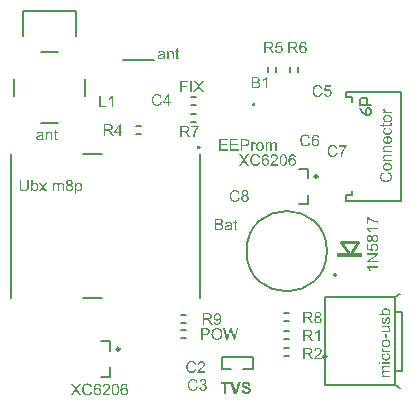
<source format=gto>
G04 Layer_Color=65535*
%FSLAX25Y25*%
%MOIN*%
G70*
G01*
G75*
%ADD26C,0.01000*%
%ADD35C,0.01496*%
%ADD36C,0.00800*%
%ADD37C,0.00500*%
%ADD38C,0.00984*%
%ADD39C,0.00630*%
%ADD40C,0.00787*%
%ADD41C,0.00591*%
G36*
X234350Y453138D02*
X234391D01*
X234491Y453132D01*
X234602Y453114D01*
X234719Y453097D01*
X234836Y453067D01*
X234941Y453026D01*
X234947D01*
X234953Y453021D01*
X234988Y453003D01*
X235035Y452974D01*
X235093Y452939D01*
X235163Y452886D01*
X235234Y452822D01*
X235298Y452751D01*
X235362Y452664D01*
X235368Y452652D01*
X235386Y452623D01*
X235409Y452570D01*
X235438Y452506D01*
X235468Y452430D01*
X235491Y452348D01*
X235509Y452254D01*
X235514Y452155D01*
Y452143D01*
Y452114D01*
X235509Y452067D01*
X235497Y452003D01*
X235479Y451932D01*
X235456Y451857D01*
X235427Y451769D01*
X235380Y451687D01*
X235374Y451675D01*
X235356Y451652D01*
X235321Y451611D01*
X235280Y451564D01*
X235222Y451506D01*
X235152Y451453D01*
X235070Y451394D01*
X234970Y451342D01*
X234976D01*
X234988Y451336D01*
X235005Y451330D01*
X235029Y451324D01*
X235093Y451295D01*
X235169Y451260D01*
X235257Y451207D01*
X235345Y451149D01*
X235433Y451078D01*
X235509Y450991D01*
X235514Y450979D01*
X235538Y450950D01*
X235567Y450897D01*
X235608Y450827D01*
X235643Y450739D01*
X235672Y450645D01*
X235696Y450534D01*
X235702Y450412D01*
Y450400D01*
Y450365D01*
X235696Y450312D01*
X235690Y450248D01*
X235672Y450172D01*
X235655Y450084D01*
X235626Y449996D01*
X235585Y449908D01*
X235579Y449897D01*
X235567Y449867D01*
X235538Y449826D01*
X235509Y449774D01*
X235468Y449715D01*
X235421Y449657D01*
X235362Y449598D01*
X235304Y449546D01*
X235298Y449540D01*
X235275Y449528D01*
X235239Y449505D01*
X235187Y449475D01*
X235128Y449446D01*
X235052Y449417D01*
X234970Y449388D01*
X234883Y449359D01*
X234871D01*
X234836Y449347D01*
X234783Y449341D01*
X234713Y449329D01*
X234619Y449318D01*
X234514Y449312D01*
X234397Y449300D01*
X232800D01*
Y453144D01*
X234309D01*
X234350Y453138D01*
D02*
G37*
G36*
X243037Y464334D02*
X241505D01*
X241294Y463299D01*
X241300Y463305D01*
X241312Y463311D01*
X241329Y463322D01*
X241352Y463340D01*
X241388Y463357D01*
X241423Y463375D01*
X241516Y463422D01*
X241621Y463469D01*
X241744Y463504D01*
X241879Y463533D01*
X242019Y463545D01*
X242066D01*
X242101Y463539D01*
X242148Y463533D01*
X242195Y463527D01*
X242253Y463516D01*
X242312Y463504D01*
X242446Y463457D01*
X242517Y463434D01*
X242587Y463399D01*
X242663Y463357D01*
X242733Y463311D01*
X242803Y463258D01*
X242867Y463194D01*
X242873Y463188D01*
X242885Y463176D01*
X242903Y463159D01*
X242920Y463129D01*
X242949Y463094D01*
X242979Y463053D01*
X243008Y463006D01*
X243043Y462954D01*
X243078Y462889D01*
X243107Y462825D01*
X243137Y462749D01*
X243166Y462673D01*
X243183Y462585D01*
X243201Y462498D01*
X243213Y462398D01*
X243219Y462299D01*
Y462293D01*
Y462275D01*
Y462246D01*
X243213Y462211D01*
X243207Y462164D01*
X243201Y462112D01*
X243195Y462053D01*
X243183Y461989D01*
X243143Y461848D01*
X243090Y461702D01*
X243055Y461620D01*
X243014Y461544D01*
X242967Y461468D01*
X242914Y461398D01*
X242909Y461392D01*
X242897Y461380D01*
X242873Y461357D01*
X242844Y461328D01*
X242809Y461293D01*
X242762Y461252D01*
X242710Y461211D01*
X242645Y461170D01*
X242581Y461123D01*
X242505Y461082D01*
X242417Y461041D01*
X242329Y461006D01*
X242230Y460977D01*
X242130Y460953D01*
X242019Y460942D01*
X241902Y460936D01*
X241850D01*
X241815Y460942D01*
X241774Y460947D01*
X241721Y460953D01*
X241662Y460959D01*
X241598Y460971D01*
X241463Y461006D01*
X241323Y461059D01*
X241253Y461094D01*
X241183Y461135D01*
X241113Y461175D01*
X241048Y461228D01*
X241042Y461234D01*
X241037Y461240D01*
X241019Y461257D01*
X240996Y461281D01*
X240972Y461310D01*
X240943Y461345D01*
X240914Y461386D01*
X240879Y461433D01*
X240814Y461544D01*
X240750Y461679D01*
X240703Y461831D01*
X240686Y461918D01*
X240674Y462006D01*
X241171Y462041D01*
Y462036D01*
Y462024D01*
X241177Y462006D01*
X241183Y461983D01*
X241200Y461918D01*
X241224Y461836D01*
X241253Y461749D01*
X241300Y461661D01*
X241352Y461573D01*
X241423Y461497D01*
X241434Y461491D01*
X241458Y461468D01*
X241499Y461445D01*
X241557Y461410D01*
X241627Y461380D01*
X241709Y461351D01*
X241803Y461328D01*
X241902Y461322D01*
X241937D01*
X241961Y461328D01*
X242025Y461333D01*
X242107Y461351D01*
X242195Y461386D01*
X242294Y461427D01*
X242388Y461491D01*
X242435Y461526D01*
X242481Y461573D01*
Y461579D01*
X242493Y461585D01*
X242517Y461620D01*
X242558Y461679D01*
X242599Y461755D01*
X242639Y461854D01*
X242680Y461971D01*
X242704Y462106D01*
X242716Y462258D01*
Y462264D01*
Y462275D01*
Y462299D01*
X242710Y462322D01*
Y462357D01*
X242704Y462398D01*
X242686Y462492D01*
X242663Y462591D01*
X242622Y462697D01*
X242563Y462802D01*
X242487Y462895D01*
X242476Y462907D01*
X242446Y462930D01*
X242400Y462971D01*
X242329Y463012D01*
X242247Y463053D01*
X242142Y463094D01*
X242025Y463118D01*
X241897Y463129D01*
X241856D01*
X241815Y463124D01*
X241756Y463118D01*
X241692Y463100D01*
X241621Y463083D01*
X241551Y463053D01*
X241481Y463018D01*
X241475Y463012D01*
X241452Y463001D01*
X241417Y462977D01*
X241376Y462948D01*
X241335Y462907D01*
X241288Y462860D01*
X241241Y462808D01*
X241200Y462749D01*
X240756Y462814D01*
X241130Y464785D01*
X243037D01*
Y464334D01*
D02*
G37*
G36*
X238831Y464838D02*
X238878D01*
X238995Y464832D01*
X239118Y464820D01*
X239246Y464797D01*
X239369Y464773D01*
X239428Y464756D01*
X239480Y464738D01*
X239486D01*
X239492Y464732D01*
X239527Y464721D01*
X239574Y464691D01*
X239633Y464650D01*
X239703Y464604D01*
X239773Y464539D01*
X239843Y464463D01*
X239908Y464370D01*
X239913Y464358D01*
X239931Y464323D01*
X239960Y464270D01*
X239989Y464200D01*
X240019Y464112D01*
X240048Y464013D01*
X240065Y463907D01*
X240071Y463790D01*
Y463785D01*
Y463773D01*
Y463750D01*
X240065Y463720D01*
Y463685D01*
X240059Y463644D01*
X240036Y463551D01*
X240007Y463440D01*
X239960Y463328D01*
X239890Y463211D01*
X239849Y463153D01*
X239802Y463100D01*
X239791Y463089D01*
X239773Y463077D01*
X239755Y463053D01*
X239726Y463036D01*
X239691Y463006D01*
X239650Y462983D01*
X239603Y462954D01*
X239551Y462925D01*
X239486Y462895D01*
X239422Y462866D01*
X239346Y462837D01*
X239270Y462808D01*
X239182Y462784D01*
X239089Y462767D01*
X238989Y462749D01*
X239001Y462743D01*
X239024Y462732D01*
X239059Y462714D01*
X239100Y462691D01*
X239200Y462626D01*
X239252Y462591D01*
X239293Y462556D01*
X239305Y462544D01*
X239334Y462521D01*
X239375Y462474D01*
X239428Y462416D01*
X239492Y462340D01*
X239562Y462252D01*
X239638Y462152D01*
X239714Y462041D01*
X240381Y461000D01*
X239744D01*
X239235Y461796D01*
Y461801D01*
X239223Y461813D01*
X239211Y461831D01*
X239200Y461854D01*
X239159Y461913D01*
X239106Y461989D01*
X239048Y462076D01*
X238983Y462164D01*
X238925Y462246D01*
X238866Y462322D01*
X238860Y462328D01*
X238843Y462351D01*
X238813Y462386D01*
X238784Y462427D01*
X238697Y462509D01*
X238655Y462550D01*
X238609Y462579D01*
X238603Y462585D01*
X238591Y462591D01*
X238568Y462603D01*
X238539Y462620D01*
X238468Y462656D01*
X238381Y462685D01*
X238375D01*
X238363Y462691D01*
X238340D01*
X238310Y462697D01*
X238269Y462702D01*
X238223D01*
X238164Y462708D01*
X237509D01*
Y461000D01*
X237000D01*
Y464844D01*
X238784D01*
X238831Y464838D01*
D02*
G37*
G36*
X237989Y449300D02*
X237515D01*
Y452307D01*
X237509Y452301D01*
X237486Y452278D01*
X237445Y452248D01*
X237392Y452207D01*
X237328Y452155D01*
X237252Y452102D01*
X237164Y452038D01*
X237065Y451979D01*
X237059D01*
X237053Y451973D01*
X237018Y451950D01*
X236965Y451921D01*
X236901Y451886D01*
X236825Y451845D01*
X236743Y451810D01*
X236655Y451769D01*
X236573Y451734D01*
Y452196D01*
X236579D01*
X236591Y452202D01*
X236614Y452213D01*
X236638Y452231D01*
X236673Y452248D01*
X236714Y452266D01*
X236807Y452319D01*
X236913Y452383D01*
X237030Y452459D01*
X237146Y452547D01*
X237258Y452640D01*
X237263Y452646D01*
X237269Y452652D01*
X237304Y452687D01*
X237357Y452740D01*
X237421Y452804D01*
X237492Y452886D01*
X237562Y452974D01*
X237626Y453067D01*
X237679Y453161D01*
X237989D01*
Y449300D01*
D02*
G37*
G36*
X259289Y449834D02*
X257757D01*
X257546Y448799D01*
X257552Y448805D01*
X257563Y448811D01*
X257581Y448822D01*
X257605Y448840D01*
X257640Y448857D01*
X257675Y448875D01*
X257768Y448922D01*
X257874Y448969D01*
X257997Y449004D01*
X258131Y449033D01*
X258271Y449045D01*
X258318D01*
X258353Y449039D01*
X258400Y449033D01*
X258447Y449027D01*
X258505Y449016D01*
X258564Y449004D01*
X258699Y448957D01*
X258769Y448934D01*
X258839Y448899D01*
X258915Y448857D01*
X258985Y448811D01*
X259055Y448758D01*
X259120Y448694D01*
X259125Y448688D01*
X259137Y448676D01*
X259155Y448659D01*
X259172Y448629D01*
X259202Y448594D01*
X259231Y448553D01*
X259260Y448506D01*
X259295Y448454D01*
X259330Y448389D01*
X259360Y448325D01*
X259389Y448249D01*
X259418Y448173D01*
X259436Y448085D01*
X259453Y447998D01*
X259465Y447898D01*
X259471Y447799D01*
Y447793D01*
Y447775D01*
Y447746D01*
X259465Y447711D01*
X259459Y447664D01*
X259453Y447612D01*
X259447Y447553D01*
X259436Y447489D01*
X259395Y447348D01*
X259342Y447202D01*
X259307Y447120D01*
X259266Y447044D01*
X259219Y446968D01*
X259166Y446898D01*
X259161Y446892D01*
X259149Y446880D01*
X259125Y446857D01*
X259096Y446828D01*
X259061Y446793D01*
X259014Y446752D01*
X258962Y446711D01*
X258897Y446670D01*
X258833Y446623D01*
X258757Y446582D01*
X258669Y446541D01*
X258581Y446506D01*
X258482Y446477D01*
X258383Y446453D01*
X258271Y446442D01*
X258154Y446436D01*
X258102D01*
X258067Y446442D01*
X258026Y446447D01*
X257973Y446453D01*
X257915Y446459D01*
X257850Y446471D01*
X257716Y446506D01*
X257575Y446559D01*
X257505Y446594D01*
X257435Y446635D01*
X257365Y446675D01*
X257300Y446728D01*
X257295Y446734D01*
X257289Y446740D01*
X257271Y446757D01*
X257248Y446781D01*
X257224Y446810D01*
X257195Y446845D01*
X257166Y446886D01*
X257131Y446933D01*
X257066Y447044D01*
X257002Y447179D01*
X256955Y447331D01*
X256938Y447418D01*
X256926Y447506D01*
X257423Y447541D01*
Y447536D01*
Y447524D01*
X257429Y447506D01*
X257435Y447483D01*
X257452Y447418D01*
X257476Y447336D01*
X257505Y447249D01*
X257552Y447161D01*
X257605Y447073D01*
X257675Y446997D01*
X257686Y446991D01*
X257710Y446968D01*
X257751Y446945D01*
X257809Y446910D01*
X257879Y446880D01*
X257961Y446851D01*
X258055Y446828D01*
X258154Y446822D01*
X258190D01*
X258213Y446828D01*
X258277Y446833D01*
X258359Y446851D01*
X258447Y446886D01*
X258546Y446927D01*
X258640Y446991D01*
X258687Y447026D01*
X258734Y447073D01*
Y447079D01*
X258745Y447085D01*
X258769Y447120D01*
X258810Y447179D01*
X258851Y447255D01*
X258892Y447354D01*
X258932Y447471D01*
X258956Y447606D01*
X258967Y447758D01*
Y447764D01*
Y447775D01*
Y447799D01*
X258962Y447822D01*
Y447857D01*
X258956Y447898D01*
X258938Y447992D01*
X258915Y448091D01*
X258874Y448197D01*
X258816Y448302D01*
X258739Y448395D01*
X258728Y448407D01*
X258699Y448430D01*
X258652Y448471D01*
X258581Y448512D01*
X258500Y448553D01*
X258394Y448594D01*
X258277Y448618D01*
X258149Y448629D01*
X258108D01*
X258067Y448624D01*
X258008Y448618D01*
X257944Y448600D01*
X257874Y448583D01*
X257803Y448553D01*
X257733Y448518D01*
X257727Y448512D01*
X257704Y448501D01*
X257669Y448477D01*
X257628Y448448D01*
X257587Y448407D01*
X257540Y448360D01*
X257493Y448308D01*
X257452Y448249D01*
X257008Y448314D01*
X257382Y450285D01*
X259289D01*
Y449834D01*
D02*
G37*
G36*
X254259Y433855D02*
X254294D01*
X254341Y433849D01*
X254446Y433832D01*
X254563Y433797D01*
X254686Y433750D01*
X254809Y433691D01*
X254868Y433650D01*
X254926Y433604D01*
X254932D01*
X254938Y433592D01*
X254973Y433557D01*
X255020Y433498D01*
X255078Y433422D01*
X255142Y433323D01*
X255195Y433206D01*
X255248Y433065D01*
X255277Y432907D01*
X254809Y432872D01*
Y432878D01*
Y432884D01*
X254797Y432919D01*
X254780Y432966D01*
X254762Y433024D01*
X254704Y433159D01*
X254669Y433217D01*
X254628Y433270D01*
X254622Y433282D01*
X254593Y433305D01*
X254552Y433334D01*
X254499Y433376D01*
X254429Y433411D01*
X254347Y433446D01*
X254253Y433469D01*
X254154Y433475D01*
X254113D01*
X254072Y433469D01*
X254019Y433457D01*
X253955Y433446D01*
X253885Y433422D01*
X253820Y433387D01*
X253750Y433346D01*
X253738Y433340D01*
X253715Y433317D01*
X253674Y433276D01*
X253627Y433223D01*
X253569Y433159D01*
X253510Y433077D01*
X253452Y432978D01*
X253399Y432866D01*
Y432861D01*
X253393Y432855D01*
X253387Y432831D01*
X253382Y432808D01*
X253370Y432779D01*
X253358Y432738D01*
X253346Y432691D01*
X253335Y432638D01*
X253323Y432580D01*
X253311Y432515D01*
X253300Y432440D01*
X253288Y432363D01*
X253282Y432276D01*
X253276Y432182D01*
X253271Y432083D01*
Y431983D01*
X253276Y431989D01*
X253300Y432018D01*
X253335Y432065D01*
X253387Y432124D01*
X253446Y432188D01*
X253516Y432252D01*
X253598Y432311D01*
X253686Y432363D01*
X253698Y432369D01*
X253727Y432381D01*
X253779Y432404D01*
X253844Y432428D01*
X253920Y432451D01*
X254008Y432475D01*
X254101Y432486D01*
X254201Y432492D01*
X254247D01*
X254282Y432486D01*
X254324Y432480D01*
X254370Y432475D01*
X254481Y432451D01*
X254604Y432404D01*
X254675Y432381D01*
X254739Y432346D01*
X254809Y432305D01*
X254879Y432258D01*
X254944Y432205D01*
X255008Y432141D01*
X255014Y432135D01*
X255020Y432124D01*
X255037Y432106D01*
X255061Y432077D01*
X255084Y432042D01*
X255113Y432001D01*
X255142Y431954D01*
X255178Y431901D01*
X255207Y431837D01*
X255236Y431773D01*
X255265Y431697D01*
X255289Y431620D01*
X255312Y431533D01*
X255330Y431445D01*
X255336Y431346D01*
X255341Y431246D01*
Y431240D01*
Y431228D01*
Y431211D01*
Y431188D01*
X255336Y431152D01*
Y431117D01*
X255324Y431024D01*
X255300Y430924D01*
X255277Y430807D01*
X255236Y430690D01*
X255183Y430573D01*
Y430568D01*
X255178Y430562D01*
X255166Y430544D01*
X255154Y430521D01*
X255119Y430468D01*
X255072Y430398D01*
X255008Y430322D01*
X254932Y430246D01*
X254850Y430170D01*
X254751Y430099D01*
X254739Y430094D01*
X254704Y430076D01*
X254645Y430047D01*
X254575Y430018D01*
X254481Y429988D01*
X254376Y429959D01*
X254259Y429942D01*
X254136Y429936D01*
X254113D01*
X254078Y429942D01*
X254037D01*
X253990Y429947D01*
X253932Y429959D01*
X253867Y429971D01*
X253797Y429988D01*
X253721Y430012D01*
X253639Y430041D01*
X253563Y430076D01*
X253481Y430117D01*
X253399Y430170D01*
X253317Y430228D01*
X253241Y430293D01*
X253171Y430369D01*
X253165Y430374D01*
X253153Y430392D01*
X253136Y430415D01*
X253113Y430450D01*
X253083Y430497D01*
X253054Y430556D01*
X253019Y430626D01*
X252990Y430708D01*
X252955Y430801D01*
X252920Y430907D01*
X252890Y431024D01*
X252861Y431152D01*
X252838Y431293D01*
X252820Y431451D01*
X252808Y431615D01*
X252802Y431796D01*
Y431802D01*
Y431808D01*
Y431825D01*
Y431843D01*
Y431901D01*
X252808Y431977D01*
X252814Y432071D01*
X252826Y432176D01*
X252838Y432293D01*
X252855Y432416D01*
X252873Y432551D01*
X252902Y432685D01*
X252937Y432820D01*
X252978Y432948D01*
X253025Y433083D01*
X253077Y433200D01*
X253142Y433317D01*
X253212Y433416D01*
X253218Y433422D01*
X253230Y433434D01*
X253247Y433457D01*
X253276Y433487D01*
X253317Y433522D01*
X253358Y433557D01*
X253411Y433598D01*
X253469Y433639D01*
X253534Y433680D01*
X253610Y433721D01*
X253686Y433756D01*
X253774Y433791D01*
X253867Y433820D01*
X253967Y433844D01*
X254072Y433855D01*
X254183Y433861D01*
X254224D01*
X254259Y433855D01*
D02*
G37*
G36*
X250907Y433902D02*
X250954Y433896D01*
X251012Y433890D01*
X251077Y433884D01*
X251147Y433873D01*
X251299Y433838D01*
X251463Y433785D01*
X251545Y433750D01*
X251627Y433709D01*
X251703Y433662D01*
X251779Y433609D01*
X251785Y433604D01*
X251796Y433598D01*
X251814Y433580D01*
X251843Y433557D01*
X251872Y433528D01*
X251913Y433487D01*
X251954Y433446D01*
X251995Y433399D01*
X252042Y433340D01*
X252083Y433282D01*
X252130Y433212D01*
X252176Y433136D01*
X252218Y433060D01*
X252258Y432972D01*
X252329Y432785D01*
X251826Y432668D01*
Y432673D01*
X251820Y432685D01*
X251814Y432709D01*
X251802Y432738D01*
X251785Y432773D01*
X251767Y432814D01*
X251726Y432902D01*
X251674Y433001D01*
X251603Y433106D01*
X251527Y433200D01*
X251434Y433282D01*
X251422Y433288D01*
X251387Y433311D01*
X251334Y433340D01*
X251258Y433381D01*
X251170Y433416D01*
X251059Y433446D01*
X250936Y433469D01*
X250796Y433475D01*
X250755D01*
X250726Y433469D01*
X250685D01*
X250644Y433463D01*
X250538Y433446D01*
X250422Y433422D01*
X250299Y433381D01*
X250176Y433329D01*
X250059Y433258D01*
X250053D01*
X250047Y433247D01*
X250012Y433217D01*
X249959Y433171D01*
X249895Y433106D01*
X249831Y433024D01*
X249761Y432931D01*
X249696Y432814D01*
X249643Y432685D01*
Y432679D01*
X249638Y432668D01*
X249632Y432650D01*
X249626Y432621D01*
X249614Y432592D01*
X249608Y432551D01*
X249585Y432457D01*
X249562Y432346D01*
X249544Y432223D01*
X249532Y432089D01*
X249527Y431948D01*
Y431942D01*
Y431925D01*
Y431901D01*
Y431866D01*
X249532Y431825D01*
Y431773D01*
X249538Y431720D01*
X249544Y431661D01*
X249562Y431527D01*
X249585Y431381D01*
X249620Y431234D01*
X249667Y431094D01*
Y431088D01*
X249673Y431076D01*
X249685Y431059D01*
X249696Y431036D01*
X249725Y430965D01*
X249772Y430889D01*
X249836Y430796D01*
X249913Y430708D01*
X250000Y430620D01*
X250106Y430544D01*
X250112D01*
X250117Y430538D01*
X250135Y430526D01*
X250158Y430515D01*
X250223Y430491D01*
X250305Y430456D01*
X250398Y430427D01*
X250509Y430398D01*
X250632Y430374D01*
X250761Y430369D01*
X250802D01*
X250831Y430374D01*
X250866D01*
X250913Y430380D01*
X251012Y430398D01*
X251123Y430427D01*
X251246Y430474D01*
X251363Y430532D01*
X251480Y430614D01*
X251486Y430620D01*
X251492Y430626D01*
X251527Y430661D01*
X251580Y430720D01*
X251644Y430796D01*
X251709Y430901D01*
X251779Y431024D01*
X251837Y431176D01*
X251884Y431346D01*
X252393Y431217D01*
Y431211D01*
X252387Y431188D01*
X252376Y431158D01*
X252364Y431111D01*
X252340Y431065D01*
X252317Y431000D01*
X252294Y430936D01*
X252258Y430866D01*
X252182Y430708D01*
X252077Y430550D01*
X251960Y430398D01*
X251890Y430328D01*
X251814Y430263D01*
X251808Y430257D01*
X251796Y430252D01*
X251773Y430234D01*
X251738Y430211D01*
X251697Y430187D01*
X251650Y430158D01*
X251597Y430129D01*
X251533Y430099D01*
X251463Y430070D01*
X251387Y430041D01*
X251299Y430012D01*
X251211Y429988D01*
X251018Y429947D01*
X250913Y429942D01*
X250802Y429936D01*
X250743D01*
X250696Y429942D01*
X250644D01*
X250585Y429947D01*
X250515Y429959D01*
X250445Y429965D01*
X250281Y430000D01*
X250112Y430041D01*
X249948Y430105D01*
X249866Y430140D01*
X249790Y430187D01*
X249784Y430193D01*
X249772Y430199D01*
X249755Y430216D01*
X249725Y430234D01*
X249655Y430293D01*
X249573Y430374D01*
X249474Y430474D01*
X249380Y430603D01*
X249281Y430749D01*
X249199Y430919D01*
Y430924D01*
X249193Y430942D01*
X249181Y430965D01*
X249170Y431000D01*
X249152Y431047D01*
X249134Y431100D01*
X249117Y431158D01*
X249099Y431228D01*
X249082Y431299D01*
X249064Y431381D01*
X249029Y431556D01*
X249006Y431743D01*
X249000Y431948D01*
Y431954D01*
Y431977D01*
Y432007D01*
X249006Y432048D01*
Y432100D01*
X249012Y432164D01*
X249018Y432229D01*
X249029Y432305D01*
X249059Y432469D01*
X249094Y432644D01*
X249152Y432826D01*
X249228Y432995D01*
Y433001D01*
X249240Y433013D01*
X249252Y433036D01*
X249269Y433071D01*
X249292Y433106D01*
X249322Y433147D01*
X249398Y433247D01*
X249486Y433358D01*
X249597Y433469D01*
X249731Y433580D01*
X249878Y433674D01*
X249883D01*
X249895Y433685D01*
X249918Y433697D01*
X249954Y433709D01*
X249989Y433727D01*
X250035Y433750D01*
X250094Y433767D01*
X250152Y433791D01*
X250217Y433814D01*
X250287Y433832D01*
X250445Y433873D01*
X250620Y433896D01*
X250808Y433908D01*
X250866D01*
X250907Y433902D01*
D02*
G37*
G36*
X208181Y461785D02*
X208655D01*
Y461416D01*
X208181D01*
Y459784D01*
Y459778D01*
Y459755D01*
Y459720D01*
X208187Y459679D01*
X208192Y459591D01*
X208198Y459556D01*
X208204Y459526D01*
X208210Y459515D01*
X208222Y459491D01*
X208245Y459462D01*
X208280Y459433D01*
X208292Y459427D01*
X208321Y459421D01*
X208374Y459410D01*
X208444Y459404D01*
X208502D01*
X208532Y459410D01*
X208567D01*
X208655Y459421D01*
X208719Y459006D01*
X208707D01*
X208684Y459000D01*
X208649Y458994D01*
X208596Y458988D01*
X208543Y458977D01*
X208485Y458971D01*
X208362Y458965D01*
X208321D01*
X208274Y458971D01*
X208216Y458977D01*
X208152Y458982D01*
X208081Y459000D01*
X208017Y459018D01*
X207958Y459041D01*
X207953Y459047D01*
X207935Y459059D01*
X207912Y459076D01*
X207882Y459099D01*
X207847Y459129D01*
X207818Y459164D01*
X207783Y459205D01*
X207759Y459252D01*
Y459257D01*
X207754Y459281D01*
X207742Y459316D01*
X207736Y459374D01*
X207724Y459450D01*
X207719Y459491D01*
X207713Y459544D01*
Y459602D01*
X207707Y459667D01*
Y459737D01*
Y459813D01*
Y461416D01*
X207356D01*
Y461785D01*
X207707D01*
Y462469D01*
X208181Y462756D01*
Y461785D01*
D02*
G37*
G36*
X271578Y406454D02*
X271589Y406442D01*
X271613Y406424D01*
X271642Y406395D01*
X271683Y406366D01*
X271730Y406325D01*
X271788Y406278D01*
X271847Y406231D01*
X271917Y406179D01*
X271999Y406120D01*
X272081Y406056D01*
X272174Y405997D01*
X272274Y405933D01*
X272379Y405863D01*
X272496Y405798D01*
X272613Y405728D01*
X272619Y405722D01*
X272642Y405711D01*
X272678Y405693D01*
X272724Y405670D01*
X272783Y405641D01*
X272853Y405605D01*
X272935Y405564D01*
X273023Y405523D01*
X273116Y405482D01*
X273222Y405436D01*
X273333Y405389D01*
X273450Y405342D01*
X273690Y405254D01*
X273947Y405172D01*
X273953D01*
X273970Y405167D01*
X273994Y405161D01*
X274029Y405149D01*
X274076Y405137D01*
X274128Y405126D01*
X274193Y405114D01*
X274257Y405096D01*
X274333Y405085D01*
X274415Y405067D01*
X274590Y405038D01*
X274789Y405015D01*
X275000Y404997D01*
Y404511D01*
X274953D01*
X274918Y404517D01*
X274877D01*
X274825Y404523D01*
X274760Y404529D01*
X274696Y404535D01*
X274620Y404546D01*
X274532Y404558D01*
X274444Y404570D01*
X274351Y404588D01*
X274245Y404605D01*
X274140Y404629D01*
X273906Y404687D01*
X273900D01*
X273877Y404693D01*
X273842Y404705D01*
X273795Y404716D01*
X273736Y404734D01*
X273672Y404757D01*
X273596Y404780D01*
X273508Y404810D01*
X273421Y404845D01*
X273321Y404880D01*
X273110Y404962D01*
X272888Y405061D01*
X272666Y405172D01*
X272660Y405178D01*
X272637Y405190D01*
X272607Y405208D01*
X272566Y405231D01*
X272514Y405260D01*
X272455Y405295D01*
X272391Y405336D01*
X272315Y405377D01*
X272157Y405482D01*
X271987Y405599D01*
X271818Y405722D01*
X271654Y405857D01*
Y403973D01*
X271203D01*
Y406460D01*
X271572D01*
X271578Y406454D01*
D02*
G37*
G36*
X275000Y402265D02*
X271993D01*
X271999Y402259D01*
X272022Y402236D01*
X272052Y402195D01*
X272093Y402142D01*
X272145Y402078D01*
X272198Y402002D01*
X272262Y401914D01*
X272321Y401815D01*
Y401809D01*
X272326Y401803D01*
X272350Y401768D01*
X272379Y401715D01*
X272414Y401651D01*
X272455Y401575D01*
X272490Y401493D01*
X272531Y401405D01*
X272566Y401323D01*
X272104D01*
Y401329D01*
X272098Y401341D01*
X272087Y401364D01*
X272069Y401388D01*
X272052Y401423D01*
X272034Y401464D01*
X271981Y401557D01*
X271917Y401662D01*
X271841Y401780D01*
X271753Y401896D01*
X271660Y402008D01*
X271654Y402013D01*
X271648Y402019D01*
X271613Y402054D01*
X271560Y402107D01*
X271496Y402172D01*
X271414Y402242D01*
X271326Y402312D01*
X271233Y402376D01*
X271139Y402429D01*
Y402739D01*
X275000D01*
Y402265D01*
D02*
G37*
G36*
X202957Y461843D02*
X203039Y461837D01*
X203132Y461826D01*
X203232Y461814D01*
X203325Y461790D01*
X203413Y461761D01*
X203425Y461755D01*
X203448Y461750D01*
X203489Y461726D01*
X203536Y461703D01*
X203588Y461673D01*
X203647Y461638D01*
X203694Y461597D01*
X203741Y461551D01*
X203746Y461545D01*
X203758Y461527D01*
X203776Y461504D01*
X203799Y461463D01*
X203822Y461416D01*
X203846Y461363D01*
X203869Y461299D01*
X203887Y461229D01*
Y461223D01*
X203893Y461205D01*
X203899Y461176D01*
X203904Y461129D01*
Y461071D01*
X203910Y460995D01*
X203916Y460907D01*
Y460796D01*
Y460164D01*
Y460158D01*
Y460135D01*
Y460100D01*
Y460059D01*
Y460006D01*
Y459948D01*
X203922Y459813D01*
Y459667D01*
X203928Y459532D01*
X203934Y459468D01*
Y459415D01*
X203940Y459369D01*
X203945Y459328D01*
Y459322D01*
X203951Y459298D01*
X203957Y459263D01*
X203969Y459222D01*
X203986Y459175D01*
X204010Y459117D01*
X204062Y459000D01*
X203571D01*
X203565Y459006D01*
X203559Y459023D01*
X203548Y459059D01*
X203530Y459099D01*
X203512Y459152D01*
X203501Y459211D01*
X203489Y459275D01*
X203477Y459351D01*
X203466Y459339D01*
X203431Y459316D01*
X203384Y459275D01*
X203313Y459228D01*
X203237Y459170D01*
X203150Y459117D01*
X203062Y459070D01*
X202968Y459029D01*
X202957Y459023D01*
X202927Y459018D01*
X202881Y459000D01*
X202816Y458982D01*
X202734Y458965D01*
X202647Y458953D01*
X202553Y458942D01*
X202448Y458936D01*
X202407D01*
X202372Y458942D01*
X202337D01*
X202290Y458947D01*
X202190Y458965D01*
X202073Y458988D01*
X201962Y459029D01*
X201845Y459082D01*
X201746Y459158D01*
X201734Y459170D01*
X201705Y459199D01*
X201670Y459246D01*
X201623Y459316D01*
X201576Y459398D01*
X201541Y459491D01*
X201512Y459608D01*
X201500Y459731D01*
Y459743D01*
Y459766D01*
X201506Y459807D01*
X201512Y459854D01*
X201523Y459913D01*
X201535Y459977D01*
X201558Y460041D01*
X201588Y460106D01*
X201594Y460112D01*
X201605Y460135D01*
X201623Y460164D01*
X201652Y460205D01*
X201687Y460246D01*
X201734Y460293D01*
X201781Y460334D01*
X201833Y460375D01*
X201839Y460381D01*
X201863Y460392D01*
X201892Y460410D01*
X201933Y460433D01*
X201986Y460463D01*
X202038Y460486D01*
X202102Y460509D01*
X202173Y460533D01*
X202179D01*
X202202Y460539D01*
X202231Y460544D01*
X202278Y460556D01*
X202337Y460568D01*
X202413Y460579D01*
X202495Y460591D01*
X202594Y460603D01*
X202600D01*
X202617Y460609D01*
X202647D01*
X202688Y460615D01*
X202734Y460620D01*
X202787Y460626D01*
X202916Y460650D01*
X203050Y460673D01*
X203191Y460697D01*
X203325Y460732D01*
X203384Y460749D01*
X203436Y460767D01*
Y460773D01*
Y460784D01*
X203442Y460819D01*
Y460860D01*
Y460878D01*
Y460889D01*
Y460895D01*
Y460901D01*
Y460936D01*
X203436Y460989D01*
X203425Y461048D01*
X203407Y461112D01*
X203384Y461182D01*
X203354Y461240D01*
X203308Y461293D01*
X203302Y461299D01*
X203273Y461317D01*
X203232Y461346D01*
X203173Y461375D01*
X203097Y461404D01*
X203003Y461434D01*
X202892Y461451D01*
X202769Y461457D01*
X202717D01*
X202658Y461451D01*
X202582Y461445D01*
X202500Y461428D01*
X202424Y461410D01*
X202342Y461381D01*
X202278Y461340D01*
X202272Y461334D01*
X202255Y461317D01*
X202225Y461287D01*
X202190Y461246D01*
X202149Y461188D01*
X202114Y461118D01*
X202073Y461030D01*
X202044Y460930D01*
X201582Y460995D01*
Y461001D01*
X201588Y461006D01*
X201594Y461042D01*
X201611Y461094D01*
X201629Y461165D01*
X201658Y461240D01*
X201693Y461317D01*
X201734Y461399D01*
X201787Y461469D01*
X201793Y461475D01*
X201816Y461498D01*
X201845Y461533D01*
X201892Y461574D01*
X201951Y461615D01*
X202027Y461662D01*
X202108Y461709D01*
X202202Y461750D01*
X202208D01*
X202214Y461755D01*
X202231Y461761D01*
X202249Y461767D01*
X202307Y461779D01*
X202383Y461802D01*
X202477Y461820D01*
X202582Y461831D01*
X202705Y461843D01*
X202834Y461849D01*
X202892D01*
X202957Y461843D01*
D02*
G37*
G36*
X250107Y464855D02*
X250142D01*
X250189Y464849D01*
X250294Y464832D01*
X250411Y464797D01*
X250534Y464750D01*
X250657Y464691D01*
X250715Y464650D01*
X250774Y464604D01*
X250780D01*
X250786Y464592D01*
X250821Y464557D01*
X250868Y464498D01*
X250926Y464422D01*
X250990Y464323D01*
X251043Y464206D01*
X251096Y464065D01*
X251125Y463907D01*
X250657Y463872D01*
Y463878D01*
Y463884D01*
X250645Y463919D01*
X250628Y463966D01*
X250610Y464024D01*
X250552Y464159D01*
X250517Y464218D01*
X250476Y464270D01*
X250470Y464282D01*
X250441Y464305D01*
X250399Y464334D01*
X250347Y464375D01*
X250277Y464410D01*
X250195Y464446D01*
X250101Y464469D01*
X250002Y464475D01*
X249961D01*
X249920Y464469D01*
X249867Y464457D01*
X249803Y464446D01*
X249733Y464422D01*
X249668Y464387D01*
X249598Y464346D01*
X249586Y464340D01*
X249563Y464317D01*
X249522Y464276D01*
X249475Y464223D01*
X249417Y464159D01*
X249358Y464077D01*
X249300Y463978D01*
X249247Y463867D01*
Y463861D01*
X249241Y463855D01*
X249235Y463831D01*
X249230Y463808D01*
X249218Y463779D01*
X249206Y463738D01*
X249195Y463691D01*
X249183Y463638D01*
X249171Y463580D01*
X249159Y463516D01*
X249148Y463440D01*
X249136Y463363D01*
X249130Y463276D01*
X249124Y463182D01*
X249118Y463083D01*
Y462983D01*
X249124Y462989D01*
X249148Y463018D01*
X249183Y463065D01*
X249235Y463124D01*
X249294Y463188D01*
X249364Y463252D01*
X249446Y463311D01*
X249534Y463363D01*
X249545Y463369D01*
X249575Y463381D01*
X249627Y463404D01*
X249692Y463428D01*
X249768Y463451D01*
X249855Y463475D01*
X249949Y463486D01*
X250048Y463492D01*
X250095D01*
X250131Y463486D01*
X250171Y463480D01*
X250218Y463475D01*
X250329Y463451D01*
X250452Y463404D01*
X250522Y463381D01*
X250587Y463346D01*
X250657Y463305D01*
X250727Y463258D01*
X250792Y463205D01*
X250856Y463141D01*
X250862Y463135D01*
X250868Y463124D01*
X250885Y463106D01*
X250908Y463077D01*
X250932Y463042D01*
X250961Y463001D01*
X250990Y462954D01*
X251026Y462901D01*
X251055Y462837D01*
X251084Y462773D01*
X251113Y462697D01*
X251137Y462620D01*
X251160Y462533D01*
X251178Y462445D01*
X251183Y462346D01*
X251189Y462246D01*
Y462240D01*
Y462228D01*
Y462211D01*
Y462188D01*
X251183Y462152D01*
Y462117D01*
X251172Y462024D01*
X251148Y461924D01*
X251125Y461807D01*
X251084Y461690D01*
X251031Y461573D01*
Y461567D01*
X251026Y461562D01*
X251014Y461544D01*
X251002Y461521D01*
X250967Y461468D01*
X250920Y461398D01*
X250856Y461322D01*
X250780Y461246D01*
X250698Y461170D01*
X250599Y461099D01*
X250587Y461094D01*
X250552Y461076D01*
X250493Y461047D01*
X250423Y461018D01*
X250329Y460988D01*
X250224Y460959D01*
X250107Y460942D01*
X249984Y460936D01*
X249961D01*
X249926Y460942D01*
X249885D01*
X249838Y460947D01*
X249779Y460959D01*
X249715Y460971D01*
X249645Y460988D01*
X249569Y461012D01*
X249487Y461041D01*
X249411Y461076D01*
X249329Y461117D01*
X249247Y461170D01*
X249165Y461228D01*
X249089Y461293D01*
X249019Y461369D01*
X249013Y461374D01*
X249001Y461392D01*
X248984Y461415D01*
X248960Y461450D01*
X248931Y461497D01*
X248902Y461556D01*
X248867Y461626D01*
X248838Y461708D01*
X248802Y461801D01*
X248767Y461907D01*
X248738Y462024D01*
X248709Y462152D01*
X248686Y462293D01*
X248668Y462451D01*
X248656Y462615D01*
X248650Y462796D01*
Y462802D01*
Y462808D01*
Y462825D01*
Y462843D01*
Y462901D01*
X248656Y462977D01*
X248662Y463071D01*
X248674Y463176D01*
X248686Y463293D01*
X248703Y463416D01*
X248721Y463551D01*
X248750Y463685D01*
X248785Y463820D01*
X248826Y463948D01*
X248873Y464083D01*
X248925Y464200D01*
X248990Y464317D01*
X249060Y464416D01*
X249066Y464422D01*
X249077Y464434D01*
X249095Y464457D01*
X249124Y464487D01*
X249165Y464522D01*
X249206Y464557D01*
X249259Y464598D01*
X249317Y464639D01*
X249382Y464680D01*
X249458Y464721D01*
X249534Y464756D01*
X249622Y464791D01*
X249715Y464820D01*
X249815Y464844D01*
X249920Y464855D01*
X250031Y464861D01*
X250072D01*
X250107Y464855D01*
D02*
G37*
G36*
X246831Y464838D02*
X246878D01*
X246995Y464832D01*
X247118Y464820D01*
X247246Y464797D01*
X247369Y464773D01*
X247428Y464756D01*
X247480Y464738D01*
X247486D01*
X247492Y464732D01*
X247527Y464721D01*
X247574Y464691D01*
X247633Y464650D01*
X247703Y464604D01*
X247773Y464539D01*
X247843Y464463D01*
X247907Y464370D01*
X247913Y464358D01*
X247931Y464323D01*
X247960Y464270D01*
X247989Y464200D01*
X248019Y464112D01*
X248048Y464013D01*
X248065Y463907D01*
X248071Y463790D01*
Y463785D01*
Y463773D01*
Y463750D01*
X248065Y463720D01*
Y463685D01*
X248060Y463644D01*
X248036Y463551D01*
X248007Y463440D01*
X247960Y463328D01*
X247890Y463211D01*
X247849Y463153D01*
X247802Y463100D01*
X247791Y463089D01*
X247773Y463077D01*
X247755Y463053D01*
X247726Y463036D01*
X247691Y463006D01*
X247650Y462983D01*
X247603Y462954D01*
X247551Y462925D01*
X247486Y462895D01*
X247422Y462866D01*
X247346Y462837D01*
X247270Y462808D01*
X247182Y462784D01*
X247089Y462767D01*
X246989Y462749D01*
X247001Y462743D01*
X247024Y462732D01*
X247059Y462714D01*
X247100Y462691D01*
X247200Y462626D01*
X247252Y462591D01*
X247293Y462556D01*
X247305Y462544D01*
X247334Y462521D01*
X247375Y462474D01*
X247428Y462416D01*
X247492Y462340D01*
X247562Y462252D01*
X247638Y462152D01*
X247714Y462041D01*
X248381Y461000D01*
X247744D01*
X247235Y461796D01*
Y461801D01*
X247223Y461813D01*
X247211Y461831D01*
X247200Y461854D01*
X247159Y461913D01*
X247106Y461989D01*
X247047Y462076D01*
X246983Y462164D01*
X246925Y462246D01*
X246866Y462322D01*
X246860Y462328D01*
X246843Y462351D01*
X246814Y462386D01*
X246784Y462427D01*
X246696Y462509D01*
X246656Y462550D01*
X246609Y462579D01*
X246603Y462585D01*
X246591Y462591D01*
X246568Y462603D01*
X246538Y462620D01*
X246468Y462656D01*
X246381Y462685D01*
X246375D01*
X246363Y462691D01*
X246340D01*
X246310Y462697D01*
X246269Y462702D01*
X246223D01*
X246164Y462708D01*
X245509D01*
Y461000D01*
X245000D01*
Y464844D01*
X246784D01*
X246831Y464838D01*
D02*
G37*
G36*
X206045Y461843D02*
X206104Y461837D01*
X206174Y461826D01*
X206256Y461808D01*
X206332Y461785D01*
X206414Y461755D01*
X206426Y461750D01*
X206449Y461738D01*
X206484Y461720D01*
X206531Y461691D01*
X206584Y461656D01*
X206636Y461615D01*
X206689Y461568D01*
X206730Y461516D01*
X206736Y461510D01*
X206747Y461492D01*
X206765Y461457D01*
X206788Y461416D01*
X206812Y461369D01*
X206835Y461311D01*
X206859Y461240D01*
X206876Y461170D01*
Y461165D01*
X206882Y461147D01*
X206888Y461112D01*
X206894Y461065D01*
Y461001D01*
X206899Y460919D01*
X206905Y460825D01*
Y460708D01*
Y459000D01*
X206432D01*
Y460691D01*
Y460697D01*
Y460702D01*
Y460737D01*
Y460790D01*
X206426Y460854D01*
X206420Y460919D01*
X206408Y460995D01*
X206391Y461059D01*
X206373Y461118D01*
Y461124D01*
X206361Y461141D01*
X206350Y461170D01*
X206332Y461200D01*
X206303Y461240D01*
X206268Y461276D01*
X206227Y461317D01*
X206180Y461352D01*
X206174Y461357D01*
X206157Y461363D01*
X206127Y461381D01*
X206086Y461399D01*
X206040Y461410D01*
X205981Y461428D01*
X205923Y461434D01*
X205852Y461440D01*
X205800D01*
X205747Y461428D01*
X205671Y461416D01*
X205589Y461393D01*
X205507Y461357D01*
X205414Y461311D01*
X205332Y461246D01*
X205320Y461235D01*
X205297Y461205D01*
X205261Y461159D01*
X205244Y461124D01*
X205226Y461083D01*
X205203Y461036D01*
X205186Y460983D01*
X205168Y460925D01*
X205150Y460860D01*
X205133Y460784D01*
X205127Y460702D01*
X205115Y460615D01*
Y460521D01*
Y459000D01*
X204642D01*
Y461785D01*
X205068D01*
Y461387D01*
X205074Y461393D01*
X205080Y461404D01*
X205098Y461428D01*
X205127Y461457D01*
X205156Y461492D01*
X205197Y461533D01*
X205238Y461574D01*
X205291Y461621D01*
X205355Y461662D01*
X205419Y461703D01*
X205490Y461744D01*
X205572Y461779D01*
X205654Y461808D01*
X205747Y461831D01*
X205847Y461843D01*
X205952Y461849D01*
X205993D01*
X206045Y461843D01*
D02*
G37*
G36*
X255007Y450402D02*
X255054Y450396D01*
X255112Y450390D01*
X255177Y450384D01*
X255247Y450373D01*
X255399Y450338D01*
X255563Y450285D01*
X255645Y450250D01*
X255727Y450209D01*
X255803Y450162D01*
X255879Y450109D01*
X255885Y450104D01*
X255896Y450098D01*
X255914Y450080D01*
X255943Y450057D01*
X255972Y450028D01*
X256013Y449987D01*
X256054Y449946D01*
X256095Y449899D01*
X256142Y449840D01*
X256183Y449782D01*
X256230Y449712D01*
X256276Y449636D01*
X256317Y449560D01*
X256358Y449472D01*
X256429Y449285D01*
X255926Y449168D01*
Y449173D01*
X255920Y449185D01*
X255914Y449209D01*
X255902Y449238D01*
X255885Y449273D01*
X255867Y449314D01*
X255826Y449402D01*
X255773Y449501D01*
X255703Y449606D01*
X255627Y449700D01*
X255534Y449782D01*
X255522Y449788D01*
X255487Y449811D01*
X255434Y449840D01*
X255358Y449881D01*
X255270Y449916D01*
X255159Y449946D01*
X255036Y449969D01*
X254896Y449975D01*
X254855D01*
X254826Y449969D01*
X254785D01*
X254744Y449963D01*
X254639Y449946D01*
X254521Y449922D01*
X254399Y449881D01*
X254276Y449829D01*
X254159Y449758D01*
X254153D01*
X254147Y449747D01*
X254112Y449718D01*
X254059Y449671D01*
X253995Y449606D01*
X253931Y449524D01*
X253860Y449431D01*
X253796Y449314D01*
X253744Y449185D01*
Y449179D01*
X253738Y449168D01*
X253732Y449150D01*
X253726Y449121D01*
X253714Y449092D01*
X253708Y449051D01*
X253685Y448957D01*
X253662Y448846D01*
X253644Y448723D01*
X253632Y448589D01*
X253626Y448448D01*
Y448442D01*
Y448425D01*
Y448401D01*
Y448366D01*
X253632Y448325D01*
Y448273D01*
X253638Y448220D01*
X253644Y448161D01*
X253662Y448027D01*
X253685Y447881D01*
X253720Y447734D01*
X253767Y447594D01*
Y447588D01*
X253773Y447576D01*
X253784Y447559D01*
X253796Y447536D01*
X253825Y447465D01*
X253872Y447389D01*
X253937Y447296D01*
X254013Y447208D01*
X254100Y447120D01*
X254206Y447044D01*
X254211D01*
X254217Y447038D01*
X254235Y447026D01*
X254258Y447015D01*
X254323Y446991D01*
X254405Y446956D01*
X254498Y446927D01*
X254609Y446898D01*
X254732Y446874D01*
X254861Y446869D01*
X254902D01*
X254931Y446874D01*
X254966D01*
X255013Y446880D01*
X255112Y446898D01*
X255223Y446927D01*
X255346Y446974D01*
X255463Y447032D01*
X255580Y447114D01*
X255586Y447120D01*
X255592Y447126D01*
X255627Y447161D01*
X255680Y447220D01*
X255744Y447296D01*
X255809Y447401D01*
X255879Y447524D01*
X255937Y447676D01*
X255984Y447846D01*
X256493Y447717D01*
Y447711D01*
X256487Y447688D01*
X256475Y447658D01*
X256464Y447612D01*
X256440Y447565D01*
X256417Y447500D01*
X256394Y447436D01*
X256358Y447366D01*
X256282Y447208D01*
X256177Y447050D01*
X256060Y446898D01*
X255990Y446828D01*
X255914Y446763D01*
X255908Y446757D01*
X255896Y446752D01*
X255873Y446734D01*
X255838Y446711D01*
X255797Y446687D01*
X255750Y446658D01*
X255697Y446629D01*
X255633Y446599D01*
X255563Y446570D01*
X255487Y446541D01*
X255399Y446512D01*
X255311Y446488D01*
X255118Y446447D01*
X255013Y446442D01*
X254902Y446436D01*
X254843D01*
X254797Y446442D01*
X254744D01*
X254685Y446447D01*
X254615Y446459D01*
X254545Y446465D01*
X254381Y446500D01*
X254211Y446541D01*
X254048Y446605D01*
X253966Y446640D01*
X253890Y446687D01*
X253884Y446693D01*
X253872Y446699D01*
X253855Y446716D01*
X253825Y446734D01*
X253755Y446793D01*
X253673Y446874D01*
X253574Y446974D01*
X253480Y447102D01*
X253381Y447249D01*
X253299Y447418D01*
Y447424D01*
X253293Y447442D01*
X253281Y447465D01*
X253270Y447500D01*
X253252Y447547D01*
X253235Y447600D01*
X253217Y447658D01*
X253199Y447728D01*
X253182Y447799D01*
X253164Y447881D01*
X253129Y448056D01*
X253106Y448243D01*
X253100Y448448D01*
Y448454D01*
Y448477D01*
Y448506D01*
X253106Y448548D01*
Y448600D01*
X253112Y448665D01*
X253117Y448729D01*
X253129Y448805D01*
X253158Y448969D01*
X253194Y449144D01*
X253252Y449326D01*
X253328Y449495D01*
Y449501D01*
X253340Y449513D01*
X253351Y449536D01*
X253369Y449571D01*
X253393Y449606D01*
X253422Y449647D01*
X253498Y449747D01*
X253586Y449858D01*
X253697Y449969D01*
X253831Y450080D01*
X253977Y450174D01*
X253983D01*
X253995Y450185D01*
X254018Y450197D01*
X254053Y450209D01*
X254089Y450226D01*
X254135Y450250D01*
X254194Y450267D01*
X254252Y450291D01*
X254317Y450314D01*
X254387Y450332D01*
X254545Y450373D01*
X254720Y450396D01*
X254908Y450408D01*
X254966D01*
X255007Y450402D01*
D02*
G37*
G36*
X240422Y431343D02*
X240457D01*
X240498Y431337D01*
X240585Y431320D01*
X240691Y431290D01*
X240796Y431250D01*
X240896Y431191D01*
X240989Y431115D01*
X241001Y431103D01*
X241024Y431074D01*
X241059Y431015D01*
X241106Y430939D01*
X241147Y430840D01*
X241182Y430723D01*
X241206Y430577D01*
X241217Y430495D01*
Y430407D01*
Y428500D01*
X240743D01*
Y430249D01*
Y430255D01*
Y430261D01*
Y430296D01*
Y430349D01*
X240738Y430407D01*
X240726Y430542D01*
X240714Y430606D01*
X240697Y430659D01*
Y430664D01*
X240685Y430682D01*
X240673Y430705D01*
X240656Y430735D01*
X240632Y430764D01*
X240603Y430799D01*
X240568Y430834D01*
X240527Y430863D01*
X240521Y430869D01*
X240504Y430875D01*
X240480Y430887D01*
X240451Y430904D01*
X240410Y430916D01*
X240357Y430928D01*
X240305Y430934D01*
X240246Y430939D01*
X240199D01*
X240141Y430928D01*
X240076Y430916D01*
X240001Y430893D01*
X239919Y430858D01*
X239831Y430805D01*
X239755Y430740D01*
X239749Y430729D01*
X239725Y430705D01*
X239696Y430659D01*
X239661Y430588D01*
X239620Y430501D01*
X239591Y430395D01*
X239567Y430267D01*
X239562Y430115D01*
Y428500D01*
X239088D01*
Y430308D01*
Y430313D01*
Y430319D01*
Y430337D01*
Y430360D01*
X239082Y430419D01*
X239076Y430483D01*
X239059Y430565D01*
X239041Y430641D01*
X239012Y430717D01*
X238971Y430782D01*
X238965Y430787D01*
X238947Y430805D01*
X238924Y430834D01*
X238883Y430863D01*
X238830Y430887D01*
X238766Y430916D01*
X238690Y430934D01*
X238597Y430939D01*
X238561D01*
X238526Y430934D01*
X238474Y430928D01*
X238421Y430916D01*
X238357Y430893D01*
X238292Y430869D01*
X238228Y430834D01*
X238222Y430828D01*
X238199Y430817D01*
X238169Y430787D01*
X238134Y430758D01*
X238093Y430711D01*
X238052Y430659D01*
X238017Y430594D01*
X237982Y430524D01*
X237976Y430512D01*
X237970Y430489D01*
X237959Y430442D01*
X237947Y430378D01*
X237930Y430296D01*
X237918Y430197D01*
X237912Y430080D01*
X237906Y429945D01*
Y428500D01*
X237432D01*
Y431285D01*
X237854D01*
Y430893D01*
X237859Y430904D01*
X237877Y430928D01*
X237906Y430963D01*
X237947Y431010D01*
X237994Y431062D01*
X238052Y431115D01*
X238123Y431173D01*
X238199Y431220D01*
X238210Y431226D01*
X238240Y431238D01*
X238286Y431261D01*
X238345Y431285D01*
X238421Y431308D01*
X238503Y431331D01*
X238602Y431343D01*
X238702Y431349D01*
X238754D01*
X238813Y431343D01*
X238883Y431331D01*
X238959Y431320D01*
X239047Y431296D01*
X239129Y431261D01*
X239205Y431220D01*
X239217Y431214D01*
X239240Y431197D01*
X239275Y431168D01*
X239316Y431127D01*
X239363Y431074D01*
X239410Y431015D01*
X239451Y430939D01*
X239486Y430858D01*
X239492Y430863D01*
X239503Y430881D01*
X239521Y430904D01*
X239544Y430934D01*
X239579Y430974D01*
X239620Y431015D01*
X239667Y431056D01*
X239720Y431103D01*
X239778Y431150D01*
X239843Y431191D01*
X239995Y431273D01*
X240076Y431302D01*
X240164Y431326D01*
X240252Y431343D01*
X240352Y431349D01*
X240392D01*
X240422Y431343D01*
D02*
G37*
G36*
X230810Y432338D02*
X230904Y432332D01*
X231003Y432326D01*
X231097Y432314D01*
X231179Y432303D01*
X231190D01*
X231225Y432291D01*
X231278Y432279D01*
X231343Y432262D01*
X231418Y432238D01*
X231494Y432209D01*
X231576Y432168D01*
X231652Y432121D01*
X231658Y432115D01*
X231688Y432098D01*
X231723Y432068D01*
X231764Y432027D01*
X231810Y431975D01*
X231863Y431911D01*
X231916Y431840D01*
X231963Y431753D01*
X231968Y431741D01*
X231980Y431712D01*
X231998Y431665D01*
X232021Y431601D01*
X232045Y431524D01*
X232062Y431437D01*
X232074Y431337D01*
X232080Y431232D01*
Y431226D01*
Y431209D01*
Y431185D01*
X232074Y431150D01*
X232068Y431109D01*
X232062Y431056D01*
X232056Y431004D01*
X232039Y430945D01*
X232003Y430811D01*
X231945Y430676D01*
X231910Y430606D01*
X231869Y430536D01*
X231822Y430466D01*
X231764Y430401D01*
X231758Y430395D01*
X231746Y430389D01*
X231729Y430372D01*
X231705Y430349D01*
X231664Y430325D01*
X231623Y430296D01*
X231571Y430267D01*
X231506Y430237D01*
X231436Y430202D01*
X231354Y430173D01*
X231261Y430144D01*
X231161Y430120D01*
X231044Y430097D01*
X230921Y430080D01*
X230787Y430074D01*
X230641Y430068D01*
X229658D01*
Y428500D01*
X229149D01*
Y432343D01*
X230722D01*
X230810Y432338D01*
D02*
G37*
G36*
X228359Y431893D02*
X226089D01*
Y430711D01*
X228213D01*
Y430261D01*
X226089D01*
Y428951D01*
X228447D01*
Y428500D01*
X225580D01*
Y432343D01*
X228359D01*
Y431893D01*
D02*
G37*
G36*
X233776Y431343D02*
X233840Y431331D01*
X233911Y431308D01*
X233993Y431285D01*
X234080Y431244D01*
X234174Y431191D01*
X234004Y430758D01*
X233998Y430764D01*
X233975Y430776D01*
X233940Y430793D01*
X233899Y430811D01*
X233846Y430828D01*
X233788Y430846D01*
X233723Y430858D01*
X233659Y430863D01*
X233636D01*
X233606Y430858D01*
X233565Y430852D01*
X233524Y430840D01*
X233478Y430823D01*
X233431Y430799D01*
X233384Y430770D01*
X233378Y430764D01*
X233367Y430752D01*
X233343Y430729D01*
X233320Y430700D01*
X233291Y430664D01*
X233261Y430618D01*
X233238Y430565D01*
X233214Y430507D01*
X233209Y430495D01*
X233203Y430466D01*
X233191Y430413D01*
X233179Y430343D01*
X233162Y430261D01*
X233150Y430167D01*
X233144Y430068D01*
X233138Y429957D01*
Y428500D01*
X232665D01*
Y431285D01*
X233092D01*
Y430869D01*
X233097Y430875D01*
X233121Y430910D01*
X233150Y430963D01*
X233185Y431021D01*
X233232Y431086D01*
X233285Y431150D01*
X233331Y431209D01*
X233384Y431250D01*
X233390Y431255D01*
X233407Y431267D01*
X233437Y431279D01*
X233478Y431302D01*
X233519Y431320D01*
X233571Y431331D01*
X233630Y431343D01*
X233688Y431349D01*
X233729D01*
X233776Y431343D01*
D02*
G37*
G36*
X165545Y434843D02*
X165604Y434837D01*
X165674Y434826D01*
X165756Y434808D01*
X165832Y434785D01*
X165914Y434755D01*
X165926Y434750D01*
X165949Y434738D01*
X165984Y434720D01*
X166031Y434691D01*
X166084Y434656D01*
X166136Y434615D01*
X166189Y434568D01*
X166230Y434515D01*
X166236Y434510D01*
X166247Y434492D01*
X166265Y434457D01*
X166288Y434416D01*
X166312Y434369D01*
X166335Y434311D01*
X166359Y434240D01*
X166376Y434170D01*
Y434164D01*
X166382Y434147D01*
X166388Y434112D01*
X166394Y434065D01*
Y434001D01*
X166400Y433919D01*
X166405Y433825D01*
Y433708D01*
Y432000D01*
X165931D01*
Y433691D01*
Y433697D01*
Y433702D01*
Y433737D01*
Y433790D01*
X165926Y433854D01*
X165920Y433919D01*
X165908Y433995D01*
X165891Y434059D01*
X165873Y434118D01*
Y434124D01*
X165861Y434141D01*
X165850Y434170D01*
X165832Y434200D01*
X165803Y434240D01*
X165768Y434276D01*
X165727Y434317D01*
X165680Y434352D01*
X165674Y434358D01*
X165657Y434363D01*
X165627Y434381D01*
X165586Y434399D01*
X165540Y434410D01*
X165481Y434428D01*
X165423Y434434D01*
X165352Y434440D01*
X165300D01*
X165247Y434428D01*
X165171Y434416D01*
X165089Y434393D01*
X165007Y434358D01*
X164914Y434311D01*
X164832Y434246D01*
X164820Y434235D01*
X164797Y434205D01*
X164762Y434159D01*
X164744Y434124D01*
X164726Y434083D01*
X164703Y434036D01*
X164685Y433983D01*
X164668Y433925D01*
X164650Y433860D01*
X164633Y433784D01*
X164627Y433702D01*
X164615Y433615D01*
Y433521D01*
Y432000D01*
X164141D01*
Y434785D01*
X164568D01*
Y434387D01*
X164574Y434393D01*
X164580Y434404D01*
X164598Y434428D01*
X164627Y434457D01*
X164656Y434492D01*
X164697Y434533D01*
X164738Y434574D01*
X164791Y434621D01*
X164855Y434662D01*
X164919Y434703D01*
X164990Y434744D01*
X165072Y434779D01*
X165154Y434808D01*
X165247Y434831D01*
X165347Y434843D01*
X165452Y434849D01*
X165493D01*
X165545Y434843D01*
D02*
G37*
G36*
X162457D02*
X162539Y434837D01*
X162632Y434826D01*
X162732Y434814D01*
X162825Y434790D01*
X162913Y434761D01*
X162925Y434755D01*
X162948Y434750D01*
X162989Y434726D01*
X163036Y434703D01*
X163088Y434673D01*
X163147Y434638D01*
X163194Y434597D01*
X163241Y434551D01*
X163246Y434545D01*
X163258Y434527D01*
X163276Y434504D01*
X163299Y434463D01*
X163322Y434416D01*
X163346Y434363D01*
X163369Y434299D01*
X163387Y434229D01*
Y434223D01*
X163393Y434205D01*
X163399Y434176D01*
X163404Y434129D01*
Y434071D01*
X163410Y433995D01*
X163416Y433907D01*
Y433796D01*
Y433164D01*
Y433158D01*
Y433135D01*
Y433100D01*
Y433059D01*
Y433006D01*
Y432948D01*
X163422Y432813D01*
Y432667D01*
X163428Y432532D01*
X163434Y432468D01*
Y432415D01*
X163440Y432369D01*
X163445Y432328D01*
Y432322D01*
X163451Y432298D01*
X163457Y432263D01*
X163469Y432222D01*
X163486Y432175D01*
X163510Y432117D01*
X163562Y432000D01*
X163071D01*
X163065Y432006D01*
X163059Y432023D01*
X163048Y432058D01*
X163030Y432099D01*
X163012Y432152D01*
X163001Y432211D01*
X162989Y432275D01*
X162977Y432351D01*
X162966Y432339D01*
X162931Y432316D01*
X162884Y432275D01*
X162813Y432228D01*
X162737Y432170D01*
X162650Y432117D01*
X162562Y432070D01*
X162468Y432029D01*
X162457Y432023D01*
X162427Y432018D01*
X162381Y432000D01*
X162316Y431982D01*
X162234Y431965D01*
X162147Y431953D01*
X162053Y431942D01*
X161948Y431936D01*
X161907D01*
X161872Y431942D01*
X161837D01*
X161790Y431947D01*
X161690Y431965D01*
X161573Y431988D01*
X161462Y432029D01*
X161345Y432082D01*
X161246Y432158D01*
X161234Y432170D01*
X161205Y432199D01*
X161170Y432246D01*
X161123Y432316D01*
X161076Y432398D01*
X161041Y432491D01*
X161012Y432608D01*
X161000Y432731D01*
Y432743D01*
Y432766D01*
X161006Y432807D01*
X161012Y432854D01*
X161023Y432913D01*
X161035Y432977D01*
X161058Y433041D01*
X161088Y433106D01*
X161094Y433111D01*
X161105Y433135D01*
X161123Y433164D01*
X161152Y433205D01*
X161187Y433246D01*
X161234Y433293D01*
X161281Y433334D01*
X161333Y433375D01*
X161339Y433381D01*
X161363Y433392D01*
X161392Y433410D01*
X161433Y433433D01*
X161486Y433462D01*
X161538Y433486D01*
X161602Y433509D01*
X161673Y433533D01*
X161679D01*
X161702Y433539D01*
X161731Y433544D01*
X161778Y433556D01*
X161837Y433568D01*
X161913Y433579D01*
X161995Y433591D01*
X162094Y433603D01*
X162100D01*
X162117Y433609D01*
X162147D01*
X162188Y433615D01*
X162234Y433620D01*
X162287Y433626D01*
X162416Y433650D01*
X162550Y433673D01*
X162691Y433697D01*
X162825Y433732D01*
X162884Y433749D01*
X162936Y433767D01*
Y433773D01*
Y433784D01*
X162942Y433819D01*
Y433860D01*
Y433878D01*
Y433889D01*
Y433895D01*
Y433901D01*
Y433936D01*
X162936Y433989D01*
X162925Y434048D01*
X162907Y434112D01*
X162884Y434182D01*
X162854Y434240D01*
X162808Y434293D01*
X162802Y434299D01*
X162773Y434317D01*
X162732Y434346D01*
X162673Y434375D01*
X162597Y434404D01*
X162503Y434434D01*
X162392Y434451D01*
X162269Y434457D01*
X162217D01*
X162158Y434451D01*
X162082Y434445D01*
X162000Y434428D01*
X161924Y434410D01*
X161842Y434381D01*
X161778Y434340D01*
X161772Y434334D01*
X161755Y434317D01*
X161725Y434287D01*
X161690Y434246D01*
X161649Y434188D01*
X161614Y434118D01*
X161573Y434030D01*
X161544Y433930D01*
X161082Y433995D01*
Y434001D01*
X161088Y434007D01*
X161094Y434042D01*
X161111Y434094D01*
X161129Y434164D01*
X161158Y434240D01*
X161193Y434317D01*
X161234Y434399D01*
X161287Y434469D01*
X161293Y434475D01*
X161316Y434498D01*
X161345Y434533D01*
X161392Y434574D01*
X161451Y434615D01*
X161527Y434662D01*
X161608Y434709D01*
X161702Y434750D01*
X161708D01*
X161714Y434755D01*
X161731Y434761D01*
X161749Y434767D01*
X161807Y434779D01*
X161883Y434802D01*
X161977Y434820D01*
X162082Y434831D01*
X162205Y434843D01*
X162334Y434849D01*
X162392D01*
X162457Y434843D01*
D02*
G37*
G36*
X167681Y434785D02*
X168155D01*
Y434416D01*
X167681D01*
Y432784D01*
Y432778D01*
Y432755D01*
Y432720D01*
X167687Y432679D01*
X167692Y432591D01*
X167698Y432556D01*
X167704Y432526D01*
X167710Y432515D01*
X167722Y432491D01*
X167745Y432462D01*
X167780Y432433D01*
X167792Y432427D01*
X167821Y432421D01*
X167874Y432409D01*
X167944Y432404D01*
X168002D01*
X168032Y432409D01*
X168067D01*
X168155Y432421D01*
X168219Y432006D01*
X168207D01*
X168184Y432000D01*
X168149Y431994D01*
X168096Y431988D01*
X168043Y431977D01*
X167985Y431971D01*
X167862Y431965D01*
X167821D01*
X167774Y431971D01*
X167716Y431977D01*
X167651Y431982D01*
X167581Y432000D01*
X167517Y432018D01*
X167458Y432041D01*
X167453Y432047D01*
X167435Y432058D01*
X167412Y432076D01*
X167382Y432099D01*
X167347Y432129D01*
X167318Y432164D01*
X167283Y432205D01*
X167260Y432252D01*
Y432257D01*
X167254Y432281D01*
X167242Y432316D01*
X167236Y432374D01*
X167224Y432450D01*
X167219Y432491D01*
X167213Y432544D01*
Y432603D01*
X167207Y432667D01*
Y432737D01*
Y432813D01*
Y434416D01*
X166856D01*
Y434785D01*
X167207D01*
Y435469D01*
X167681Y435756D01*
Y434785D01*
D02*
G37*
G36*
X211592Y451393D02*
X209509D01*
Y450194D01*
X211311D01*
Y449743D01*
X209509D01*
Y448000D01*
X209000D01*
Y451844D01*
X211592D01*
Y451393D01*
D02*
G37*
G36*
X215189Y436428D02*
X215183Y436422D01*
X215172Y436411D01*
X215154Y436387D01*
X215125Y436358D01*
X215096Y436317D01*
X215055Y436270D01*
X215008Y436212D01*
X214961Y436153D01*
X214909Y436083D01*
X214850Y436001D01*
X214786Y435919D01*
X214727Y435826D01*
X214663Y435726D01*
X214593Y435621D01*
X214528Y435504D01*
X214458Y435387D01*
X214452Y435381D01*
X214440Y435358D01*
X214423Y435323D01*
X214400Y435276D01*
X214370Y435217D01*
X214335Y435147D01*
X214294Y435065D01*
X214253Y434977D01*
X214212Y434884D01*
X214165Y434778D01*
X214119Y434667D01*
X214072Y434550D01*
X213984Y434310D01*
X213902Y434053D01*
Y434047D01*
X213896Y434030D01*
X213891Y434006D01*
X213879Y433971D01*
X213867Y433924D01*
X213856Y433872D01*
X213844Y433807D01*
X213826Y433743D01*
X213815Y433667D01*
X213797Y433585D01*
X213768Y433410D01*
X213744Y433211D01*
X213727Y433000D01*
X213241D01*
Y433006D01*
Y433023D01*
Y433047D01*
X213247Y433082D01*
Y433123D01*
X213253Y433176D01*
X213259Y433240D01*
X213265Y433304D01*
X213276Y433380D01*
X213288Y433468D01*
X213300Y433556D01*
X213317Y433649D01*
X213335Y433755D01*
X213358Y433860D01*
X213417Y434094D01*
Y434100D01*
X213423Y434123D01*
X213434Y434158D01*
X213446Y434205D01*
X213463Y434264D01*
X213487Y434328D01*
X213510Y434404D01*
X213540Y434492D01*
X213575Y434580D01*
X213610Y434679D01*
X213692Y434890D01*
X213791Y435112D01*
X213902Y435334D01*
X213908Y435340D01*
X213920Y435363D01*
X213937Y435393D01*
X213961Y435434D01*
X213990Y435486D01*
X214025Y435545D01*
X214066Y435609D01*
X214107Y435685D01*
X214212Y435843D01*
X214329Y436013D01*
X214452Y436182D01*
X214587Y436346D01*
X212703D01*
Y436797D01*
X215189D01*
Y436428D01*
D02*
G37*
G36*
X210831Y436838D02*
X210878D01*
X210995Y436832D01*
X211118Y436820D01*
X211246Y436797D01*
X211369Y436773D01*
X211428Y436756D01*
X211480Y436738D01*
X211486D01*
X211492Y436732D01*
X211527Y436721D01*
X211574Y436691D01*
X211632Y436650D01*
X211703Y436604D01*
X211773Y436539D01*
X211843Y436463D01*
X211908Y436370D01*
X211913Y436358D01*
X211931Y436323D01*
X211960Y436270D01*
X211989Y436200D01*
X212019Y436112D01*
X212048Y436013D01*
X212065Y435907D01*
X212071Y435790D01*
Y435785D01*
Y435773D01*
Y435749D01*
X212065Y435720D01*
Y435685D01*
X212059Y435644D01*
X212036Y435551D01*
X212007Y435439D01*
X211960Y435328D01*
X211890Y435211D01*
X211849Y435153D01*
X211802Y435100D01*
X211790Y435088D01*
X211773Y435077D01*
X211755Y435053D01*
X211726Y435036D01*
X211691Y435007D01*
X211650Y434983D01*
X211603Y434954D01*
X211551Y434925D01*
X211486Y434895D01*
X211422Y434866D01*
X211346Y434837D01*
X211270Y434808D01*
X211182Y434784D01*
X211088Y434767D01*
X210989Y434749D01*
X211001Y434743D01*
X211024Y434732D01*
X211059Y434714D01*
X211100Y434691D01*
X211200Y434626D01*
X211252Y434591D01*
X211293Y434556D01*
X211305Y434544D01*
X211334Y434521D01*
X211375Y434474D01*
X211428Y434416D01*
X211492Y434340D01*
X211562Y434252D01*
X211638Y434153D01*
X211714Y434041D01*
X212381Y433000D01*
X211744D01*
X211235Y433796D01*
Y433802D01*
X211223Y433813D01*
X211211Y433831D01*
X211200Y433854D01*
X211159Y433913D01*
X211106Y433989D01*
X211048Y434076D01*
X210983Y434164D01*
X210925Y434246D01*
X210866Y434322D01*
X210860Y434328D01*
X210843Y434351D01*
X210813Y434386D01*
X210784Y434427D01*
X210697Y434509D01*
X210655Y434550D01*
X210609Y434580D01*
X210603Y434585D01*
X210591Y434591D01*
X210568Y434603D01*
X210539Y434620D01*
X210468Y434656D01*
X210381Y434685D01*
X210375D01*
X210363Y434691D01*
X210340D01*
X210310Y434696D01*
X210269Y434702D01*
X210223D01*
X210164Y434708D01*
X209509D01*
Y433000D01*
X209000D01*
Y436843D01*
X210784D01*
X210831Y436838D01*
D02*
G37*
G36*
X212849Y448000D02*
X212340D01*
Y451844D01*
X212849D01*
Y448000D01*
D02*
G37*
G36*
X224779Y431893D02*
X222509D01*
Y430711D01*
X224633D01*
Y430261D01*
X222509D01*
Y428951D01*
X224867D01*
Y428500D01*
X222000D01*
Y432343D01*
X224779D01*
Y431893D01*
D02*
G37*
G36*
X235671Y431343D02*
X235724Y431337D01*
X235777Y431331D01*
X235841Y431320D01*
X235911Y431302D01*
X236057Y431255D01*
X236134Y431226D01*
X236215Y431191D01*
X236292Y431144D01*
X236368Y431092D01*
X236444Y431033D01*
X236514Y430969D01*
X236520Y430963D01*
X236531Y430951D01*
X236549Y430928D01*
X236572Y430899D01*
X236602Y430863D01*
X236631Y430817D01*
X236666Y430758D01*
X236701Y430700D01*
X236730Y430629D01*
X236765Y430548D01*
X236795Y430466D01*
X236824Y430372D01*
X236847Y430272D01*
X236865Y430161D01*
X236877Y430050D01*
X236882Y429927D01*
Y429922D01*
Y429904D01*
Y429875D01*
Y429840D01*
X236877Y429793D01*
Y429740D01*
X236871Y429682D01*
X236865Y429617D01*
X236841Y429483D01*
X236812Y429342D01*
X236771Y429202D01*
X236719Y429079D01*
Y429073D01*
X236713Y429068D01*
X236689Y429027D01*
X236648Y428974D01*
X236596Y428904D01*
X236531Y428828D01*
X236450Y428752D01*
X236356Y428676D01*
X236245Y428605D01*
X236239D01*
X236233Y428599D01*
X236215Y428588D01*
X236192Y428582D01*
X236128Y428553D01*
X236046Y428523D01*
X235946Y428488D01*
X235835Y428465D01*
X235712Y428441D01*
X235578Y428436D01*
X235519D01*
X235478Y428441D01*
X235432Y428447D01*
X235373Y428453D01*
X235309Y428465D01*
X235239Y428482D01*
X235092Y428529D01*
X235010Y428558D01*
X234934Y428594D01*
X234852Y428635D01*
X234776Y428687D01*
X234700Y428746D01*
X234630Y428810D01*
X234624Y428816D01*
X234613Y428828D01*
X234595Y428851D01*
X234577Y428880D01*
X234548Y428921D01*
X234519Y428968D01*
X234484Y429021D01*
X234455Y429085D01*
X234419Y429161D01*
X234384Y429237D01*
X234355Y429331D01*
X234332Y429424D01*
X234308Y429530D01*
X234291Y429641D01*
X234279Y429764D01*
X234273Y429892D01*
Y429904D01*
Y429927D01*
X234279Y429968D01*
Y430021D01*
X234285Y430085D01*
X234297Y430156D01*
X234308Y430237D01*
X234326Y430325D01*
X234349Y430419D01*
X234379Y430512D01*
X234414Y430606D01*
X234455Y430700D01*
X234502Y430793D01*
X234560Y430881D01*
X234624Y430963D01*
X234700Y431039D01*
X234706Y431045D01*
X234718Y431051D01*
X234735Y431068D01*
X234765Y431086D01*
X234800Y431109D01*
X234841Y431138D01*
X234888Y431168D01*
X234946Y431197D01*
X235005Y431220D01*
X235069Y431250D01*
X235221Y431302D01*
X235391Y431337D01*
X235484Y431343D01*
X235578Y431349D01*
X235630D01*
X235671Y431343D01*
D02*
G37*
G36*
X215429Y450012D02*
X216874Y448000D01*
X216248D01*
X215277Y449369D01*
X215271Y449375D01*
X215265Y449386D01*
X215248Y449410D01*
X215224Y449445D01*
X215178Y449515D01*
X215119Y449603D01*
X215113Y449597D01*
X215096Y449574D01*
X215078Y449539D01*
X215049Y449492D01*
X214984Y449404D01*
X214955Y449363D01*
X214932Y449328D01*
X213961Y448000D01*
X213352D01*
X214838Y449989D01*
X213528Y451844D01*
X214130D01*
X214832Y450855D01*
Y450849D01*
X214844Y450843D01*
X214867Y450802D01*
X214909Y450749D01*
X214949Y450685D01*
X215002Y450609D01*
X215055Y450527D01*
X215096Y450457D01*
X215137Y450387D01*
X215142Y450398D01*
X215160Y450422D01*
X215189Y450463D01*
X215224Y450516D01*
X215265Y450580D01*
X215318Y450656D01*
X215376Y450732D01*
X215441Y450814D01*
X216213Y451844D01*
X216769D01*
X215429Y450012D01*
D02*
G37*
G36*
X255002Y374855D02*
X255048D01*
X255095Y374843D01*
X255212Y374826D01*
X255341Y374791D01*
X255476Y374738D01*
X255546Y374703D01*
X255610Y374668D01*
X255675Y374621D01*
X255733Y374569D01*
X255739Y374563D01*
X255745Y374557D01*
X255762Y374539D01*
X255780Y374516D01*
X255803Y374487D01*
X255833Y374451D01*
X255891Y374370D01*
X255944Y374264D01*
X255996Y374141D01*
X256031Y374007D01*
X256037Y373931D01*
X256043Y373855D01*
Y373843D01*
Y373808D01*
X256037Y373761D01*
X256026Y373697D01*
X256008Y373621D01*
X255984Y373545D01*
X255949Y373463D01*
X255903Y373387D01*
X255897Y373381D01*
X255879Y373358D01*
X255844Y373322D01*
X255797Y373276D01*
X255739Y373229D01*
X255663Y373182D01*
X255575Y373129D01*
X255476Y373089D01*
X255481D01*
X255493Y373083D01*
X255511Y373077D01*
X255534Y373065D01*
X255598Y373036D01*
X255675Y373001D01*
X255762Y372948D01*
X255850Y372884D01*
X255938Y372802D01*
X256014Y372714D01*
X256020Y372702D01*
X256043Y372667D01*
X256072Y372615D01*
X256107Y372538D01*
X256142Y372451D01*
X256172Y372345D01*
X256195Y372229D01*
X256201Y372100D01*
Y372094D01*
Y372076D01*
Y372053D01*
X256195Y372018D01*
X256189Y371977D01*
X256183Y371924D01*
X256160Y371807D01*
X256113Y371679D01*
X256090Y371608D01*
X256055Y371538D01*
X256014Y371468D01*
X255967Y371398D01*
X255914Y371333D01*
X255850Y371269D01*
X255844Y371263D01*
X255833Y371257D01*
X255815Y371240D01*
X255786Y371216D01*
X255751Y371193D01*
X255710Y371164D01*
X255663Y371134D01*
X255604Y371105D01*
X255540Y371070D01*
X255470Y371041D01*
X255394Y371012D01*
X255312Y370988D01*
X255230Y370965D01*
X255136Y370947D01*
X255037Y370941D01*
X254932Y370936D01*
X254879D01*
X254838Y370941D01*
X254791Y370947D01*
X254733Y370953D01*
X254674Y370965D01*
X254604Y370977D01*
X254458Y371018D01*
X254382Y371047D01*
X254306Y371076D01*
X254230Y371117D01*
X254153Y371158D01*
X254083Y371211D01*
X254013Y371269D01*
X254007Y371275D01*
X253996Y371287D01*
X253984Y371304D01*
X253960Y371328D01*
X253931Y371363D01*
X253902Y371404D01*
X253873Y371450D01*
X253843Y371503D01*
X253808Y371562D01*
X253779Y371626D01*
X253721Y371766D01*
X253697Y371848D01*
X253685Y371930D01*
X253674Y372018D01*
X253668Y372112D01*
Y372117D01*
Y372129D01*
Y372147D01*
X253674Y372176D01*
Y372205D01*
X253680Y372246D01*
X253691Y372328D01*
X253715Y372427D01*
X253750Y372533D01*
X253791Y372638D01*
X253855Y372737D01*
Y372743D01*
X253867Y372749D01*
X253890Y372778D01*
X253937Y372825D01*
X253996Y372878D01*
X254072Y372936D01*
X254165Y372995D01*
X254276Y373047D01*
X254399Y373089D01*
X254393D01*
X254387Y373094D01*
X254352Y373106D01*
X254300Y373135D01*
X254235Y373165D01*
X254159Y373211D01*
X254089Y373264D01*
X254019Y373322D01*
X253960Y373393D01*
X253955Y373404D01*
X253937Y373428D01*
X253914Y373469D01*
X253890Y373527D01*
X253867Y373597D01*
X253843Y373679D01*
X253826Y373767D01*
X253820Y373867D01*
Y373872D01*
Y373884D01*
Y373907D01*
X253826Y373937D01*
X253832Y373972D01*
X253838Y374013D01*
X253855Y374112D01*
X253890Y374223D01*
X253949Y374340D01*
X253978Y374405D01*
X254019Y374463D01*
X254066Y374522D01*
X254118Y374574D01*
X254124Y374580D01*
X254130Y374586D01*
X254148Y374604D01*
X254171Y374621D01*
X254206Y374639D01*
X254241Y374668D01*
X254282Y374691D01*
X254335Y374721D01*
X254446Y374773D01*
X254586Y374814D01*
X254744Y374849D01*
X254826Y374855D01*
X254920Y374861D01*
X254967D01*
X255002Y374855D01*
D02*
G37*
G36*
X277242Y442389D02*
X277236Y442383D01*
X277224Y442359D01*
X277207Y442324D01*
X277189Y442283D01*
X277172Y442231D01*
X277154Y442172D01*
X277143Y442108D01*
X277137Y442043D01*
Y442038D01*
Y442020D01*
X277143Y441991D01*
X277148Y441950D01*
X277160Y441909D01*
X277178Y441862D01*
X277201Y441815D01*
X277230Y441769D01*
X277236Y441763D01*
X277248Y441751D01*
X277271Y441728D01*
X277300Y441704D01*
X277336Y441675D01*
X277382Y441646D01*
X277435Y441622D01*
X277493Y441599D01*
X277505Y441593D01*
X277534Y441587D01*
X277587Y441575D01*
X277657Y441564D01*
X277739Y441546D01*
X277833Y441535D01*
X277932Y441529D01*
X278043Y441523D01*
X279500D01*
Y441049D01*
X276715D01*
Y441476D01*
X277131D01*
X277125Y441482D01*
X277090Y441505D01*
X277037Y441535D01*
X276979Y441570D01*
X276914Y441616D01*
X276850Y441669D01*
X276791Y441716D01*
X276750Y441769D01*
X276745Y441774D01*
X276733Y441792D01*
X276721Y441821D01*
X276698Y441862D01*
X276680Y441903D01*
X276669Y441956D01*
X276657Y442014D01*
X276651Y442073D01*
Y442085D01*
Y442114D01*
X276657Y442161D01*
X276669Y442225D01*
X276692Y442295D01*
X276715Y442377D01*
X276756Y442465D01*
X276809Y442558D01*
X277242Y442389D01*
D02*
G37*
G36*
X278207Y440493D02*
X278260D01*
X278318Y440487D01*
X278383Y440482D01*
X278517Y440458D01*
X278658Y440429D01*
X278798Y440388D01*
X278921Y440335D01*
X278927D01*
X278932Y440329D01*
X278974Y440306D01*
X279026Y440265D01*
X279096Y440212D01*
X279172Y440148D01*
X279248Y440066D01*
X279325Y439973D01*
X279395Y439861D01*
Y439856D01*
X279401Y439850D01*
X279412Y439832D01*
X279418Y439809D01*
X279447Y439744D01*
X279477Y439663D01*
X279512Y439563D01*
X279535Y439452D01*
X279558Y439329D01*
X279564Y439194D01*
Y439189D01*
Y439171D01*
Y439136D01*
X279558Y439095D01*
X279553Y439048D01*
X279547Y438990D01*
X279535Y438926D01*
X279518Y438855D01*
X279471Y438709D01*
X279441Y438627D01*
X279406Y438551D01*
X279365Y438469D01*
X279313Y438393D01*
X279254Y438317D01*
X279190Y438247D01*
X279184Y438241D01*
X279172Y438229D01*
X279149Y438212D01*
X279120Y438194D01*
X279079Y438165D01*
X279032Y438136D01*
X278979Y438101D01*
X278915Y438071D01*
X278839Y438036D01*
X278763Y438001D01*
X278669Y437972D01*
X278576Y437949D01*
X278470Y437925D01*
X278359Y437908D01*
X278236Y437896D01*
X278108Y437890D01*
X278073D01*
X278032Y437896D01*
X277979D01*
X277915Y437902D01*
X277845Y437913D01*
X277763Y437925D01*
X277675Y437943D01*
X277581Y437966D01*
X277488Y437995D01*
X277394Y438030D01*
X277300Y438071D01*
X277207Y438118D01*
X277119Y438177D01*
X277037Y438241D01*
X276961Y438317D01*
X276955Y438323D01*
X276949Y438335D01*
X276932Y438352D01*
X276914Y438381D01*
X276891Y438416D01*
X276862Y438457D01*
X276832Y438504D01*
X276803Y438563D01*
X276780Y438621D01*
X276750Y438686D01*
X276698Y438838D01*
X276663Y439007D01*
X276657Y439101D01*
X276651Y439194D01*
Y439200D01*
Y439218D01*
Y439247D01*
X276657Y439288D01*
X276663Y439341D01*
X276669Y439394D01*
X276680Y439458D01*
X276698Y439528D01*
X276745Y439674D01*
X276774Y439750D01*
X276809Y439832D01*
X276856Y439908D01*
X276908Y439984D01*
X276967Y440060D01*
X277031Y440131D01*
X277037Y440136D01*
X277049Y440148D01*
X277072Y440166D01*
X277101Y440189D01*
X277137Y440218D01*
X277183Y440247D01*
X277242Y440283D01*
X277300Y440318D01*
X277371Y440347D01*
X277452Y440382D01*
X277534Y440411D01*
X277628Y440441D01*
X277727Y440464D01*
X277839Y440482D01*
X277950Y440493D01*
X278073Y440499D01*
X278160D01*
X278207Y440493D01*
D02*
G37*
G36*
X251831Y374838D02*
X251878D01*
X251995Y374832D01*
X252118Y374820D01*
X252246Y374797D01*
X252369Y374773D01*
X252428Y374756D01*
X252480Y374738D01*
X252486D01*
X252492Y374732D01*
X252527Y374721D01*
X252574Y374691D01*
X252632Y374650D01*
X252703Y374604D01*
X252773Y374539D01*
X252843Y374463D01*
X252907Y374370D01*
X252913Y374358D01*
X252931Y374323D01*
X252960Y374270D01*
X252989Y374200D01*
X253019Y374112D01*
X253048Y374013D01*
X253065Y373907D01*
X253071Y373791D01*
Y373785D01*
Y373773D01*
Y373749D01*
X253065Y373720D01*
Y373685D01*
X253060Y373644D01*
X253036Y373551D01*
X253007Y373439D01*
X252960Y373328D01*
X252890Y373211D01*
X252849Y373153D01*
X252802Y373100D01*
X252790Y373089D01*
X252773Y373077D01*
X252755Y373053D01*
X252726Y373036D01*
X252691Y373007D01*
X252650Y372983D01*
X252603Y372954D01*
X252551Y372925D01*
X252486Y372895D01*
X252422Y372866D01*
X252346Y372837D01*
X252270Y372808D01*
X252182Y372784D01*
X252088Y372767D01*
X251989Y372749D01*
X252001Y372743D01*
X252024Y372732D01*
X252059Y372714D01*
X252100Y372691D01*
X252200Y372626D01*
X252252Y372591D01*
X252293Y372556D01*
X252305Y372544D01*
X252334Y372521D01*
X252375Y372474D01*
X252428Y372416D01*
X252492Y372340D01*
X252562Y372252D01*
X252638Y372152D01*
X252714Y372041D01*
X253381Y371000D01*
X252744D01*
X252235Y371796D01*
Y371801D01*
X252223Y371813D01*
X252211Y371831D01*
X252200Y371854D01*
X252159Y371913D01*
X252106Y371989D01*
X252047Y372076D01*
X251983Y372164D01*
X251925Y372246D01*
X251866Y372322D01*
X251860Y372328D01*
X251843Y372351D01*
X251814Y372387D01*
X251784Y372427D01*
X251696Y372509D01*
X251656Y372550D01*
X251609Y372580D01*
X251603Y372585D01*
X251591Y372591D01*
X251568Y372603D01*
X251538Y372620D01*
X251468Y372656D01*
X251381Y372685D01*
X251375D01*
X251363Y372691D01*
X251340D01*
X251310Y372696D01*
X251270Y372702D01*
X251223D01*
X251164Y372708D01*
X250509D01*
Y371000D01*
X250000D01*
Y374843D01*
X251784D01*
X251831Y374838D01*
D02*
G37*
G36*
X225338Y404843D02*
X225420Y404837D01*
X225514Y404826D01*
X225613Y404814D01*
X225707Y404790D01*
X225794Y404761D01*
X225806Y404755D01*
X225829Y404749D01*
X225870Y404726D01*
X225917Y404703D01*
X225970Y404673D01*
X226028Y404638D01*
X226075Y404597D01*
X226122Y404551D01*
X226128Y404545D01*
X226139Y404527D01*
X226157Y404504D01*
X226180Y404463D01*
X226204Y404416D01*
X226227Y404363D01*
X226251Y404299D01*
X226268Y404229D01*
Y404223D01*
X226274Y404206D01*
X226280Y404176D01*
X226286Y404129D01*
Y404071D01*
X226291Y403995D01*
X226297Y403907D01*
Y403796D01*
Y403164D01*
Y403158D01*
Y403135D01*
Y403100D01*
Y403059D01*
Y403006D01*
Y402948D01*
X226303Y402813D01*
Y402667D01*
X226309Y402532D01*
X226315Y402468D01*
Y402415D01*
X226321Y402369D01*
X226327Y402328D01*
Y402322D01*
X226332Y402298D01*
X226338Y402263D01*
X226350Y402222D01*
X226367Y402176D01*
X226391Y402117D01*
X226444Y402000D01*
X225952D01*
X225946Y402006D01*
X225940Y402023D01*
X225929Y402059D01*
X225911Y402099D01*
X225894Y402152D01*
X225882Y402211D01*
X225870Y402275D01*
X225859Y402351D01*
X225847Y402339D01*
X225812Y402316D01*
X225765Y402275D01*
X225695Y402228D01*
X225619Y402170D01*
X225531Y402117D01*
X225443Y402070D01*
X225350Y402029D01*
X225338Y402023D01*
X225309Y402017D01*
X225262Y402000D01*
X225198Y401982D01*
X225116Y401965D01*
X225028Y401953D01*
X224934Y401941D01*
X224829Y401936D01*
X224788D01*
X224753Y401941D01*
X224718D01*
X224671Y401947D01*
X224572Y401965D01*
X224455Y401988D01*
X224343Y402029D01*
X224226Y402082D01*
X224127Y402158D01*
X224115Y402170D01*
X224086Y402199D01*
X224051Y402246D01*
X224004Y402316D01*
X223957Y402398D01*
X223922Y402491D01*
X223893Y402608D01*
X223881Y402731D01*
Y402743D01*
Y402766D01*
X223887Y402807D01*
X223893Y402854D01*
X223905Y402913D01*
X223916Y402977D01*
X223940Y403041D01*
X223969Y403106D01*
X223975Y403112D01*
X223987Y403135D01*
X224004Y403164D01*
X224033Y403205D01*
X224068Y403246D01*
X224115Y403293D01*
X224162Y403334D01*
X224215Y403375D01*
X224221Y403381D01*
X224244Y403392D01*
X224273Y403410D01*
X224314Y403433D01*
X224367Y403463D01*
X224419Y403486D01*
X224484Y403509D01*
X224554Y403533D01*
X224560D01*
X224583Y403539D01*
X224613Y403544D01*
X224659Y403556D01*
X224718Y403568D01*
X224794Y403580D01*
X224876Y403591D01*
X224975Y403603D01*
X224981D01*
X224999Y403609D01*
X225028D01*
X225069Y403615D01*
X225116Y403620D01*
X225168Y403626D01*
X225297Y403650D01*
X225432Y403673D01*
X225572Y403696D01*
X225707Y403732D01*
X225765Y403749D01*
X225818Y403767D01*
Y403773D01*
Y403784D01*
X225823Y403819D01*
Y403860D01*
Y403878D01*
Y403890D01*
Y403895D01*
Y403901D01*
Y403936D01*
X225818Y403989D01*
X225806Y404047D01*
X225788Y404112D01*
X225765Y404182D01*
X225736Y404241D01*
X225689Y404293D01*
X225683Y404299D01*
X225654Y404317D01*
X225613Y404346D01*
X225554Y404375D01*
X225478Y404404D01*
X225385Y404434D01*
X225274Y404451D01*
X225151Y404457D01*
X225098D01*
X225040Y404451D01*
X224963Y404445D01*
X224882Y404428D01*
X224806Y404410D01*
X224724Y404381D01*
X224659Y404340D01*
X224654Y404334D01*
X224636Y404317D01*
X224607Y404287D01*
X224572Y404246D01*
X224531Y404188D01*
X224496Y404118D01*
X224455Y404030D01*
X224425Y403931D01*
X223963Y403995D01*
Y404001D01*
X223969Y404007D01*
X223975Y404042D01*
X223992Y404094D01*
X224010Y404165D01*
X224039Y404241D01*
X224074Y404317D01*
X224115Y404398D01*
X224168Y404469D01*
X224174Y404474D01*
X224197Y404498D01*
X224226Y404533D01*
X224273Y404574D01*
X224332Y404615D01*
X224408Y404662D01*
X224490Y404709D01*
X224583Y404749D01*
X224589D01*
X224595Y404755D01*
X224613Y404761D01*
X224630Y404767D01*
X224689Y404779D01*
X224765Y404802D01*
X224858Y404820D01*
X224963Y404831D01*
X225086Y404843D01*
X225215Y404849D01*
X225274D01*
X225338Y404843D01*
D02*
G37*
G36*
X222050Y405838D02*
X222091D01*
X222191Y405832D01*
X222302Y405814D01*
X222419Y405797D01*
X222536Y405767D01*
X222641Y405726D01*
X222647D01*
X222653Y405721D01*
X222688Y405703D01*
X222735Y405674D01*
X222793Y405639D01*
X222863Y405586D01*
X222934Y405522D01*
X222998Y405451D01*
X223062Y405364D01*
X223068Y405352D01*
X223086Y405323D01*
X223109Y405270D01*
X223138Y405206D01*
X223168Y405130D01*
X223191Y405048D01*
X223209Y404954D01*
X223214Y404855D01*
Y404843D01*
Y404814D01*
X223209Y404767D01*
X223197Y404703D01*
X223179Y404633D01*
X223156Y404556D01*
X223127Y404469D01*
X223080Y404387D01*
X223074Y404375D01*
X223056Y404352D01*
X223021Y404311D01*
X222980Y404264D01*
X222922Y404206D01*
X222852Y404153D01*
X222770Y404094D01*
X222670Y404042D01*
X222676D01*
X222688Y404036D01*
X222706Y404030D01*
X222729Y404024D01*
X222793Y403995D01*
X222869Y403960D01*
X222957Y403907D01*
X223045Y403849D01*
X223132Y403778D01*
X223209Y403691D01*
X223214Y403679D01*
X223238Y403650D01*
X223267Y403597D01*
X223308Y403527D01*
X223343Y403439D01*
X223372Y403345D01*
X223396Y403234D01*
X223402Y403112D01*
Y403100D01*
Y403065D01*
X223396Y403012D01*
X223390Y402948D01*
X223372Y402872D01*
X223355Y402784D01*
X223326Y402696D01*
X223285Y402608D01*
X223279Y402597D01*
X223267Y402567D01*
X223238Y402527D01*
X223209Y402474D01*
X223168Y402415D01*
X223121Y402357D01*
X223062Y402298D01*
X223004Y402246D01*
X222998Y402240D01*
X222974Y402228D01*
X222939Y402205D01*
X222887Y402176D01*
X222828Y402146D01*
X222752Y402117D01*
X222670Y402088D01*
X222583Y402059D01*
X222571D01*
X222536Y402047D01*
X222483Y402041D01*
X222413Y402029D01*
X222319Y402017D01*
X222214Y402012D01*
X222097Y402000D01*
X220500D01*
Y405843D01*
X222009D01*
X222050Y405838D01*
D02*
G37*
G36*
X227578Y404785D02*
X228052D01*
Y404416D01*
X227578D01*
Y402784D01*
Y402778D01*
Y402755D01*
Y402719D01*
X227584Y402679D01*
X227590Y402591D01*
X227596Y402556D01*
X227602Y402527D01*
X227608Y402515D01*
X227620Y402491D01*
X227643Y402462D01*
X227678Y402433D01*
X227690Y402427D01*
X227719Y402421D01*
X227771Y402410D01*
X227842Y402404D01*
X227900D01*
X227929Y402410D01*
X227965D01*
X228052Y402421D01*
X228117Y402006D01*
X228105D01*
X228082Y402000D01*
X228046Y401994D01*
X227994Y401988D01*
X227941Y401977D01*
X227883Y401971D01*
X227760Y401965D01*
X227719D01*
X227672Y401971D01*
X227614Y401977D01*
X227549Y401982D01*
X227479Y402000D01*
X227415Y402017D01*
X227356Y402041D01*
X227350Y402047D01*
X227333Y402059D01*
X227309Y402076D01*
X227280Y402099D01*
X227245Y402129D01*
X227216Y402164D01*
X227181Y402205D01*
X227157Y402251D01*
Y402257D01*
X227151Y402281D01*
X227140Y402316D01*
X227134Y402374D01*
X227122Y402451D01*
X227116Y402491D01*
X227111Y402544D01*
Y402603D01*
X227105Y402667D01*
Y402737D01*
Y402813D01*
Y404416D01*
X226754D01*
Y404785D01*
X227105D01*
Y405469D01*
X227578Y405756D01*
Y404785D01*
D02*
G37*
G36*
X279500Y426728D02*
X277710D01*
X277646Y426722D01*
X277581Y426717D01*
X277505Y426705D01*
X277441Y426687D01*
X277382Y426670D01*
X277377D01*
X277359Y426658D01*
X277330Y426646D01*
X277300Y426629D01*
X277259Y426600D01*
X277224Y426564D01*
X277183Y426523D01*
X277148Y426477D01*
X277143Y426471D01*
X277137Y426453D01*
X277119Y426424D01*
X277101Y426383D01*
X277090Y426336D01*
X277072Y426278D01*
X277066Y426219D01*
X277061Y426149D01*
Y426143D01*
Y426137D01*
Y426120D01*
Y426096D01*
X277072Y426044D01*
X277084Y425968D01*
X277107Y425886D01*
X277143Y425804D01*
X277189Y425710D01*
X277254Y425628D01*
X277265Y425617D01*
X277294Y425593D01*
X277341Y425558D01*
X277377Y425541D01*
X277417Y425523D01*
X277464Y425500D01*
X277517Y425482D01*
X277575Y425465D01*
X277640Y425447D01*
X277716Y425429D01*
X277798Y425424D01*
X277885Y425412D01*
X279500D01*
Y424938D01*
X276715D01*
Y425365D01*
X277113D01*
X277107Y425371D01*
X277096Y425377D01*
X277072Y425394D01*
X277043Y425424D01*
X277008Y425453D01*
X276967Y425494D01*
X276926Y425535D01*
X276879Y425587D01*
X276838Y425652D01*
X276797Y425716D01*
X276756Y425786D01*
X276721Y425868D01*
X276692Y425950D01*
X276669Y426044D01*
X276657Y426143D01*
X276651Y426249D01*
Y426254D01*
Y426260D01*
Y426290D01*
X276657Y426342D01*
X276663Y426401D01*
X276674Y426471D01*
X276692Y426553D01*
X276715Y426629D01*
X276745Y426711D01*
X276750Y426722D01*
X276762Y426746D01*
X276780Y426781D01*
X276809Y426828D01*
X276844Y426880D01*
X276885Y426933D01*
X276932Y426986D01*
X276985Y427027D01*
X276990Y427032D01*
X277008Y427044D01*
X277043Y427062D01*
X277084Y427085D01*
X277131Y427108D01*
X277189Y427132D01*
X277259Y427155D01*
X277330Y427173D01*
X277336D01*
X277353Y427179D01*
X277388Y427184D01*
X277435Y427190D01*
X277499D01*
X277581Y427196D01*
X277675Y427202D01*
X279500D01*
Y426728D01*
D02*
G37*
G36*
X278207Y424382D02*
X278260D01*
X278318Y424376D01*
X278383Y424371D01*
X278517Y424347D01*
X278658Y424318D01*
X278798Y424277D01*
X278921Y424224D01*
X278927D01*
X278932Y424219D01*
X278974Y424195D01*
X279026Y424154D01*
X279096Y424102D01*
X279172Y424037D01*
X279248Y423955D01*
X279325Y423862D01*
X279395Y423751D01*
Y423745D01*
X279401Y423739D01*
X279412Y423721D01*
X279418Y423698D01*
X279447Y423634D01*
X279477Y423552D01*
X279512Y423452D01*
X279535Y423341D01*
X279558Y423218D01*
X279564Y423084D01*
Y423078D01*
Y423060D01*
Y423025D01*
X279558Y422984D01*
X279553Y422937D01*
X279547Y422879D01*
X279535Y422815D01*
X279518Y422744D01*
X279471Y422598D01*
X279441Y422516D01*
X279406Y422440D01*
X279365Y422358D01*
X279313Y422282D01*
X279254Y422206D01*
X279190Y422136D01*
X279184Y422130D01*
X279172Y422118D01*
X279149Y422101D01*
X279120Y422083D01*
X279079Y422054D01*
X279032Y422025D01*
X278979Y421990D01*
X278915Y421960D01*
X278839Y421925D01*
X278763Y421890D01*
X278669Y421861D01*
X278576Y421838D01*
X278470Y421814D01*
X278359Y421797D01*
X278236Y421785D01*
X278108Y421779D01*
X278073D01*
X278032Y421785D01*
X277979D01*
X277915Y421791D01*
X277845Y421803D01*
X277763Y421814D01*
X277675Y421832D01*
X277581Y421855D01*
X277488Y421884D01*
X277394Y421919D01*
X277300Y421960D01*
X277207Y422007D01*
X277119Y422066D01*
X277037Y422130D01*
X276961Y422206D01*
X276955Y422212D01*
X276949Y422224D01*
X276932Y422241D01*
X276914Y422270D01*
X276891Y422306D01*
X276862Y422347D01*
X276832Y422393D01*
X276803Y422452D01*
X276780Y422510D01*
X276750Y422575D01*
X276698Y422727D01*
X276663Y422896D01*
X276657Y422990D01*
X276651Y423084D01*
Y423090D01*
Y423107D01*
Y423136D01*
X276657Y423177D01*
X276663Y423230D01*
X276669Y423282D01*
X276680Y423347D01*
X276698Y423417D01*
X276745Y423563D01*
X276774Y423639D01*
X276809Y423721D01*
X276856Y423797D01*
X276908Y423873D01*
X276967Y423949D01*
X277031Y424020D01*
X277037Y424025D01*
X277049Y424037D01*
X277072Y424055D01*
X277101Y424078D01*
X277137Y424107D01*
X277183Y424137D01*
X277242Y424172D01*
X277300Y424207D01*
X277371Y424236D01*
X277452Y424271D01*
X277534Y424300D01*
X277628Y424330D01*
X277727Y424353D01*
X277839Y424371D01*
X277950Y424382D01*
X278073Y424388D01*
X278160D01*
X278207Y424382D01*
D02*
G37*
G36*
X278312Y421387D02*
X278342Y421376D01*
X278389Y421364D01*
X278435Y421340D01*
X278500Y421317D01*
X278564Y421293D01*
X278634Y421258D01*
X278792Y421182D01*
X278950Y421077D01*
X279102Y420960D01*
X279172Y420890D01*
X279237Y420814D01*
X279243Y420808D01*
X279248Y420796D01*
X279266Y420773D01*
X279289Y420738D01*
X279313Y420697D01*
X279342Y420650D01*
X279371Y420597D01*
X279401Y420533D01*
X279430Y420463D01*
X279459Y420387D01*
X279488Y420299D01*
X279512Y420211D01*
X279553Y420018D01*
X279558Y419913D01*
X279564Y419802D01*
Y419796D01*
Y419772D01*
Y419743D01*
X279558Y419697D01*
Y419644D01*
X279553Y419585D01*
X279541Y419515D01*
X279535Y419445D01*
X279500Y419281D01*
X279459Y419111D01*
X279395Y418948D01*
X279360Y418866D01*
X279313Y418790D01*
X279307Y418784D01*
X279301Y418772D01*
X279284Y418755D01*
X279266Y418725D01*
X279207Y418655D01*
X279126Y418573D01*
X279026Y418474D01*
X278897Y418380D01*
X278751Y418281D01*
X278582Y418199D01*
X278576D01*
X278558Y418193D01*
X278535Y418181D01*
X278500Y418170D01*
X278453Y418152D01*
X278400Y418135D01*
X278342Y418117D01*
X278272Y418099D01*
X278201Y418082D01*
X278119Y418064D01*
X277944Y418029D01*
X277757Y418006D01*
X277552Y418000D01*
X277493D01*
X277452Y418006D01*
X277400D01*
X277336Y418012D01*
X277271Y418018D01*
X277195Y418029D01*
X277031Y418058D01*
X276856Y418094D01*
X276674Y418152D01*
X276505Y418228D01*
X276499D01*
X276487Y418240D01*
X276464Y418252D01*
X276429Y418269D01*
X276394Y418293D01*
X276353Y418322D01*
X276253Y418398D01*
X276142Y418485D01*
X276031Y418597D01*
X275920Y418731D01*
X275826Y418878D01*
Y418883D01*
X275815Y418895D01*
X275803Y418919D01*
X275791Y418954D01*
X275774Y418989D01*
X275750Y419035D01*
X275733Y419094D01*
X275709Y419152D01*
X275686Y419217D01*
X275668Y419287D01*
X275627Y419445D01*
X275604Y419620D01*
X275592Y419808D01*
Y419813D01*
Y419831D01*
Y419866D01*
X275598Y419907D01*
X275604Y419954D01*
X275610Y420012D01*
X275616Y420077D01*
X275627Y420147D01*
X275662Y420299D01*
X275715Y420463D01*
X275750Y420545D01*
X275791Y420627D01*
X275838Y420703D01*
X275890Y420779D01*
X275896Y420785D01*
X275902Y420796D01*
X275920Y420814D01*
X275943Y420843D01*
X275972Y420872D01*
X276013Y420913D01*
X276054Y420954D01*
X276101Y420995D01*
X276160Y421042D01*
X276218Y421083D01*
X276288Y421130D01*
X276364Y421177D01*
X276441Y421217D01*
X276528Y421258D01*
X276715Y421329D01*
X276832Y420826D01*
X276827D01*
X276815Y420820D01*
X276791Y420814D01*
X276762Y420802D01*
X276727Y420785D01*
X276686Y420767D01*
X276598Y420726D01*
X276499Y420673D01*
X276394Y420603D01*
X276300Y420527D01*
X276218Y420434D01*
X276212Y420422D01*
X276189Y420387D01*
X276160Y420334D01*
X276119Y420258D01*
X276084Y420170D01*
X276054Y420059D01*
X276031Y419936D01*
X276025Y419796D01*
Y419790D01*
Y419778D01*
Y419755D01*
X276031Y419726D01*
Y419685D01*
X276037Y419644D01*
X276054Y419539D01*
X276078Y419422D01*
X276119Y419299D01*
X276171Y419176D01*
X276242Y419059D01*
Y419053D01*
X276253Y419047D01*
X276283Y419012D01*
X276329Y418959D01*
X276394Y418895D01*
X276476Y418831D01*
X276569Y418760D01*
X276686Y418696D01*
X276815Y418644D01*
X276821D01*
X276832Y418638D01*
X276850Y418632D01*
X276879Y418626D01*
X276908Y418614D01*
X276949Y418608D01*
X277043Y418585D01*
X277154Y418562D01*
X277277Y418544D01*
X277412Y418532D01*
X277552Y418527D01*
X277634D01*
X277675Y418532D01*
X277727D01*
X277780Y418538D01*
X277839Y418544D01*
X277973Y418562D01*
X278119Y418585D01*
X278266Y418620D01*
X278406Y418667D01*
X278412D01*
X278424Y418673D01*
X278441Y418684D01*
X278465Y418696D01*
X278535Y418725D01*
X278611Y418772D01*
X278704Y418836D01*
X278792Y418913D01*
X278880Y419000D01*
X278956Y419106D01*
Y419111D01*
X278962Y419117D01*
X278974Y419135D01*
X278985Y419158D01*
X279009Y419223D01*
X279044Y419305D01*
X279073Y419398D01*
X279102Y419509D01*
X279126Y419632D01*
X279131Y419761D01*
Y419767D01*
Y419778D01*
Y419802D01*
X279126Y419831D01*
Y419866D01*
X279120Y419913D01*
X279102Y420012D01*
X279073Y420123D01*
X279026Y420246D01*
X278968Y420363D01*
X278886Y420480D01*
X278880Y420486D01*
X278874Y420492D01*
X278839Y420527D01*
X278781Y420580D01*
X278704Y420644D01*
X278599Y420709D01*
X278476Y420779D01*
X278324Y420837D01*
X278154Y420884D01*
X278283Y421393D01*
X278289D01*
X278312Y421387D01*
D02*
G37*
G36*
X279500Y429712D02*
X277710D01*
X277646Y429706D01*
X277581Y429700D01*
X277505Y429688D01*
X277441Y429671D01*
X277382Y429653D01*
X277377D01*
X277359Y429641D01*
X277330Y429630D01*
X277300Y429612D01*
X277259Y429583D01*
X277224Y429548D01*
X277183Y429507D01*
X277148Y429460D01*
X277143Y429454D01*
X277137Y429437D01*
X277119Y429408D01*
X277101Y429367D01*
X277090Y429320D01*
X277072Y429261D01*
X277066Y429203D01*
X277061Y429133D01*
Y429127D01*
Y429121D01*
Y429103D01*
Y429080D01*
X277072Y429027D01*
X277084Y428951D01*
X277107Y428869D01*
X277143Y428787D01*
X277189Y428694D01*
X277254Y428612D01*
X277265Y428600D01*
X277294Y428577D01*
X277341Y428542D01*
X277377Y428524D01*
X277417Y428507D01*
X277464Y428483D01*
X277517Y428466D01*
X277575Y428448D01*
X277640Y428431D01*
X277716Y428413D01*
X277798Y428407D01*
X277885Y428395D01*
X279500D01*
Y427922D01*
X276715D01*
Y428349D01*
X277113D01*
X277107Y428355D01*
X277096Y428360D01*
X277072Y428378D01*
X277043Y428407D01*
X277008Y428436D01*
X276967Y428477D01*
X276926Y428518D01*
X276879Y428571D01*
X276838Y428635D01*
X276797Y428700D01*
X276756Y428770D01*
X276721Y428852D01*
X276692Y428934D01*
X276669Y429027D01*
X276657Y429127D01*
X276651Y429232D01*
Y429238D01*
Y429244D01*
Y429273D01*
X276657Y429326D01*
X276663Y429384D01*
X276674Y429454D01*
X276692Y429536D01*
X276715Y429612D01*
X276745Y429694D01*
X276750Y429706D01*
X276762Y429729D01*
X276780Y429764D01*
X276809Y429811D01*
X276844Y429864D01*
X276885Y429916D01*
X276932Y429969D01*
X276985Y430010D01*
X276990Y430016D01*
X277008Y430028D01*
X277043Y430045D01*
X277084Y430068D01*
X277131Y430092D01*
X277189Y430115D01*
X277259Y430139D01*
X277330Y430156D01*
X277336D01*
X277353Y430162D01*
X277388Y430168D01*
X277435Y430174D01*
X277499D01*
X277581Y430180D01*
X277675Y430186D01*
X279500D01*
Y429712D01*
D02*
G37*
G36*
X279494Y437656D02*
X279500Y437633D01*
X279506Y437598D01*
X279512Y437545D01*
X279523Y437492D01*
X279529Y437434D01*
X279535Y437311D01*
Y437299D01*
Y437270D01*
X279529Y437223D01*
X279523Y437165D01*
X279518Y437100D01*
X279500Y437030D01*
X279483Y436966D01*
X279459Y436907D01*
X279453Y436901D01*
X279441Y436884D01*
X279424Y436860D01*
X279401Y436831D01*
X279371Y436796D01*
X279336Y436767D01*
X279295Y436732D01*
X279248Y436708D01*
X279243D01*
X279219Y436702D01*
X279184Y436691D01*
X279126Y436685D01*
X279049Y436673D01*
X279009Y436667D01*
X278956Y436661D01*
X278897D01*
X278833Y436656D01*
X277084D01*
Y436305D01*
X276715D01*
Y436656D01*
X276031D01*
X275744Y437129D01*
X276715D01*
Y437603D01*
X277084D01*
Y437129D01*
X278781D01*
X278821Y437135D01*
X278909Y437141D01*
X278944Y437147D01*
X278974Y437153D01*
X278985Y437159D01*
X279009Y437170D01*
X279038Y437194D01*
X279067Y437229D01*
X279073Y437241D01*
X279079Y437270D01*
X279090Y437323D01*
X279096Y437393D01*
Y437399D01*
Y437410D01*
Y437428D01*
Y437451D01*
X279090Y437480D01*
Y437516D01*
X279079Y437603D01*
X279494Y437668D01*
Y437656D01*
D02*
G37*
G36*
X278570Y436164D02*
X278593Y436158D01*
X278623Y436153D01*
X278663Y436141D01*
X278710Y436129D01*
X278821Y436094D01*
X278938Y436041D01*
X279067Y435971D01*
X279184Y435883D01*
X279295Y435778D01*
Y435772D01*
X279307Y435766D01*
X279319Y435749D01*
X279336Y435725D01*
X279360Y435690D01*
X279383Y435655D01*
X279430Y435568D01*
X279477Y435456D01*
X279523Y435322D01*
X279553Y435176D01*
X279558Y435094D01*
X279564Y435012D01*
Y435006D01*
Y434988D01*
Y434959D01*
X279558Y434918D01*
X279553Y434871D01*
X279547Y434813D01*
X279535Y434754D01*
X279518Y434684D01*
X279477Y434538D01*
X279441Y434462D01*
X279406Y434386D01*
X279365Y434310D01*
X279319Y434240D01*
X279260Y434169D01*
X279196Y434099D01*
X279190Y434093D01*
X279178Y434082D01*
X279155Y434070D01*
X279126Y434047D01*
X279085Y434017D01*
X279038Y433988D01*
X278985Y433959D01*
X278921Y433930D01*
X278851Y433894D01*
X278769Y433865D01*
X278681Y433836D01*
X278582Y433807D01*
X278482Y433783D01*
X278365Y433772D01*
X278248Y433760D01*
X278119Y433754D01*
X278043D01*
X278002Y433760D01*
X277961D01*
X277850Y433772D01*
X277727Y433789D01*
X277599Y433818D01*
X277458Y433853D01*
X277330Y433900D01*
X277324D01*
X277312Y433906D01*
X277294Y433918D01*
X277271Y433930D01*
X277213Y433965D01*
X277137Y434011D01*
X277055Y434076D01*
X276973Y434152D01*
X276891Y434245D01*
X276821Y434351D01*
Y434357D01*
X276815Y434362D01*
X276803Y434380D01*
X276791Y434403D01*
X276768Y434468D01*
X276733Y434550D01*
X276704Y434643D01*
X276674Y434760D01*
X276657Y434883D01*
X276651Y435012D01*
Y435018D01*
Y435029D01*
Y435059D01*
X276657Y435088D01*
Y435129D01*
X276663Y435170D01*
X276680Y435275D01*
X276710Y435392D01*
X276750Y435521D01*
X276809Y435644D01*
X276885Y435755D01*
Y435761D01*
X276897Y435766D01*
X276926Y435802D01*
X276979Y435848D01*
X277049Y435907D01*
X277143Y435971D01*
X277254Y436030D01*
X277388Y436082D01*
X277534Y436123D01*
X277605Y435667D01*
X277599D01*
X277593Y435661D01*
X277558Y435655D01*
X277511Y435638D01*
X277447Y435614D01*
X277377Y435579D01*
X277306Y435538D01*
X277242Y435492D01*
X277183Y435433D01*
X277178Y435427D01*
X277160Y435404D01*
X277137Y435369D01*
X277107Y435322D01*
X277084Y435263D01*
X277061Y435199D01*
X277043Y435117D01*
X277037Y435035D01*
Y435029D01*
Y435018D01*
Y435000D01*
X277043Y434977D01*
X277049Y434912D01*
X277066Y434831D01*
X277101Y434737D01*
X277148Y434643D01*
X277207Y434544D01*
X277248Y434497D01*
X277294Y434456D01*
X277306Y434444D01*
X277324Y434439D01*
X277341Y434421D01*
X277371Y434403D01*
X277406Y434386D01*
X277447Y434368D01*
X277493Y434351D01*
X277546Y434327D01*
X277605Y434310D01*
X277675Y434292D01*
X277745Y434275D01*
X277827Y434257D01*
X277915Y434251D01*
X278008Y434240D01*
X278160D01*
X278201Y434245D01*
X278248D01*
X278301Y434251D01*
X278418Y434269D01*
X278552Y434292D01*
X278693Y434327D01*
X278816Y434380D01*
X278874Y434415D01*
X278927Y434450D01*
X278938Y434462D01*
X278968Y434491D01*
X279009Y434538D01*
X279049Y434602D01*
X279096Y434678D01*
X279137Y434778D01*
X279167Y434883D01*
X279172Y434942D01*
X279178Y435006D01*
Y435012D01*
Y435018D01*
Y435053D01*
X279167Y435105D01*
X279155Y435170D01*
X279137Y435240D01*
X279108Y435322D01*
X279067Y435398D01*
X279009Y435468D01*
X279003Y435474D01*
X278974Y435497D01*
X278938Y435532D01*
X278880Y435568D01*
X278804Y435608D01*
X278716Y435649D01*
X278605Y435685D01*
X278482Y435708D01*
X278547Y436170D01*
X278552D01*
X278570Y436164D01*
D02*
G37*
G36*
X278231Y433310D02*
Y431239D01*
X278248D01*
X278277Y431244D01*
X278307D01*
X278348Y431250D01*
X278389Y431256D01*
X278494Y431280D01*
X278605Y431315D01*
X278722Y431356D01*
X278839Y431420D01*
X278938Y431496D01*
X278950Y431508D01*
X278974Y431537D01*
X279014Y431590D01*
X279055Y431654D01*
X279102Y431742D01*
X279143Y431841D01*
X279167Y431952D01*
X279178Y432075D01*
Y432081D01*
Y432087D01*
Y432122D01*
X279172Y432169D01*
X279161Y432227D01*
X279143Y432297D01*
X279120Y432373D01*
X279090Y432449D01*
X279044Y432520D01*
X279038Y432526D01*
X279014Y432549D01*
X278985Y432584D01*
X278932Y432625D01*
X278874Y432672D01*
X278798Y432719D01*
X278704Y432765D01*
X278599Y432812D01*
X278663Y433298D01*
X278669D01*
X278681Y433292D01*
X278704Y433286D01*
X278734Y433274D01*
X278769Y433263D01*
X278810Y433245D01*
X278909Y433198D01*
X279014Y433140D01*
X279126Y433070D01*
X279237Y432976D01*
X279330Y432871D01*
Y432865D01*
X279342Y432859D01*
X279354Y432841D01*
X279365Y432812D01*
X279383Y432783D01*
X279406Y432748D01*
X279424Y432707D01*
X279447Y432654D01*
X279488Y432543D01*
X279529Y432403D01*
X279553Y432251D01*
X279564Y432075D01*
Y432069D01*
Y432046D01*
Y432017D01*
X279558Y431976D01*
X279553Y431923D01*
X279547Y431865D01*
X279535Y431800D01*
X279518Y431724D01*
X279471Y431572D01*
X279441Y431490D01*
X279406Y431414D01*
X279365Y431332D01*
X279313Y431256D01*
X279254Y431180D01*
X279190Y431110D01*
X279184Y431104D01*
X279172Y431092D01*
X279149Y431075D01*
X279120Y431057D01*
X279085Y431028D01*
X279038Y430999D01*
X278979Y430964D01*
X278915Y430934D01*
X278845Y430899D01*
X278769Y430864D01*
X278681Y430835D01*
X278587Y430812D01*
X278488Y430788D01*
X278377Y430771D01*
X278260Y430759D01*
X278137Y430753D01*
X278067D01*
X278020Y430759D01*
X277961Y430765D01*
X277891Y430771D01*
X277815Y430782D01*
X277733Y430800D01*
X277558Y430841D01*
X277470Y430870D01*
X277377Y430905D01*
X277289Y430946D01*
X277201Y430993D01*
X277119Y431045D01*
X277043Y431110D01*
X277037Y431116D01*
X277026Y431127D01*
X277008Y431145D01*
X276979Y431174D01*
X276949Y431209D01*
X276920Y431256D01*
X276885Y431303D01*
X276844Y431361D01*
X276809Y431426D01*
X276774Y431496D01*
X276745Y431572D01*
X276710Y431660D01*
X276686Y431747D01*
X276669Y431841D01*
X276657Y431941D01*
X276651Y432046D01*
Y432052D01*
Y432069D01*
Y432098D01*
X276657Y432139D01*
X276663Y432186D01*
X276669Y432245D01*
X276680Y432303D01*
X276698Y432373D01*
X276745Y432514D01*
X276774Y432590D01*
X276815Y432666D01*
X276856Y432742D01*
X276908Y432818D01*
X276967Y432888D01*
X277037Y432958D01*
X277043Y432964D01*
X277055Y432976D01*
X277078Y432994D01*
X277107Y433017D01*
X277148Y433040D01*
X277195Y433070D01*
X277248Y433105D01*
X277312Y433140D01*
X277388Y433169D01*
X277464Y433204D01*
X277552Y433233D01*
X277651Y433263D01*
X277751Y433280D01*
X277862Y433298D01*
X277979Y433310D01*
X278108Y433315D01*
X278178D01*
X278231Y433310D01*
D02*
G37*
G36*
X159771Y417475D02*
X159776Y417480D01*
X159782Y417492D01*
X159800Y417510D01*
X159823Y417533D01*
X159852Y417562D01*
X159888Y417592D01*
X159975Y417662D01*
X160081Y417732D01*
X160215Y417790D01*
X160285Y417814D01*
X160361Y417831D01*
X160443Y417843D01*
X160525Y417849D01*
X160572D01*
X160619Y417843D01*
X160683Y417837D01*
X160759Y417826D01*
X160841Y417802D01*
X160923Y417779D01*
X161011Y417744D01*
X161022Y417738D01*
X161052Y417726D01*
X161093Y417703D01*
X161145Y417668D01*
X161204Y417627D01*
X161262Y417574D01*
X161327Y417516D01*
X161385Y417451D01*
X161391Y417445D01*
X161408Y417416D01*
X161438Y417375D01*
X161473Y417322D01*
X161508Y417258D01*
X161549Y417182D01*
X161584Y417094D01*
X161619Y416995D01*
X161625Y416983D01*
X161631Y416948D01*
X161648Y416895D01*
X161666Y416825D01*
X161678Y416743D01*
X161695Y416650D01*
X161701Y416544D01*
X161707Y416433D01*
Y416427D01*
Y416404D01*
Y416363D01*
X161701Y416316D01*
X161695Y416252D01*
X161689Y416188D01*
X161678Y416106D01*
X161660Y416024D01*
X161619Y415848D01*
X161590Y415755D01*
X161555Y415661D01*
X161514Y415567D01*
X161467Y415480D01*
X161414Y415398D01*
X161350Y415322D01*
X161344Y415316D01*
X161332Y415304D01*
X161315Y415287D01*
X161286Y415263D01*
X161256Y415234D01*
X161215Y415199D01*
X161169Y415164D01*
X161110Y415129D01*
X160987Y415059D01*
X160847Y414994D01*
X160765Y414971D01*
X160683Y414953D01*
X160595Y414942D01*
X160502Y414936D01*
X160455D01*
X160420Y414942D01*
X160379Y414947D01*
X160332Y414959D01*
X160221Y414988D01*
X160162Y415006D01*
X160098Y415035D01*
X160034Y415070D01*
X159969Y415111D01*
X159911Y415158D01*
X159847Y415211D01*
X159788Y415275D01*
X159735Y415345D01*
Y415000D01*
X159297D01*
Y418844D01*
X159771D01*
Y417475D01*
D02*
G37*
G36*
X227291Y365500D02*
X226793D01*
X225986Y368425D01*
Y368431D01*
X225980Y368443D01*
X225974Y368460D01*
X225968Y368483D01*
X225951Y368548D01*
X225933Y368618D01*
X225910Y368700D01*
X225892Y368770D01*
X225875Y368834D01*
X225869Y368858D01*
X225863Y368876D01*
Y368864D01*
X225851Y368834D01*
X225840Y368782D01*
X225822Y368723D01*
X225805Y368647D01*
X225787Y368577D01*
X225764Y368501D01*
X225746Y368425D01*
X224939Y365500D01*
X224406D01*
X223400Y369343D01*
X223921D01*
X224500Y366816D01*
Y366810D01*
X224506Y366799D01*
X224512Y366775D01*
X224518Y366752D01*
X224523Y366711D01*
X224535Y366670D01*
X224559Y366571D01*
X224582Y366454D01*
X224611Y366319D01*
X224635Y366179D01*
X224664Y366032D01*
Y366038D01*
X224670Y366062D01*
X224676Y366091D01*
X224687Y366132D01*
X224699Y366179D01*
X224711Y366231D01*
X224746Y366354D01*
X224775Y366477D01*
X224804Y366594D01*
X224816Y366641D01*
X224828Y366688D01*
X224833Y366723D01*
X224839Y366746D01*
X225571Y369343D01*
X226185D01*
X226735Y367395D01*
Y367390D01*
X226747Y367360D01*
X226752Y367325D01*
X226770Y367273D01*
X226782Y367208D01*
X226805Y367132D01*
X226822Y367044D01*
X226846Y366951D01*
X226869Y366851D01*
X226893Y366746D01*
X226945Y366512D01*
X226992Y366272D01*
X227033Y366032D01*
Y366038D01*
X227039Y366050D01*
Y366068D01*
X227045Y366097D01*
X227057Y366132D01*
X227062Y366173D01*
X227074Y366219D01*
X227086Y366272D01*
X227115Y366395D01*
X227144Y366541D01*
X227185Y366699D01*
X227226Y366869D01*
X227823Y369343D01*
X228338D01*
X227291Y365500D01*
D02*
G37*
G36*
X217661Y369338D02*
X217755Y369332D01*
X217854Y369326D01*
X217948Y369314D01*
X218030Y369303D01*
X218042D01*
X218077Y369291D01*
X218129Y369279D01*
X218194Y369262D01*
X218270Y369238D01*
X218346Y369209D01*
X218428Y369168D01*
X218504Y369121D01*
X218510Y369115D01*
X218539Y369098D01*
X218574Y369069D01*
X218615Y369028D01*
X218662Y368975D01*
X218714Y368911D01*
X218767Y368840D01*
X218814Y368753D01*
X218820Y368741D01*
X218831Y368712D01*
X218849Y368665D01*
X218872Y368601D01*
X218896Y368524D01*
X218913Y368437D01*
X218925Y368337D01*
X218931Y368232D01*
Y368226D01*
Y368209D01*
Y368185D01*
X218925Y368150D01*
X218919Y368109D01*
X218913Y368056D01*
X218907Y368004D01*
X218890Y367945D01*
X218855Y367811D01*
X218796Y367676D01*
X218761Y367606D01*
X218720Y367536D01*
X218673Y367466D01*
X218615Y367401D01*
X218609Y367395D01*
X218597Y367390D01*
X218580Y367372D01*
X218556Y367349D01*
X218515Y367325D01*
X218475Y367296D01*
X218422Y367267D01*
X218357Y367237D01*
X218287Y367202D01*
X218205Y367173D01*
X218112Y367144D01*
X218012Y367120D01*
X217895Y367097D01*
X217773Y367079D01*
X217638Y367074D01*
X217492Y367068D01*
X216509D01*
Y365500D01*
X216000D01*
Y369343D01*
X217574D01*
X217661Y369338D01*
D02*
G37*
G36*
X221347Y369402D02*
X221394D01*
X221452Y369396D01*
X221511Y369384D01*
X221581Y369378D01*
X221727Y369343D01*
X221891Y369297D01*
X222055Y369238D01*
X222137Y369197D01*
X222219Y369150D01*
X222224D01*
X222236Y369139D01*
X222259Y369127D01*
X222289Y369104D01*
X222324Y369080D01*
X222365Y369045D01*
X222458Y368969D01*
X222564Y368870D01*
X222675Y368747D01*
X222774Y368606D01*
X222868Y368443D01*
Y368437D01*
X222880Y368419D01*
X222891Y368396D01*
X222903Y368361D01*
X222921Y368320D01*
X222938Y368267D01*
X222961Y368209D01*
X222985Y368144D01*
X223002Y368068D01*
X223026Y367992D01*
X223061Y367817D01*
X223084Y367623D01*
X223096Y367413D01*
Y367407D01*
Y367390D01*
Y367354D01*
X223090Y367314D01*
Y367261D01*
X223084Y367202D01*
X223078Y367138D01*
X223067Y367062D01*
X223038Y366898D01*
X222997Y366723D01*
X222938Y366541D01*
X222856Y366366D01*
Y366360D01*
X222845Y366348D01*
X222833Y366325D01*
X222815Y366290D01*
X222786Y366255D01*
X222757Y366208D01*
X222687Y366108D01*
X222593Y365997D01*
X222476Y365880D01*
X222341Y365769D01*
X222189Y365670D01*
X222183D01*
X222172Y365658D01*
X222148Y365646D01*
X222113Y365634D01*
X222072Y365617D01*
X222025Y365594D01*
X221973Y365576D01*
X221908Y365553D01*
X221774Y365512D01*
X221616Y365471D01*
X221441Y365447D01*
X221259Y365436D01*
X221206D01*
X221165Y365441D01*
X221119D01*
X221066Y365447D01*
X221002Y365459D01*
X220932Y365471D01*
X220785Y365500D01*
X220621Y365547D01*
X220452Y365611D01*
X220370Y365646D01*
X220288Y365693D01*
X220282Y365699D01*
X220270Y365705D01*
X220247Y365722D01*
X220218Y365740D01*
X220183Y365769D01*
X220142Y365798D01*
X220048Y365880D01*
X219943Y365986D01*
X219832Y366103D01*
X219732Y366249D01*
X219639Y366407D01*
Y366413D01*
X219627Y366430D01*
X219621Y366454D01*
X219604Y366489D01*
X219586Y366530D01*
X219568Y366576D01*
X219551Y366635D01*
X219533Y366699D01*
X219510Y366770D01*
X219493Y366840D01*
X219457Y367003D01*
X219434Y367179D01*
X219422Y367366D01*
Y367378D01*
Y367407D01*
X219428Y367460D01*
Y367524D01*
X219440Y367606D01*
X219451Y367700D01*
X219463Y367799D01*
X219487Y367916D01*
X219516Y368033D01*
X219545Y368156D01*
X219586Y368279D01*
X219639Y368402D01*
X219697Y368524D01*
X219761Y368647D01*
X219843Y368758D01*
X219931Y368864D01*
X219937Y368870D01*
X219955Y368887D01*
X219984Y368916D01*
X220025Y368952D01*
X220077Y368992D01*
X220136Y369033D01*
X220206Y369086D01*
X220288Y369139D01*
X220382Y369185D01*
X220481Y369238D01*
X220592Y369279D01*
X220709Y369326D01*
X220832Y369355D01*
X220967Y369384D01*
X221113Y369402D01*
X221259Y369408D01*
X221312D01*
X221347Y369402D01*
D02*
G37*
G36*
X275000Y389442D02*
X271993D01*
X271999Y389436D01*
X272022Y389413D01*
X272052Y389372D01*
X272093Y389319D01*
X272145Y389255D01*
X272198Y389179D01*
X272262Y389091D01*
X272321Y388991D01*
Y388986D01*
X272326Y388980D01*
X272350Y388945D01*
X272379Y388892D01*
X272414Y388828D01*
X272455Y388752D01*
X272490Y388670D01*
X272531Y388582D01*
X272566Y388500D01*
X272104D01*
Y388506D01*
X272098Y388517D01*
X272087Y388541D01*
X272069Y388564D01*
X272052Y388599D01*
X272034Y388640D01*
X271981Y388734D01*
X271917Y388839D01*
X271841Y388956D01*
X271753Y389073D01*
X271660Y389184D01*
X271654Y389190D01*
X271648Y389196D01*
X271613Y389231D01*
X271560Y389284D01*
X271496Y389348D01*
X271414Y389418D01*
X271326Y389489D01*
X271233Y389553D01*
X271139Y389606D01*
Y389916D01*
X275000D01*
Y389442D01*
D02*
G37*
G36*
X273982Y400498D02*
X274023Y400492D01*
X274076Y400487D01*
X274193Y400463D01*
X274321Y400416D01*
X274392Y400393D01*
X274462Y400358D01*
X274532Y400317D01*
X274602Y400270D01*
X274667Y400217D01*
X274731Y400153D01*
X274737Y400147D01*
X274743Y400136D01*
X274760Y400118D01*
X274784Y400089D01*
X274807Y400054D01*
X274836Y400013D01*
X274866Y399966D01*
X274895Y399907D01*
X274930Y399843D01*
X274959Y399773D01*
X274988Y399697D01*
X275012Y399615D01*
X275035Y399533D01*
X275053Y399440D01*
X275059Y399340D01*
X275064Y399235D01*
Y399229D01*
Y399211D01*
Y399182D01*
X275059Y399141D01*
X275053Y399094D01*
X275047Y399036D01*
X275035Y398977D01*
X275023Y398907D01*
X274983Y398761D01*
X274953Y398685D01*
X274924Y398609D01*
X274883Y398533D01*
X274842Y398457D01*
X274789Y398387D01*
X274731Y398316D01*
X274725Y398310D01*
X274713Y398299D01*
X274696Y398287D01*
X274672Y398264D01*
X274637Y398234D01*
X274596Y398205D01*
X274550Y398176D01*
X274497Y398147D01*
X274438Y398112D01*
X274374Y398082D01*
X274234Y398024D01*
X274152Y398000D01*
X274070Y397989D01*
X273982Y397977D01*
X273888Y397971D01*
X273853D01*
X273824Y397977D01*
X273795D01*
X273754Y397983D01*
X273672Y397994D01*
X273573Y398018D01*
X273467Y398053D01*
X273362Y398094D01*
X273263Y398158D01*
X273257D01*
X273251Y398170D01*
X273222Y398193D01*
X273175Y398240D01*
X273122Y398299D01*
X273064Y398375D01*
X273005Y398468D01*
X272953Y398580D01*
X272912Y398702D01*
Y398696D01*
X272906Y398691D01*
X272894Y398656D01*
X272865Y398603D01*
X272835Y398539D01*
X272789Y398463D01*
X272736Y398392D01*
X272678Y398322D01*
X272607Y398264D01*
X272596Y398258D01*
X272572Y398240D01*
X272531Y398217D01*
X272473Y398193D01*
X272403Y398170D01*
X272321Y398147D01*
X272233Y398129D01*
X272133Y398123D01*
X272093D01*
X272063Y398129D01*
X272028Y398135D01*
X271987Y398141D01*
X271888Y398158D01*
X271777Y398193D01*
X271660Y398252D01*
X271595Y398281D01*
X271537Y398322D01*
X271478Y398369D01*
X271426Y398422D01*
X271420Y398427D01*
X271414Y398433D01*
X271396Y398451D01*
X271379Y398474D01*
X271361Y398509D01*
X271332Y398545D01*
X271309Y398585D01*
X271279Y398638D01*
X271227Y398749D01*
X271186Y398890D01*
X271151Y399048D01*
X271145Y399129D01*
X271139Y399223D01*
Y399229D01*
Y399247D01*
Y399270D01*
X271145Y399305D01*
Y399352D01*
X271157Y399398D01*
X271174Y399516D01*
X271209Y399644D01*
X271262Y399779D01*
X271297Y399849D01*
X271332Y399913D01*
X271379Y399978D01*
X271431Y400036D01*
X271437Y400042D01*
X271443Y400048D01*
X271461Y400066D01*
X271484Y400083D01*
X271513Y400106D01*
X271549Y400136D01*
X271630Y400194D01*
X271736Y400247D01*
X271859Y400299D01*
X271993Y400335D01*
X272069Y400340D01*
X272145Y400346D01*
X272192D01*
X272239Y400340D01*
X272303Y400329D01*
X272379Y400311D01*
X272455Y400288D01*
X272537Y400253D01*
X272613Y400206D01*
X272619Y400200D01*
X272642Y400182D01*
X272678Y400147D01*
X272724Y400101D01*
X272771Y400042D01*
X272818Y399966D01*
X272871Y399878D01*
X272912Y399779D01*
Y399785D01*
X272917Y399796D01*
X272923Y399814D01*
X272935Y399837D01*
X272964Y399902D01*
X272999Y399978D01*
X273052Y400066D01*
X273116Y400153D01*
X273198Y400241D01*
X273286Y400317D01*
X273298Y400323D01*
X273333Y400346D01*
X273385Y400376D01*
X273462Y400411D01*
X273549Y400446D01*
X273655Y400475D01*
X273772Y400498D01*
X273900Y400504D01*
X273947D01*
X273982Y400498D01*
D02*
G37*
G36*
X273789Y397532D02*
X273836Y397527D01*
X273888Y397521D01*
X273947Y397515D01*
X274011Y397503D01*
X274152Y397462D01*
X274298Y397410D01*
X274380Y397374D01*
X274456Y397334D01*
X274532Y397287D01*
X274602Y397234D01*
X274608Y397228D01*
X274620Y397217D01*
X274643Y397193D01*
X274672Y397164D01*
X274708Y397129D01*
X274748Y397082D01*
X274789Y397029D01*
X274830Y396965D01*
X274877Y396901D01*
X274918Y396825D01*
X274959Y396737D01*
X274994Y396649D01*
X275023Y396550D01*
X275047Y396450D01*
X275059Y396339D01*
X275064Y396222D01*
Y396216D01*
Y396199D01*
Y396169D01*
X275059Y396134D01*
X275053Y396093D01*
X275047Y396041D01*
X275041Y395982D01*
X275029Y395918D01*
X274994Y395783D01*
X274941Y395643D01*
X274906Y395573D01*
X274866Y395502D01*
X274825Y395432D01*
X274772Y395368D01*
X274766Y395362D01*
X274760Y395356D01*
X274743Y395339D01*
X274719Y395315D01*
X274690Y395292D01*
X274655Y395263D01*
X274614Y395233D01*
X274567Y395198D01*
X274456Y395134D01*
X274321Y395070D01*
X274169Y395023D01*
X274082Y395005D01*
X273994Y394993D01*
X273959Y395491D01*
X273976D01*
X273994Y395497D01*
X274017Y395502D01*
X274082Y395520D01*
X274164Y395543D01*
X274251Y395573D01*
X274339Y395620D01*
X274427Y395672D01*
X274503Y395742D01*
X274509Y395754D01*
X274532Y395777D01*
X274555Y395818D01*
X274590Y395877D01*
X274620Y395947D01*
X274649Y396029D01*
X274672Y396123D01*
X274678Y396222D01*
Y396228D01*
Y396240D01*
Y396257D01*
X274672Y396281D01*
X274667Y396345D01*
X274649Y396427D01*
X274614Y396515D01*
X274573Y396614D01*
X274509Y396708D01*
X274474Y396754D01*
X274427Y396801D01*
X274421D01*
X274415Y396813D01*
X274380Y396836D01*
X274321Y396877D01*
X274245Y396918D01*
X274146Y396959D01*
X274029Y397000D01*
X273894Y397024D01*
X273742Y397035D01*
X273701D01*
X273678Y397029D01*
X273643D01*
X273602Y397024D01*
X273508Y397006D01*
X273409Y396983D01*
X273304Y396942D01*
X273198Y396883D01*
X273105Y396807D01*
X273093Y396795D01*
X273070Y396766D01*
X273028Y396719D01*
X272988Y396649D01*
X272947Y396567D01*
X272906Y396462D01*
X272882Y396345D01*
X272871Y396216D01*
Y396204D01*
Y396175D01*
X272877Y396134D01*
X272882Y396076D01*
X272900Y396011D01*
X272917Y395941D01*
X272947Y395871D01*
X272982Y395801D01*
X272988Y395795D01*
X272999Y395772D01*
X273023Y395737D01*
X273052Y395695D01*
X273093Y395655D01*
X273140Y395608D01*
X273192Y395561D01*
X273251Y395520D01*
X273186Y395075D01*
X271215Y395450D01*
Y397357D01*
X271666D01*
Y395824D01*
X272701Y395614D01*
X272695Y395620D01*
X272689Y395631D01*
X272678Y395649D01*
X272660Y395672D01*
X272642Y395707D01*
X272625Y395742D01*
X272578Y395836D01*
X272531Y395941D01*
X272496Y396064D01*
X272467Y396199D01*
X272455Y396339D01*
Y396345D01*
Y396362D01*
Y396386D01*
X272461Y396421D01*
X272467Y396468D01*
X272473Y396515D01*
X272484Y396573D01*
X272496Y396632D01*
X272543Y396766D01*
X272566Y396836D01*
X272602Y396906D01*
X272642Y396983D01*
X272689Y397053D01*
X272742Y397123D01*
X272806Y397187D01*
X272812Y397193D01*
X272824Y397205D01*
X272841Y397222D01*
X272871Y397240D01*
X272906Y397269D01*
X272947Y397298D01*
X272993Y397328D01*
X273046Y397363D01*
X273110Y397398D01*
X273175Y397427D01*
X273251Y397456D01*
X273327Y397486D01*
X273415Y397503D01*
X273502Y397521D01*
X273602Y397532D01*
X273701Y397538D01*
X273754D01*
X273789Y397532D01*
D02*
G37*
G36*
X275000Y393812D02*
X271981Y391794D01*
X275000D01*
Y391308D01*
X271157D01*
Y391823D01*
X274175Y393847D01*
X271157D01*
Y394333D01*
X275000D01*
Y393812D01*
D02*
G37*
G36*
X163561Y416439D02*
X164573Y415000D01*
X163994D01*
X163421Y415860D01*
X163292Y416065D01*
X162543Y415000D01*
X161970D01*
X162982Y416439D01*
X162046Y417785D01*
X162625D01*
X163064Y417124D01*
X163070Y417118D01*
X163087Y417094D01*
X163105Y417059D01*
X163134Y417018D01*
X163199Y416919D01*
X163257Y416819D01*
X163263Y416825D01*
X163275Y416849D01*
X163298Y416878D01*
X163327Y416919D01*
X163362Y416966D01*
X163398Y417018D01*
X163468Y417124D01*
X163936Y417785D01*
X164509D01*
X163561Y416439D01*
D02*
G37*
G36*
X158519Y416620D02*
Y416615D01*
Y416597D01*
Y416568D01*
Y416527D01*
X158513Y416474D01*
Y416422D01*
X158507Y416357D01*
X158501Y416287D01*
X158484Y416141D01*
X158460Y415989D01*
X158431Y415836D01*
X158384Y415702D01*
Y415696D01*
X158378Y415685D01*
X158372Y415667D01*
X158361Y415644D01*
X158326Y415585D01*
X158279Y415503D01*
X158214Y415415D01*
X158133Y415322D01*
X158027Y415234D01*
X157910Y415146D01*
X157904D01*
X157893Y415135D01*
X157875Y415129D01*
X157846Y415111D01*
X157817Y415099D01*
X157776Y415082D01*
X157723Y415059D01*
X157670Y415041D01*
X157612Y415023D01*
X157542Y415000D01*
X157472Y414982D01*
X157390Y414971D01*
X157214Y414947D01*
X157015Y414936D01*
X156963D01*
X156927Y414942D01*
X156881D01*
X156828Y414947D01*
X156770Y414953D01*
X156705Y414959D01*
X156565Y414982D01*
X156419Y415012D01*
X156266Y415059D01*
X156132Y415117D01*
X156126D01*
X156114Y415129D01*
X156103Y415135D01*
X156079Y415152D01*
X156015Y415193D01*
X155945Y415257D01*
X155863Y415333D01*
X155787Y415421D01*
X155711Y415532D01*
X155646Y415655D01*
Y415661D01*
X155640Y415673D01*
X155634Y415690D01*
X155623Y415720D01*
X155611Y415755D01*
X155599Y415801D01*
X155588Y415854D01*
X155576Y415913D01*
X155559Y415977D01*
X155547Y416047D01*
X155535Y416129D01*
X155523Y416211D01*
X155512Y416305D01*
X155506Y416404D01*
X155500Y416509D01*
Y416620D01*
Y418844D01*
X156009D01*
Y416620D01*
Y416615D01*
Y416597D01*
Y416574D01*
Y416539D01*
Y416498D01*
X156015Y416451D01*
X156021Y416340D01*
X156032Y416223D01*
X156044Y416100D01*
X156068Y415983D01*
X156079Y415930D01*
X156097Y415883D01*
X156103Y415872D01*
X156114Y415842D01*
X156138Y415801D01*
X156173Y415749D01*
X156214Y415690D01*
X156272Y415626D01*
X156337Y415567D01*
X156419Y415515D01*
X156430Y415509D01*
X156459Y415497D01*
X156506Y415474D01*
X156571Y415456D01*
X156652Y415433D01*
X156746Y415410D01*
X156851Y415398D01*
X156968Y415392D01*
X157021D01*
X157062Y415398D01*
X157109D01*
X157161Y415404D01*
X157278Y415421D01*
X157413Y415456D01*
X157542Y415497D01*
X157665Y415562D01*
X157723Y415597D01*
X157770Y415644D01*
Y415649D01*
X157782Y415655D01*
X157793Y415673D01*
X157805Y415696D01*
X157828Y415725D01*
X157846Y415761D01*
X157869Y415807D01*
X157893Y415860D01*
X157910Y415924D01*
X157934Y415995D01*
X157957Y416071D01*
X157975Y416164D01*
X157986Y416264D01*
X157998Y416369D01*
X158010Y416492D01*
Y416620D01*
Y418844D01*
X158519D01*
Y416620D01*
D02*
G37*
G36*
X172132Y418855D02*
X172178D01*
X172225Y418844D01*
X172342Y418826D01*
X172471Y418791D01*
X172605Y418738D01*
X172676Y418703D01*
X172740Y418668D01*
X172804Y418621D01*
X172863Y418569D01*
X172869Y418563D01*
X172874Y418557D01*
X172892Y418539D01*
X172910Y418516D01*
X172933Y418487D01*
X172962Y418451D01*
X173021Y418370D01*
X173073Y418264D01*
X173126Y418141D01*
X173161Y418007D01*
X173167Y417931D01*
X173173Y417855D01*
Y417843D01*
Y417808D01*
X173167Y417761D01*
X173155Y417697D01*
X173138Y417621D01*
X173114Y417545D01*
X173079Y417463D01*
X173032Y417387D01*
X173027Y417381D01*
X173009Y417357D01*
X172974Y417322D01*
X172927Y417276D01*
X172869Y417229D01*
X172793Y417182D01*
X172705Y417129D01*
X172605Y417089D01*
X172611D01*
X172623Y417083D01*
X172641Y417077D01*
X172664Y417065D01*
X172728Y417036D01*
X172804Y417001D01*
X172892Y416948D01*
X172980Y416884D01*
X173068Y416802D01*
X173144Y416714D01*
X173150Y416702D01*
X173173Y416667D01*
X173202Y416615D01*
X173237Y416539D01*
X173272Y416451D01*
X173301Y416346D01*
X173325Y416228D01*
X173331Y416100D01*
Y416094D01*
Y416076D01*
Y416053D01*
X173325Y416018D01*
X173319Y415977D01*
X173313Y415924D01*
X173290Y415807D01*
X173243Y415679D01*
X173220Y415608D01*
X173185Y415538D01*
X173144Y415468D01*
X173097Y415398D01*
X173044Y415333D01*
X172980Y415269D01*
X172974Y415263D01*
X172962Y415257D01*
X172945Y415240D01*
X172915Y415216D01*
X172880Y415193D01*
X172839Y415164D01*
X172793Y415135D01*
X172734Y415105D01*
X172670Y415070D01*
X172599Y415041D01*
X172523Y415012D01*
X172442Y414988D01*
X172360Y414965D01*
X172266Y414947D01*
X172167Y414942D01*
X172061Y414936D01*
X172009D01*
X171968Y414942D01*
X171921Y414947D01*
X171862Y414953D01*
X171804Y414965D01*
X171734Y414977D01*
X171588Y415018D01*
X171511Y415047D01*
X171435Y415076D01*
X171359Y415117D01*
X171283Y415158D01*
X171213Y415211D01*
X171143Y415269D01*
X171137Y415275D01*
X171125Y415287D01*
X171114Y415304D01*
X171090Y415328D01*
X171061Y415363D01*
X171032Y415404D01*
X171002Y415450D01*
X170973Y415503D01*
X170938Y415562D01*
X170909Y415626D01*
X170850Y415766D01*
X170827Y415848D01*
X170815Y415930D01*
X170804Y416018D01*
X170798Y416112D01*
Y416117D01*
Y416129D01*
Y416147D01*
X170804Y416176D01*
Y416205D01*
X170809Y416246D01*
X170821Y416328D01*
X170845Y416427D01*
X170880Y416533D01*
X170921Y416638D01*
X170985Y416737D01*
Y416743D01*
X170997Y416749D01*
X171020Y416778D01*
X171067Y416825D01*
X171125Y416878D01*
X171201Y416936D01*
X171295Y416995D01*
X171406Y417048D01*
X171529Y417089D01*
X171523D01*
X171517Y417094D01*
X171482Y417106D01*
X171430Y417135D01*
X171365Y417165D01*
X171289Y417211D01*
X171219Y417264D01*
X171149Y417322D01*
X171090Y417393D01*
X171084Y417404D01*
X171067Y417428D01*
X171044Y417469D01*
X171020Y417527D01*
X170997Y417597D01*
X170973Y417679D01*
X170956Y417767D01*
X170950Y417867D01*
Y417872D01*
Y417884D01*
Y417907D01*
X170956Y417937D01*
X170962Y417972D01*
X170967Y418013D01*
X170985Y418112D01*
X171020Y418223D01*
X171079Y418340D01*
X171108Y418405D01*
X171149Y418463D01*
X171196Y418522D01*
X171248Y418574D01*
X171254Y418580D01*
X171260Y418586D01*
X171277Y418604D01*
X171301Y418621D01*
X171336Y418639D01*
X171371Y418668D01*
X171412Y418691D01*
X171465Y418721D01*
X171576Y418773D01*
X171716Y418814D01*
X171874Y418849D01*
X171956Y418855D01*
X172050Y418861D01*
X172097D01*
X172132Y418855D01*
D02*
G37*
G36*
X169452Y417843D02*
X169487D01*
X169528Y417837D01*
X169616Y417820D01*
X169721Y417790D01*
X169827Y417750D01*
X169926Y417691D01*
X170020Y417615D01*
X170031Y417603D01*
X170055Y417574D01*
X170090Y417516D01*
X170137Y417440D01*
X170178Y417340D01*
X170213Y417223D01*
X170236Y417077D01*
X170248Y416995D01*
Y416907D01*
Y415000D01*
X169774D01*
Y416749D01*
Y416755D01*
Y416761D01*
Y416796D01*
Y416849D01*
X169768Y416907D01*
X169756Y417042D01*
X169745Y417106D01*
X169727Y417159D01*
Y417165D01*
X169715Y417182D01*
X169704Y417205D01*
X169686Y417235D01*
X169663Y417264D01*
X169634Y417299D01*
X169598Y417334D01*
X169557Y417363D01*
X169552Y417369D01*
X169534Y417375D01*
X169511Y417387D01*
X169482Y417404D01*
X169441Y417416D01*
X169388Y417428D01*
X169335Y417434D01*
X169277Y417440D01*
X169230D01*
X169172Y417428D01*
X169107Y417416D01*
X169031Y417393D01*
X168949Y417357D01*
X168861Y417305D01*
X168785Y417240D01*
X168780Y417229D01*
X168756Y417205D01*
X168727Y417159D01*
X168692Y417089D01*
X168651Y417001D01*
X168622Y416895D01*
X168598Y416767D01*
X168592Y416615D01*
Y415000D01*
X168119D01*
Y416808D01*
Y416814D01*
Y416819D01*
Y416837D01*
Y416860D01*
X168113Y416919D01*
X168107Y416983D01*
X168089Y417065D01*
X168072Y417141D01*
X168042Y417217D01*
X168001Y417281D01*
X167996Y417287D01*
X167978Y417305D01*
X167955Y417334D01*
X167914Y417363D01*
X167861Y417387D01*
X167797Y417416D01*
X167721Y417434D01*
X167627Y417440D01*
X167592D01*
X167557Y417434D01*
X167504Y417428D01*
X167452Y417416D01*
X167387Y417393D01*
X167323Y417369D01*
X167259Y417334D01*
X167253Y417328D01*
X167229Y417317D01*
X167200Y417287D01*
X167165Y417258D01*
X167124Y417211D01*
X167083Y417159D01*
X167048Y417094D01*
X167013Y417024D01*
X167007Y417012D01*
X167001Y416989D01*
X166989Y416942D01*
X166978Y416878D01*
X166960Y416796D01*
X166948Y416697D01*
X166943Y416579D01*
X166937Y416445D01*
Y415000D01*
X166463D01*
Y417785D01*
X166884D01*
Y417393D01*
X166890Y417404D01*
X166908Y417428D01*
X166937Y417463D01*
X166978Y417510D01*
X167025Y417562D01*
X167083Y417615D01*
X167153Y417673D01*
X167229Y417720D01*
X167241Y417726D01*
X167270Y417738D01*
X167317Y417761D01*
X167376Y417785D01*
X167452Y417808D01*
X167533Y417831D01*
X167633Y417843D01*
X167732Y417849D01*
X167785D01*
X167843Y417843D01*
X167914Y417831D01*
X167990Y417820D01*
X168078Y417796D01*
X168159Y417761D01*
X168235Y417720D01*
X168247Y417714D01*
X168271Y417697D01*
X168306Y417668D01*
X168347Y417627D01*
X168393Y417574D01*
X168440Y417516D01*
X168481Y417440D01*
X168516Y417357D01*
X168522Y417363D01*
X168534Y417381D01*
X168551Y417404D01*
X168575Y417434D01*
X168610Y417475D01*
X168651Y417516D01*
X168698Y417556D01*
X168750Y417603D01*
X168809Y417650D01*
X168873Y417691D01*
X169025Y417773D01*
X169107Y417802D01*
X169195Y417826D01*
X169283Y417843D01*
X169382Y417849D01*
X169423D01*
X169452Y417843D01*
D02*
G37*
G36*
X221443Y374355D02*
X221473D01*
X221514Y374349D01*
X221607Y374338D01*
X221712Y374308D01*
X221824Y374273D01*
X221946Y374226D01*
X222063Y374156D01*
X222069D01*
X222075Y374145D01*
X222093Y374133D01*
X222116Y374121D01*
X222169Y374074D01*
X222239Y374010D01*
X222315Y373922D01*
X222397Y373829D01*
X222473Y373712D01*
X222537Y373577D01*
Y373571D01*
X222543Y373559D01*
X222555Y373536D01*
X222561Y373507D01*
X222578Y373472D01*
X222590Y373425D01*
X222602Y373366D01*
X222619Y373302D01*
X222637Y373232D01*
X222648Y373150D01*
X222666Y373062D01*
X222678Y372969D01*
X222683Y372863D01*
X222695Y372752D01*
X222701Y372629D01*
Y372501D01*
Y372495D01*
Y372466D01*
Y372430D01*
Y372378D01*
X222695Y372319D01*
Y372243D01*
X222689Y372167D01*
X222683Y372079D01*
X222660Y371892D01*
X222631Y371693D01*
X222590Y371500D01*
X222566Y371413D01*
X222537Y371325D01*
Y371319D01*
X222531Y371307D01*
X222520Y371284D01*
X222508Y371255D01*
X222490Y371214D01*
X222473Y371173D01*
X222420Y371079D01*
X222350Y370968D01*
X222268Y370857D01*
X222175Y370752D01*
X222063Y370658D01*
X222058D01*
X222052Y370646D01*
X222034Y370640D01*
X222005Y370623D01*
X221976Y370605D01*
X221940Y370588D01*
X221853Y370547D01*
X221742Y370506D01*
X221619Y370471D01*
X221473Y370447D01*
X221320Y370436D01*
X221279D01*
X221244Y370442D01*
X221209D01*
X221162Y370447D01*
X221057Y370465D01*
X220940Y370494D01*
X220817Y370541D01*
X220700Y370599D01*
X220583Y370681D01*
X220577Y370687D01*
X220572Y370693D01*
X220536Y370728D01*
X220490Y370787D01*
X220431Y370863D01*
X220373Y370962D01*
X220320Y371085D01*
X220273Y371225D01*
X220244Y371389D01*
X220694Y371424D01*
Y371418D01*
Y371413D01*
X220700Y371395D01*
X220706Y371372D01*
X220718Y371313D01*
X220741Y371249D01*
X220771Y371173D01*
X220806Y371097D01*
X220852Y371021D01*
X220911Y370962D01*
X220917Y370956D01*
X220940Y370939D01*
X220975Y370915D01*
X221028Y370892D01*
X221086Y370869D01*
X221157Y370845D01*
X221238Y370828D01*
X221332Y370822D01*
X221367D01*
X221408Y370828D01*
X221461Y370833D01*
X221519Y370845D01*
X221584Y370863D01*
X221648Y370886D01*
X221712Y370921D01*
X221718Y370927D01*
X221742Y370939D01*
X221771Y370962D01*
X221806Y370991D01*
X221853Y371026D01*
X221894Y371073D01*
X221940Y371126D01*
X221981Y371184D01*
X221987Y371190D01*
X221999Y371214D01*
X222017Y371255D01*
X222046Y371307D01*
X222069Y371372D01*
X222098Y371448D01*
X222128Y371535D01*
X222157Y371635D01*
Y371641D01*
X222163Y371647D01*
Y371664D01*
X222169Y371682D01*
X222180Y371740D01*
X222192Y371816D01*
X222204Y371904D01*
X222216Y371998D01*
X222227Y372103D01*
Y372214D01*
Y372220D01*
Y372237D01*
Y372267D01*
Y372308D01*
X222221Y372296D01*
X222198Y372273D01*
X222169Y372226D01*
X222122Y372179D01*
X222069Y372120D01*
X221999Y372056D01*
X221923Y371998D01*
X221835Y371939D01*
X221824Y371933D01*
X221794Y371916D01*
X221742Y371898D01*
X221677Y371875D01*
X221601Y371846D01*
X221514Y371828D01*
X221414Y371810D01*
X221309Y371805D01*
X221262D01*
X221227Y371810D01*
X221186Y371816D01*
X221139Y371822D01*
X221028Y371846D01*
X220899Y371886D01*
X220835Y371916D01*
X220765Y371951D01*
X220700Y371992D01*
X220630Y372039D01*
X220566Y372091D01*
X220501Y372150D01*
X220496Y372155D01*
X220490Y372167D01*
X220472Y372185D01*
X220449Y372214D01*
X220425Y372249D01*
X220396Y372290D01*
X220367Y372337D01*
X220338Y372395D01*
X220308Y372454D01*
X220279Y372524D01*
X220250Y372600D01*
X220227Y372682D01*
X220203Y372770D01*
X220185Y372857D01*
X220180Y372957D01*
X220174Y373062D01*
Y373068D01*
Y373086D01*
Y373121D01*
X220180Y373162D01*
X220185Y373209D01*
X220191Y373267D01*
X220203Y373331D01*
X220215Y373402D01*
X220256Y373548D01*
X220285Y373630D01*
X220320Y373706D01*
X220355Y373788D01*
X220402Y373864D01*
X220455Y373934D01*
X220513Y374004D01*
X220519Y374010D01*
X220531Y374022D01*
X220548Y374039D01*
X220577Y374063D01*
X220607Y374086D01*
X220648Y374115D01*
X220694Y374150D01*
X220753Y374185D01*
X220812Y374215D01*
X220876Y374250D01*
X221022Y374308D01*
X221104Y374326D01*
X221192Y374343D01*
X221285Y374355D01*
X221379Y374361D01*
X221414D01*
X221443Y374355D01*
D02*
G37*
G36*
X218331Y374338D02*
X218378D01*
X218495Y374332D01*
X218618Y374320D01*
X218746Y374297D01*
X218869Y374273D01*
X218928Y374256D01*
X218980Y374238D01*
X218986D01*
X218992Y374232D01*
X219027Y374221D01*
X219074Y374191D01*
X219132Y374150D01*
X219203Y374104D01*
X219273Y374039D01*
X219343Y373963D01*
X219408Y373870D01*
X219413Y373858D01*
X219431Y373823D01*
X219460Y373770D01*
X219489Y373700D01*
X219519Y373612D01*
X219548Y373513D01*
X219565Y373408D01*
X219571Y373290D01*
Y373285D01*
Y373273D01*
Y373250D01*
X219565Y373220D01*
Y373185D01*
X219560Y373144D01*
X219536Y373051D01*
X219507Y372939D01*
X219460Y372828D01*
X219390Y372711D01*
X219349Y372653D01*
X219302Y372600D01*
X219290Y372588D01*
X219273Y372577D01*
X219255Y372553D01*
X219226Y372536D01*
X219191Y372507D01*
X219150Y372483D01*
X219103Y372454D01*
X219051Y372425D01*
X218986Y372395D01*
X218922Y372366D01*
X218846Y372337D01*
X218770Y372308D01*
X218682Y372284D01*
X218588Y372267D01*
X218489Y372249D01*
X218501Y372243D01*
X218524Y372232D01*
X218559Y372214D01*
X218600Y372191D01*
X218700Y372126D01*
X218752Y372091D01*
X218793Y372056D01*
X218805Y372044D01*
X218834Y372021D01*
X218875Y371974D01*
X218928Y371916D01*
X218992Y371840D01*
X219062Y371752D01*
X219138Y371652D01*
X219214Y371541D01*
X219881Y370500D01*
X219244D01*
X218735Y371296D01*
Y371302D01*
X218723Y371313D01*
X218711Y371331D01*
X218700Y371354D01*
X218659Y371413D01*
X218606Y371489D01*
X218548Y371576D01*
X218483Y371664D01*
X218425Y371746D01*
X218366Y371822D01*
X218360Y371828D01*
X218343Y371851D01*
X218314Y371886D01*
X218284Y371927D01*
X218197Y372009D01*
X218156Y372050D01*
X218109Y372079D01*
X218103Y372085D01*
X218091Y372091D01*
X218068Y372103D01*
X218039Y372120D01*
X217968Y372155D01*
X217881Y372185D01*
X217875D01*
X217863Y372191D01*
X217840D01*
X217810Y372197D01*
X217770Y372202D01*
X217723D01*
X217664Y372208D01*
X217009D01*
Y370500D01*
X216500D01*
Y374343D01*
X218284D01*
X218331Y374338D01*
D02*
G37*
G36*
X175279Y417837D02*
X175361Y417826D01*
X175460Y417802D01*
X175566Y417773D01*
X175671Y417726D01*
X175776Y417662D01*
X175782D01*
X175788Y417656D01*
X175823Y417627D01*
X175870Y417586D01*
X175934Y417527D01*
X175998Y417457D01*
X176069Y417363D01*
X176133Y417264D01*
X176191Y417141D01*
Y417135D01*
X176197Y417124D01*
X176203Y417106D01*
X176215Y417083D01*
X176226Y417053D01*
X176238Y417012D01*
X176262Y416925D01*
X176285Y416814D01*
X176308Y416691D01*
X176326Y416556D01*
X176332Y416410D01*
Y416404D01*
Y416392D01*
Y416369D01*
Y416340D01*
X176326Y416299D01*
Y416258D01*
X176314Y416152D01*
X176291Y416036D01*
X176268Y415907D01*
X176226Y415772D01*
X176174Y415638D01*
Y415632D01*
X176168Y415620D01*
X176156Y415602D01*
X176145Y415579D01*
X176110Y415521D01*
X176063Y415445D01*
X175998Y415363D01*
X175922Y415275D01*
X175835Y415193D01*
X175729Y415117D01*
X175724D01*
X175718Y415111D01*
X175700Y415099D01*
X175677Y415088D01*
X175618Y415059D01*
X175542Y415029D01*
X175449Y414994D01*
X175349Y414965D01*
X175232Y414942D01*
X175115Y414936D01*
X175074D01*
X175033Y414942D01*
X174975Y414947D01*
X174910Y414959D01*
X174840Y414977D01*
X174764Y415000D01*
X174694Y415029D01*
X174688Y415035D01*
X174665Y415047D01*
X174629Y415070D01*
X174589Y415099D01*
X174536Y415135D01*
X174489Y415175D01*
X174436Y415228D01*
X174390Y415281D01*
Y413935D01*
X173916D01*
Y417785D01*
X174349D01*
Y417422D01*
X174355Y417434D01*
X174372Y417457D01*
X174407Y417492D01*
X174448Y417539D01*
X174495Y417592D01*
X174553Y417644D01*
X174618Y417697D01*
X174688Y417738D01*
X174700Y417744D01*
X174723Y417755D01*
X174764Y417773D01*
X174817Y417796D01*
X174887Y417814D01*
X174963Y417831D01*
X175051Y417843D01*
X175150Y417849D01*
X175209D01*
X175279Y417837D01*
D02*
G37*
G36*
X182509Y443450D02*
X184398D01*
Y443000D01*
X182000D01*
Y446843D01*
X182509D01*
Y443450D01*
D02*
G37*
G36*
X205309Y444851D02*
X205830D01*
Y444418D01*
X205309D01*
Y443500D01*
X204835D01*
Y444418D01*
X203168D01*
Y444851D01*
X204923Y447338D01*
X205309D01*
Y444851D01*
D02*
G37*
G36*
X277684Y375967D02*
X277748Y375961D01*
X277812Y375955D01*
X277894Y375944D01*
X277976Y375926D01*
X278152Y375885D01*
X278245Y375856D01*
X278339Y375821D01*
X278432Y375780D01*
X278520Y375733D01*
X278602Y375680D01*
X278678Y375616D01*
X278684Y375610D01*
X278696Y375599D01*
X278713Y375581D01*
X278737Y375552D01*
X278766Y375522D01*
X278801Y375482D01*
X278836Y375435D01*
X278871Y375376D01*
X278941Y375253D01*
X279006Y375113D01*
X279029Y375031D01*
X279047Y374949D01*
X279059Y374862D01*
X279064Y374768D01*
Y374762D01*
Y374745D01*
Y374721D01*
X279059Y374686D01*
X279053Y374645D01*
X279041Y374598D01*
X279012Y374487D01*
X278994Y374429D01*
X278965Y374364D01*
X278930Y374300D01*
X278889Y374236D01*
X278842Y374177D01*
X278789Y374113D01*
X278725Y374054D01*
X278655Y374002D01*
X279000D01*
Y373563D01*
X275157D01*
Y374037D01*
X276525D01*
X276520Y374043D01*
X276508Y374048D01*
X276490Y374066D01*
X276467Y374089D01*
X276438Y374118D01*
X276408Y374154D01*
X276338Y374241D01*
X276268Y374347D01*
X276209Y374481D01*
X276186Y374551D01*
X276169Y374627D01*
X276157Y374709D01*
X276151Y374791D01*
Y374797D01*
Y374803D01*
Y374838D01*
X276157Y374885D01*
X276163Y374949D01*
X276174Y375025D01*
X276198Y375107D01*
X276221Y375189D01*
X276256Y375277D01*
X276262Y375289D01*
X276274Y375318D01*
X276297Y375359D01*
X276332Y375411D01*
X276373Y375470D01*
X276426Y375528D01*
X276484Y375593D01*
X276549Y375651D01*
X276555Y375657D01*
X276584Y375675D01*
X276625Y375704D01*
X276678Y375739D01*
X276742Y375774D01*
X276818Y375815D01*
X276906Y375850D01*
X277005Y375885D01*
X277017Y375891D01*
X277052Y375897D01*
X277105Y375914D01*
X277175Y375932D01*
X277257Y375944D01*
X277350Y375961D01*
X277456Y375967D01*
X277567Y375973D01*
X277637D01*
X277684Y375967D01*
D02*
G37*
G36*
X278275Y373007D02*
X278327Y372995D01*
X278397Y372978D01*
X278473Y372954D01*
X278550Y372919D01*
X278631Y372872D01*
X278643Y372867D01*
X278667Y372849D01*
X278702Y372814D01*
X278748Y372767D01*
X278801Y372714D01*
X278854Y372644D01*
X278906Y372562D01*
X278953Y372469D01*
X278959Y372457D01*
X278971Y372422D01*
X278988Y372369D01*
X279006Y372299D01*
X279029Y372211D01*
X279047Y372112D01*
X279059Y372001D01*
X279064Y371884D01*
Y371878D01*
Y371860D01*
Y371831D01*
X279059Y371796D01*
Y371749D01*
X279053Y371697D01*
X279035Y371574D01*
X279012Y371439D01*
X278971Y371305D01*
X278918Y371170D01*
X278883Y371112D01*
X278842Y371053D01*
Y371047D01*
X278830Y371041D01*
X278801Y371006D01*
X278748Y370959D01*
X278672Y370901D01*
X278579Y370843D01*
X278462Y370784D01*
X278327Y370731D01*
X278169Y370696D01*
X278093Y371164D01*
X278105D01*
X278140Y371170D01*
X278193Y371188D01*
X278257Y371205D01*
X278327Y371234D01*
X278397Y371269D01*
X278468Y371322D01*
X278532Y371381D01*
X278538Y371387D01*
X278555Y371416D01*
X278579Y371457D01*
X278602Y371509D01*
X278631Y371585D01*
X278655Y371667D01*
X278672Y371773D01*
X278678Y371884D01*
Y371890D01*
Y371896D01*
Y371913D01*
Y371936D01*
X278672Y371995D01*
X278661Y372065D01*
X278649Y372147D01*
X278626Y372229D01*
X278590Y372305D01*
X278550Y372369D01*
X278544Y372375D01*
X278526Y372393D01*
X278497Y372422D01*
X278462Y372451D01*
X278415Y372475D01*
X278357Y372504D01*
X278298Y372521D01*
X278234Y372527D01*
X278204D01*
X278181Y372521D01*
X278140Y372510D01*
X278105Y372492D01*
X278058Y372469D01*
X278017Y372434D01*
X277982Y372387D01*
X277976Y372381D01*
X277970Y372363D01*
X277959Y372334D01*
X277935Y372287D01*
X277918Y372223D01*
X277888Y372141D01*
X277871Y372089D01*
X277859Y372036D01*
X277842Y371972D01*
X277824Y371901D01*
Y371896D01*
X277818Y371878D01*
X277812Y371855D01*
X277801Y371819D01*
X277789Y371773D01*
X277777Y371726D01*
X277742Y371615D01*
X277707Y371498D01*
X277672Y371375D01*
X277631Y371264D01*
X277613Y371217D01*
X277596Y371176D01*
X277590Y371170D01*
X277578Y371141D01*
X277555Y371106D01*
X277526Y371065D01*
X277491Y371012D01*
X277444Y370965D01*
X277391Y370913D01*
X277333Y370872D01*
X277327Y370866D01*
X277304Y370854D01*
X277268Y370843D01*
X277222Y370825D01*
X277169Y370801D01*
X277105Y370790D01*
X277034Y370778D01*
X276958Y370772D01*
X276929D01*
X276888Y370778D01*
X276847Y370784D01*
X276795Y370790D01*
X276736Y370807D01*
X276672Y370825D01*
X276613Y370854D01*
X276607Y370860D01*
X276584Y370872D01*
X276555Y370889D01*
X276520Y370919D01*
X276479Y370948D01*
X276438Y370989D01*
X276391Y371036D01*
X276350Y371088D01*
X276344Y371094D01*
X276338Y371112D01*
X276321Y371135D01*
X276303Y371170D01*
X276280Y371211D01*
X276256Y371264D01*
X276233Y371322D01*
X276209Y371387D01*
Y371398D01*
X276198Y371422D01*
X276192Y371457D01*
X276180Y371509D01*
X276169Y371574D01*
X276163Y371638D01*
X276151Y371714D01*
Y371796D01*
Y371802D01*
Y371814D01*
Y371825D01*
Y371849D01*
X276157Y371913D01*
X276163Y371989D01*
X276174Y372083D01*
X276192Y372176D01*
X276215Y372276D01*
X276251Y372369D01*
Y372375D01*
X276256Y372381D01*
X276268Y372410D01*
X276291Y372457D01*
X276315Y372510D01*
X276356Y372568D01*
X276397Y372633D01*
X276449Y372691D01*
X276508Y372738D01*
X276514Y372744D01*
X276537Y372756D01*
X276572Y372779D01*
X276619Y372808D01*
X276678Y372832D01*
X276754Y372861D01*
X276835Y372884D01*
X276929Y372907D01*
X276993Y372445D01*
X276982D01*
X276958Y372440D01*
X276917Y372428D01*
X276871Y372410D01*
X276818Y372387D01*
X276765Y372352D01*
X276707Y372311D01*
X276660Y372258D01*
X276654Y372252D01*
X276642Y372229D01*
X276619Y372194D01*
X276596Y372147D01*
X276578Y372089D01*
X276555Y372012D01*
X276543Y371931D01*
X276537Y371831D01*
Y371825D01*
Y371819D01*
Y371802D01*
Y371778D01*
X276543Y371720D01*
X276549Y371650D01*
X276566Y371574D01*
X276584Y371498D01*
X276613Y371422D01*
X276648Y371363D01*
X276654Y371357D01*
X276666Y371340D01*
X276689Y371322D01*
X276718Y371299D01*
X276754Y371269D01*
X276800Y371252D01*
X276847Y371234D01*
X276900Y371229D01*
X276917D01*
X276935Y371234D01*
X276958D01*
X277011Y371252D01*
X277069Y371281D01*
X277075Y371287D01*
X277081Y371293D01*
X277110Y371328D01*
X277134Y371352D01*
X277151Y371381D01*
X277175Y371422D01*
X277192Y371463D01*
Y371468D01*
X277198Y371480D01*
X277204Y371503D01*
X277216Y371545D01*
X277233Y371597D01*
X277257Y371673D01*
X277280Y371767D01*
X277298Y371819D01*
X277315Y371884D01*
Y371890D01*
X277321Y371907D01*
X277327Y371931D01*
X277339Y371966D01*
X277350Y372007D01*
X277362Y372054D01*
X277391Y372159D01*
X277426Y372276D01*
X277467Y372393D01*
X277502Y372498D01*
X277520Y372545D01*
X277537Y372586D01*
X277543Y372598D01*
X277555Y372621D01*
X277573Y372656D01*
X277596Y372697D01*
X277631Y372750D01*
X277678Y372802D01*
X277725Y372849D01*
X277783Y372896D01*
X277789Y372902D01*
X277812Y372913D01*
X277848Y372931D01*
X277894Y372954D01*
X277953Y372978D01*
X278023Y372995D01*
X278099Y373007D01*
X278187Y373013D01*
X278228D01*
X278275Y373007D01*
D02*
G37*
G36*
X201407Y447402D02*
X201454Y447396D01*
X201512Y447390D01*
X201577Y447384D01*
X201647Y447373D01*
X201799Y447338D01*
X201963Y447285D01*
X202045Y447250D01*
X202127Y447209D01*
X202203Y447162D01*
X202279Y447110D01*
X202285Y447104D01*
X202296Y447098D01*
X202314Y447080D01*
X202343Y447057D01*
X202372Y447027D01*
X202413Y446987D01*
X202454Y446946D01*
X202495Y446899D01*
X202542Y446840D01*
X202583Y446782D01*
X202630Y446712D01*
X202677Y446636D01*
X202717Y446560D01*
X202758Y446472D01*
X202829Y446285D01*
X202326Y446168D01*
Y446173D01*
X202320Y446185D01*
X202314Y446209D01*
X202302Y446238D01*
X202285Y446273D01*
X202267Y446314D01*
X202226Y446402D01*
X202173Y446501D01*
X202103Y446606D01*
X202027Y446700D01*
X201934Y446782D01*
X201922Y446788D01*
X201887Y446811D01*
X201834Y446840D01*
X201758Y446881D01*
X201670Y446916D01*
X201559Y446946D01*
X201436Y446969D01*
X201296Y446975D01*
X201255D01*
X201226Y446969D01*
X201185D01*
X201144Y446963D01*
X201039Y446946D01*
X200922Y446922D01*
X200799Y446881D01*
X200676Y446829D01*
X200559Y446758D01*
X200553D01*
X200547Y446747D01*
X200512Y446718D01*
X200459Y446671D01*
X200395Y446606D01*
X200331Y446524D01*
X200260Y446431D01*
X200196Y446314D01*
X200144Y446185D01*
Y446179D01*
X200138Y446168D01*
X200132Y446150D01*
X200126Y446121D01*
X200114Y446092D01*
X200108Y446051D01*
X200085Y445957D01*
X200062Y445846D01*
X200044Y445723D01*
X200032Y445588D01*
X200026Y445448D01*
Y445442D01*
Y445425D01*
Y445401D01*
Y445366D01*
X200032Y445325D01*
Y445272D01*
X200038Y445220D01*
X200044Y445161D01*
X200062Y445027D01*
X200085Y444881D01*
X200120Y444734D01*
X200167Y444594D01*
Y444588D01*
X200173Y444576D01*
X200184Y444559D01*
X200196Y444535D01*
X200225Y444465D01*
X200272Y444389D01*
X200337Y444296D01*
X200413Y444208D01*
X200500Y444120D01*
X200606Y444044D01*
X200611D01*
X200617Y444038D01*
X200635Y444027D01*
X200658Y444015D01*
X200723Y443991D01*
X200804Y443956D01*
X200898Y443927D01*
X201009Y443898D01*
X201132Y443874D01*
X201261Y443868D01*
X201302D01*
X201331Y443874D01*
X201366D01*
X201413Y443880D01*
X201512Y443898D01*
X201624Y443927D01*
X201746Y443974D01*
X201863Y444032D01*
X201980Y444114D01*
X201986Y444120D01*
X201992Y444126D01*
X202027Y444161D01*
X202080Y444219D01*
X202144Y444296D01*
X202208Y444401D01*
X202279Y444524D01*
X202337Y444676D01*
X202384Y444845D01*
X202893Y444717D01*
Y444711D01*
X202887Y444688D01*
X202875Y444658D01*
X202864Y444612D01*
X202840Y444565D01*
X202817Y444500D01*
X202794Y444436D01*
X202758Y444366D01*
X202682Y444208D01*
X202577Y444050D01*
X202460Y443898D01*
X202390Y443828D01*
X202314Y443763D01*
X202308Y443757D01*
X202296Y443752D01*
X202273Y443734D01*
X202238Y443711D01*
X202197Y443687D01*
X202150Y443658D01*
X202097Y443629D01*
X202033Y443599D01*
X201963Y443570D01*
X201887Y443541D01*
X201799Y443512D01*
X201711Y443488D01*
X201518Y443447D01*
X201413Y443441D01*
X201302Y443436D01*
X201243D01*
X201197Y443441D01*
X201144D01*
X201085Y443447D01*
X201015Y443459D01*
X200945Y443465D01*
X200781Y443500D01*
X200611Y443541D01*
X200448Y443605D01*
X200366Y443640D01*
X200290Y443687D01*
X200284Y443693D01*
X200272Y443699D01*
X200255Y443716D01*
X200225Y443734D01*
X200155Y443792D01*
X200073Y443874D01*
X199974Y443974D01*
X199880Y444102D01*
X199781Y444249D01*
X199699Y444418D01*
Y444424D01*
X199693Y444442D01*
X199681Y444465D01*
X199670Y444500D01*
X199652Y444547D01*
X199635Y444600D01*
X199617Y444658D01*
X199600Y444729D01*
X199582Y444799D01*
X199564Y444881D01*
X199529Y445056D01*
X199506Y445243D01*
X199500Y445448D01*
Y445454D01*
Y445477D01*
Y445506D01*
X199506Y445547D01*
Y445600D01*
X199512Y445665D01*
X199518Y445729D01*
X199529Y445805D01*
X199558Y445969D01*
X199594Y446144D01*
X199652Y446326D01*
X199728Y446495D01*
Y446501D01*
X199740Y446513D01*
X199751Y446536D01*
X199769Y446571D01*
X199793Y446606D01*
X199822Y446647D01*
X199898Y446747D01*
X199986Y446858D01*
X200097Y446969D01*
X200231Y447080D01*
X200377Y447174D01*
X200383D01*
X200395Y447186D01*
X200418Y447197D01*
X200453Y447209D01*
X200489Y447226D01*
X200535Y447250D01*
X200594Y447267D01*
X200652Y447291D01*
X200717Y447314D01*
X200787Y447332D01*
X200945Y447373D01*
X201120Y447396D01*
X201308Y447408D01*
X201366D01*
X201407Y447402D01*
D02*
G37*
G36*
X230654Y415355D02*
X230701D01*
X230747Y415344D01*
X230864Y415326D01*
X230993Y415291D01*
X231128Y415238D01*
X231198Y415203D01*
X231262Y415168D01*
X231327Y415121D01*
X231385Y415068D01*
X231391Y415063D01*
X231397Y415057D01*
X231414Y415039D01*
X231432Y415016D01*
X231455Y414987D01*
X231485Y414952D01*
X231543Y414870D01*
X231596Y414764D01*
X231648Y414641D01*
X231683Y414507D01*
X231689Y414431D01*
X231695Y414355D01*
Y414343D01*
Y414308D01*
X231689Y414261D01*
X231678Y414197D01*
X231660Y414121D01*
X231637Y414045D01*
X231602Y413963D01*
X231555Y413887D01*
X231549Y413881D01*
X231531Y413858D01*
X231496Y413823D01*
X231449Y413776D01*
X231391Y413729D01*
X231315Y413682D01*
X231227Y413629D01*
X231128Y413588D01*
X231134D01*
X231145Y413583D01*
X231163Y413577D01*
X231186Y413565D01*
X231251Y413536D01*
X231327Y413501D01*
X231414Y413448D01*
X231502Y413384D01*
X231590Y413302D01*
X231666Y413214D01*
X231672Y413202D01*
X231695Y413167D01*
X231724Y413115D01*
X231760Y413039D01*
X231795Y412951D01*
X231824Y412846D01*
X231847Y412729D01*
X231853Y412600D01*
Y412594D01*
Y412576D01*
Y412553D01*
X231847Y412518D01*
X231841Y412477D01*
X231836Y412424D01*
X231812Y412307D01*
X231765Y412179D01*
X231742Y412108D01*
X231707Y412038D01*
X231666Y411968D01*
X231619Y411898D01*
X231566Y411833D01*
X231502Y411769D01*
X231496Y411763D01*
X231485Y411757D01*
X231467Y411740D01*
X231438Y411716D01*
X231403Y411693D01*
X231362Y411664D01*
X231315Y411635D01*
X231256Y411605D01*
X231192Y411570D01*
X231122Y411541D01*
X231046Y411512D01*
X230964Y411488D01*
X230882Y411465D01*
X230788Y411447D01*
X230689Y411442D01*
X230584Y411436D01*
X230531D01*
X230490Y411442D01*
X230443Y411447D01*
X230385Y411453D01*
X230326Y411465D01*
X230256Y411477D01*
X230110Y411518D01*
X230034Y411547D01*
X229958Y411576D01*
X229882Y411617D01*
X229806Y411658D01*
X229735Y411711D01*
X229665Y411769D01*
X229659Y411775D01*
X229648Y411787D01*
X229636Y411804D01*
X229613Y411828D01*
X229583Y411863D01*
X229554Y411904D01*
X229525Y411950D01*
X229496Y412003D01*
X229460Y412062D01*
X229431Y412126D01*
X229373Y412266D01*
X229349Y412348D01*
X229338Y412430D01*
X229326Y412518D01*
X229320Y412611D01*
Y412617D01*
Y412629D01*
Y412647D01*
X229326Y412676D01*
Y412705D01*
X229332Y412746D01*
X229343Y412828D01*
X229367Y412927D01*
X229402Y413033D01*
X229443Y413138D01*
X229507Y413237D01*
Y413243D01*
X229519Y413249D01*
X229542Y413278D01*
X229589Y413325D01*
X229648Y413378D01*
X229724Y413436D01*
X229817Y413495D01*
X229928Y413548D01*
X230051Y413588D01*
X230045D01*
X230040Y413594D01*
X230005Y413606D01*
X229952Y413635D01*
X229888Y413664D01*
X229812Y413711D01*
X229741Y413764D01*
X229671Y413823D01*
X229613Y413893D01*
X229607Y413904D01*
X229589Y413928D01*
X229566Y413969D01*
X229542Y414027D01*
X229519Y414097D01*
X229496Y414179D01*
X229478Y414267D01*
X229472Y414366D01*
Y414372D01*
Y414384D01*
Y414407D01*
X229478Y414437D01*
X229484Y414472D01*
X229490Y414513D01*
X229507Y414612D01*
X229542Y414723D01*
X229601Y414840D01*
X229630Y414905D01*
X229671Y414963D01*
X229718Y415022D01*
X229770Y415074D01*
X229776Y415080D01*
X229782Y415086D01*
X229800Y415104D01*
X229823Y415121D01*
X229858Y415139D01*
X229893Y415168D01*
X229934Y415191D01*
X229987Y415221D01*
X230098Y415273D01*
X230239Y415314D01*
X230397Y415349D01*
X230478Y415355D01*
X230572Y415361D01*
X230619D01*
X230654Y415355D01*
D02*
G37*
G36*
X260007Y430402D02*
X260054Y430396D01*
X260112Y430390D01*
X260177Y430384D01*
X260247Y430373D01*
X260399Y430338D01*
X260563Y430285D01*
X260645Y430250D01*
X260727Y430209D01*
X260803Y430162D01*
X260879Y430110D01*
X260885Y430104D01*
X260896Y430098D01*
X260914Y430080D01*
X260943Y430057D01*
X260972Y430027D01*
X261013Y429987D01*
X261054Y429946D01*
X261095Y429899D01*
X261142Y429840D01*
X261183Y429782D01*
X261230Y429712D01*
X261277Y429636D01*
X261317Y429560D01*
X261358Y429472D01*
X261429Y429285D01*
X260926Y429168D01*
Y429173D01*
X260920Y429185D01*
X260914Y429209D01*
X260902Y429238D01*
X260885Y429273D01*
X260867Y429314D01*
X260826Y429402D01*
X260773Y429501D01*
X260703Y429606D01*
X260627Y429700D01*
X260534Y429782D01*
X260522Y429788D01*
X260487Y429811D01*
X260434Y429840D01*
X260358Y429881D01*
X260270Y429916D01*
X260159Y429946D01*
X260036Y429969D01*
X259896Y429975D01*
X259855D01*
X259826Y429969D01*
X259785D01*
X259744Y429963D01*
X259639Y429946D01*
X259522Y429922D01*
X259399Y429881D01*
X259276Y429829D01*
X259159Y429758D01*
X259153D01*
X259147Y429747D01*
X259112Y429717D01*
X259059Y429671D01*
X258995Y429606D01*
X258931Y429524D01*
X258860Y429431D01*
X258796Y429314D01*
X258744Y429185D01*
Y429179D01*
X258738Y429168D01*
X258732Y429150D01*
X258726Y429121D01*
X258714Y429092D01*
X258708Y429051D01*
X258685Y428957D01*
X258662Y428846D01*
X258644Y428723D01*
X258632Y428588D01*
X258627Y428448D01*
Y428442D01*
Y428425D01*
Y428401D01*
Y428366D01*
X258632Y428325D01*
Y428272D01*
X258638Y428220D01*
X258644Y428161D01*
X258662Y428027D01*
X258685Y427881D01*
X258720Y427734D01*
X258767Y427594D01*
Y427588D01*
X258773Y427576D01*
X258785Y427559D01*
X258796Y427535D01*
X258825Y427465D01*
X258872Y427389D01*
X258937Y427296D01*
X259013Y427208D01*
X259100Y427120D01*
X259206Y427044D01*
X259211D01*
X259217Y427038D01*
X259235Y427027D01*
X259258Y427015D01*
X259323Y426991D01*
X259405Y426956D01*
X259498Y426927D01*
X259609Y426898D01*
X259732Y426874D01*
X259861Y426868D01*
X259902D01*
X259931Y426874D01*
X259966D01*
X260013Y426880D01*
X260112Y426898D01*
X260224Y426927D01*
X260346Y426974D01*
X260463Y427032D01*
X260580Y427114D01*
X260586Y427120D01*
X260592Y427126D01*
X260627Y427161D01*
X260680Y427219D01*
X260744Y427296D01*
X260809Y427401D01*
X260879Y427524D01*
X260937Y427676D01*
X260984Y427845D01*
X261493Y427717D01*
Y427711D01*
X261487Y427688D01*
X261475Y427658D01*
X261464Y427611D01*
X261440Y427565D01*
X261417Y427500D01*
X261394Y427436D01*
X261358Y427366D01*
X261282Y427208D01*
X261177Y427050D01*
X261060Y426898D01*
X260990Y426828D01*
X260914Y426763D01*
X260908Y426757D01*
X260896Y426752D01*
X260873Y426734D01*
X260838Y426711D01*
X260797Y426687D01*
X260750Y426658D01*
X260697Y426629D01*
X260633Y426599D01*
X260563Y426570D01*
X260487Y426541D01*
X260399Y426512D01*
X260311Y426488D01*
X260118Y426447D01*
X260013Y426441D01*
X259902Y426436D01*
X259843D01*
X259797Y426441D01*
X259744D01*
X259685Y426447D01*
X259615Y426459D01*
X259545Y426465D01*
X259381Y426500D01*
X259211Y426541D01*
X259048Y426605D01*
X258966Y426640D01*
X258890Y426687D01*
X258884Y426693D01*
X258872Y426699D01*
X258855Y426716D01*
X258825Y426734D01*
X258755Y426792D01*
X258673Y426874D01*
X258574Y426974D01*
X258480Y427103D01*
X258381Y427249D01*
X258299Y427419D01*
Y427424D01*
X258293Y427442D01*
X258281Y427465D01*
X258270Y427500D01*
X258252Y427547D01*
X258235Y427600D01*
X258217Y427658D01*
X258199Y427729D01*
X258182Y427799D01*
X258164Y427881D01*
X258129Y428056D01*
X258106Y428243D01*
X258100Y428448D01*
Y428454D01*
Y428477D01*
Y428507D01*
X258106Y428547D01*
Y428600D01*
X258112Y428664D01*
X258118Y428729D01*
X258129Y428805D01*
X258158Y428969D01*
X258194Y429144D01*
X258252Y429326D01*
X258328Y429495D01*
Y429501D01*
X258340Y429513D01*
X258351Y429536D01*
X258369Y429571D01*
X258393Y429606D01*
X258422Y429647D01*
X258498Y429747D01*
X258586Y429858D01*
X258697Y429969D01*
X258831Y430080D01*
X258978Y430174D01*
X258983D01*
X258995Y430186D01*
X259018Y430197D01*
X259053Y430209D01*
X259089Y430227D01*
X259135Y430250D01*
X259194Y430267D01*
X259252Y430291D01*
X259317Y430314D01*
X259387Y430332D01*
X259545Y430373D01*
X259720Y430396D01*
X259908Y430408D01*
X259966D01*
X260007Y430402D01*
D02*
G37*
G36*
X264441Y429928D02*
X264436Y429922D01*
X264424Y429911D01*
X264406Y429887D01*
X264377Y429858D01*
X264348Y429817D01*
X264307Y429770D01*
X264260Y429712D01*
X264213Y429653D01*
X264161Y429583D01*
X264102Y429501D01*
X264038Y429419D01*
X263979Y429326D01*
X263915Y429226D01*
X263845Y429121D01*
X263780Y429004D01*
X263710Y428887D01*
X263704Y428881D01*
X263693Y428858D01*
X263675Y428823D01*
X263652Y428776D01*
X263622Y428717D01*
X263587Y428647D01*
X263546Y428565D01*
X263505Y428477D01*
X263464Y428384D01*
X263418Y428278D01*
X263371Y428167D01*
X263324Y428050D01*
X263236Y427810D01*
X263154Y427553D01*
Y427547D01*
X263148Y427530D01*
X263143Y427506D01*
X263131Y427471D01*
X263119Y427424D01*
X263108Y427372D01*
X263096Y427307D01*
X263078Y427243D01*
X263067Y427167D01*
X263049Y427085D01*
X263020Y426909D01*
X262997Y426711D01*
X262979Y426500D01*
X262493D01*
Y426506D01*
Y426523D01*
Y426547D01*
X262499Y426582D01*
Y426623D01*
X262505Y426676D01*
X262511Y426740D01*
X262517Y426804D01*
X262528Y426880D01*
X262540Y426968D01*
X262552Y427056D01*
X262569Y427149D01*
X262587Y427255D01*
X262610Y427360D01*
X262669Y427594D01*
Y427600D01*
X262675Y427623D01*
X262686Y427658D01*
X262698Y427705D01*
X262716Y427764D01*
X262739Y427828D01*
X262762Y427904D01*
X262792Y427992D01*
X262827Y428080D01*
X262862Y428179D01*
X262944Y428390D01*
X263043Y428612D01*
X263154Y428834D01*
X263160Y428840D01*
X263172Y428863D01*
X263190Y428893D01*
X263213Y428934D01*
X263242Y428986D01*
X263277Y429045D01*
X263318Y429109D01*
X263359Y429185D01*
X263464Y429343D01*
X263581Y429513D01*
X263704Y429682D01*
X263839Y429846D01*
X261955D01*
Y430297D01*
X264441D01*
Y429928D01*
D02*
G37*
G36*
X278070Y360939D02*
X278093Y360933D01*
X278122Y360927D01*
X278164Y360915D01*
X278210Y360903D01*
X278321Y360868D01*
X278438Y360816D01*
X278567Y360745D01*
X278684Y360658D01*
X278795Y360552D01*
Y360546D01*
X278807Y360541D01*
X278819Y360523D01*
X278836Y360500D01*
X278860Y360465D01*
X278883Y360430D01*
X278930Y360342D01*
X278977Y360231D01*
X279023Y360096D01*
X279053Y359950D01*
X279059Y359868D01*
X279064Y359786D01*
Y359780D01*
Y359763D01*
Y359733D01*
X279059Y359692D01*
X279053Y359646D01*
X279047Y359587D01*
X279035Y359529D01*
X279017Y359458D01*
X278977Y359312D01*
X278941Y359236D01*
X278906Y359160D01*
X278866Y359084D01*
X278819Y359014D01*
X278760Y358944D01*
X278696Y358873D01*
X278690Y358868D01*
X278678Y358856D01*
X278655Y358844D01*
X278626Y358821D01*
X278585Y358791D01*
X278538Y358762D01*
X278485Y358733D01*
X278421Y358704D01*
X278351Y358669D01*
X278269Y358639D01*
X278181Y358610D01*
X278082Y358581D01*
X277982Y358558D01*
X277865Y358546D01*
X277748Y358534D01*
X277619Y358528D01*
X277543D01*
X277502Y358534D01*
X277462D01*
X277350Y358546D01*
X277227Y358563D01*
X277099Y358593D01*
X276958Y358628D01*
X276830Y358675D01*
X276824D01*
X276812Y358680D01*
X276795Y358692D01*
X276771Y358704D01*
X276713Y358739D01*
X276637Y358786D01*
X276555Y358850D01*
X276473Y358926D01*
X276391Y359020D01*
X276321Y359125D01*
Y359131D01*
X276315Y359137D01*
X276303Y359154D01*
X276291Y359178D01*
X276268Y359242D01*
X276233Y359324D01*
X276204Y359418D01*
X276174Y359535D01*
X276157Y359657D01*
X276151Y359786D01*
Y359792D01*
Y359804D01*
Y359833D01*
X276157Y359862D01*
Y359903D01*
X276163Y359944D01*
X276180Y360049D01*
X276209Y360166D01*
X276251Y360295D01*
X276309Y360418D01*
X276385Y360529D01*
Y360535D01*
X276397Y360541D01*
X276426Y360576D01*
X276479Y360623D01*
X276549Y360681D01*
X276642Y360745D01*
X276754Y360804D01*
X276888Y360857D01*
X277034Y360897D01*
X277105Y360441D01*
X277099D01*
X277093Y360435D01*
X277058Y360430D01*
X277011Y360412D01*
X276947Y360388D01*
X276876Y360353D01*
X276806Y360313D01*
X276742Y360266D01*
X276683Y360207D01*
X276678Y360201D01*
X276660Y360178D01*
X276637Y360143D01*
X276607Y360096D01*
X276584Y360038D01*
X276561Y359973D01*
X276543Y359891D01*
X276537Y359809D01*
Y359804D01*
Y359792D01*
Y359774D01*
X276543Y359751D01*
X276549Y359686D01*
X276566Y359605D01*
X276602Y359511D01*
X276648Y359418D01*
X276707Y359318D01*
X276748Y359271D01*
X276795Y359230D01*
X276806Y359219D01*
X276824Y359213D01*
X276841Y359195D01*
X276871Y359178D01*
X276906Y359160D01*
X276947Y359142D01*
X276993Y359125D01*
X277046Y359102D01*
X277105Y359084D01*
X277175Y359066D01*
X277245Y359049D01*
X277327Y359031D01*
X277415Y359026D01*
X277508Y359014D01*
X277660D01*
X277701Y359020D01*
X277748D01*
X277801Y359026D01*
X277918Y359043D01*
X278052Y359066D01*
X278193Y359102D01*
X278315Y359154D01*
X278374Y359189D01*
X278427Y359224D01*
X278438Y359236D01*
X278468Y359265D01*
X278509Y359312D01*
X278550Y359377D01*
X278596Y359453D01*
X278637Y359552D01*
X278667Y359657D01*
X278672Y359716D01*
X278678Y359780D01*
Y359786D01*
Y359792D01*
Y359827D01*
X278667Y359880D01*
X278655Y359944D01*
X278637Y360014D01*
X278608Y360096D01*
X278567Y360172D01*
X278509Y360242D01*
X278503Y360248D01*
X278473Y360272D01*
X278438Y360307D01*
X278380Y360342D01*
X278304Y360383D01*
X278216Y360424D01*
X278105Y360459D01*
X277982Y360482D01*
X278046Y360944D01*
X278052D01*
X278070Y360939D01*
D02*
G37*
G36*
X279000Y357475D02*
X276215D01*
Y357949D01*
X279000D01*
Y357475D01*
D02*
G37*
G36*
X275695D02*
X275157D01*
Y357949D01*
X275695D01*
Y357475D01*
D02*
G37*
G36*
X276742Y362688D02*
X276736Y362682D01*
X276724Y362658D01*
X276707Y362623D01*
X276689Y362582D01*
X276672Y362530D01*
X276654Y362471D01*
X276642Y362407D01*
X276637Y362343D01*
Y362337D01*
Y362319D01*
X276642Y362290D01*
X276648Y362249D01*
X276660Y362208D01*
X276678Y362161D01*
X276701Y362114D01*
X276730Y362068D01*
X276736Y362062D01*
X276748Y362050D01*
X276771Y362027D01*
X276800Y362003D01*
X276835Y361974D01*
X276882Y361945D01*
X276935Y361921D01*
X276993Y361898D01*
X277005Y361892D01*
X277034Y361886D01*
X277087Y361874D01*
X277157Y361863D01*
X277239Y361845D01*
X277333Y361834D01*
X277432Y361828D01*
X277543Y361822D01*
X279000D01*
Y361348D01*
X276215D01*
Y361775D01*
X276631D01*
X276625Y361781D01*
X276590Y361804D01*
X276537Y361834D01*
X276479Y361869D01*
X276414Y361915D01*
X276350Y361968D01*
X276291Y362015D01*
X276251Y362068D01*
X276245Y362073D01*
X276233Y362091D01*
X276221Y362120D01*
X276198Y362161D01*
X276180Y362202D01*
X276169Y362255D01*
X276157Y362313D01*
X276151Y362372D01*
Y362383D01*
Y362413D01*
X276157Y362459D01*
X276169Y362524D01*
X276192Y362594D01*
X276215Y362676D01*
X276256Y362764D01*
X276309Y362857D01*
X276742Y362688D01*
D02*
G37*
G36*
X279000Y369725D02*
X278596D01*
X278602Y369719D01*
X278614Y369708D01*
X278637Y369690D01*
X278667Y369667D01*
X278708Y369632D01*
X278743Y369591D01*
X278789Y369544D01*
X278830Y369491D01*
X278871Y369433D01*
X278918Y369368D01*
X278953Y369292D01*
X278988Y369216D01*
X279023Y369128D01*
X279047Y369041D01*
X279059Y368941D01*
X279064Y368842D01*
Y368830D01*
Y368801D01*
X279059Y368754D01*
X279053Y368690D01*
X279041Y368619D01*
X279023Y368543D01*
X279000Y368461D01*
X278971Y368380D01*
X278965Y368368D01*
X278953Y368344D01*
X278936Y368309D01*
X278906Y368263D01*
X278871Y368210D01*
X278830Y368157D01*
X278789Y368111D01*
X278737Y368064D01*
X278731Y368058D01*
X278713Y368046D01*
X278678Y368029D01*
X278637Y368011D01*
X278585Y367982D01*
X278526Y367958D01*
X278462Y367935D01*
X278386Y367917D01*
X278380D01*
X278357Y367912D01*
X278327D01*
X278280Y367906D01*
X278216Y367900D01*
X278140D01*
X278052Y367894D01*
X276215D01*
Y368368D01*
X277888D01*
X277965Y368374D01*
X278046D01*
X278128Y368380D01*
X278204Y368386D01*
X278263Y368391D01*
X278269D01*
X278292Y368403D01*
X278327Y368415D01*
X278368Y368432D01*
X278415Y368456D01*
X278468Y368491D01*
X278514Y368532D01*
X278555Y368579D01*
X278561Y368584D01*
X278573Y368608D01*
X278590Y368637D01*
X278608Y368678D01*
X278626Y368731D01*
X278643Y368789D01*
X278655Y368859D01*
X278661Y368935D01*
Y368947D01*
Y368970D01*
X278655Y369011D01*
X278649Y369064D01*
X278637Y369123D01*
X278614Y369187D01*
X278590Y369257D01*
X278555Y369327D01*
X278550Y369333D01*
X278532Y369357D01*
X278509Y369392D01*
X278473Y369433D01*
X278432Y369474D01*
X278380Y369520D01*
X278321Y369555D01*
X278257Y369591D01*
X278245Y369597D01*
X278222Y369602D01*
X278181Y369614D01*
X278117Y369632D01*
X278041Y369649D01*
X277947Y369661D01*
X277836Y369667D01*
X277713Y369672D01*
X276215D01*
Y370146D01*
X279000D01*
Y369725D01*
D02*
G37*
G36*
X277848Y365934D02*
X277374D01*
Y367379D01*
X277848D01*
Y365934D01*
D02*
G37*
G36*
X277707Y365560D02*
X277760D01*
X277818Y365554D01*
X277883Y365548D01*
X278017Y365525D01*
X278158Y365496D01*
X278298Y365455D01*
X278421Y365402D01*
X278427D01*
X278432Y365396D01*
X278473Y365373D01*
X278526Y365332D01*
X278596Y365279D01*
X278672Y365215D01*
X278748Y365133D01*
X278824Y365039D01*
X278895Y364928D01*
Y364922D01*
X278901Y364916D01*
X278912Y364899D01*
X278918Y364876D01*
X278947Y364811D01*
X278977Y364729D01*
X279012Y364630D01*
X279035Y364519D01*
X279059Y364396D01*
X279064Y364261D01*
Y364255D01*
Y364238D01*
Y364203D01*
X279059Y364162D01*
X279053Y364115D01*
X279047Y364056D01*
X279035Y363992D01*
X279017Y363922D01*
X278971Y363776D01*
X278941Y363694D01*
X278906Y363618D01*
X278866Y363536D01*
X278813Y363460D01*
X278754Y363384D01*
X278690Y363314D01*
X278684Y363308D01*
X278672Y363296D01*
X278649Y363279D01*
X278620Y363261D01*
X278579Y363232D01*
X278532Y363202D01*
X278479Y363167D01*
X278415Y363138D01*
X278339Y363103D01*
X278263Y363068D01*
X278169Y363039D01*
X278076Y363015D01*
X277970Y362992D01*
X277859Y362974D01*
X277736Y362963D01*
X277608Y362957D01*
X277573D01*
X277532Y362963D01*
X277479D01*
X277415Y362968D01*
X277344Y362980D01*
X277263Y362992D01*
X277175Y363009D01*
X277081Y363033D01*
X276988Y363062D01*
X276894Y363097D01*
X276800Y363138D01*
X276707Y363185D01*
X276619Y363243D01*
X276537Y363308D01*
X276461Y363384D01*
X276455Y363390D01*
X276449Y363401D01*
X276432Y363419D01*
X276414Y363448D01*
X276391Y363483D01*
X276362Y363524D01*
X276332Y363571D01*
X276303Y363629D01*
X276280Y363688D01*
X276251Y363752D01*
X276198Y363904D01*
X276163Y364074D01*
X276157Y364168D01*
X276151Y364261D01*
Y364267D01*
Y364285D01*
Y364314D01*
X276157Y364355D01*
X276163Y364407D01*
X276169Y364460D01*
X276180Y364525D01*
X276198Y364595D01*
X276245Y364741D01*
X276274Y364817D01*
X276309Y364899D01*
X276356Y364975D01*
X276408Y365051D01*
X276467Y365127D01*
X276531Y365197D01*
X276537Y365203D01*
X276549Y365215D01*
X276572Y365232D01*
X276602Y365256D01*
X276637Y365285D01*
X276683Y365314D01*
X276742Y365349D01*
X276800Y365385D01*
X276871Y365414D01*
X276953Y365449D01*
X277034Y365478D01*
X277128Y365507D01*
X277227Y365531D01*
X277339Y365548D01*
X277450Y365560D01*
X277573Y365566D01*
X277660D01*
X277707Y365560D01*
D02*
G37*
G36*
X227407Y415402D02*
X227454Y415396D01*
X227512Y415390D01*
X227577Y415384D01*
X227647Y415373D01*
X227799Y415338D01*
X227963Y415285D01*
X228045Y415250D01*
X228127Y415209D01*
X228203Y415162D01*
X228279Y415109D01*
X228285Y415104D01*
X228296Y415098D01*
X228314Y415080D01*
X228343Y415057D01*
X228372Y415028D01*
X228413Y414987D01*
X228454Y414946D01*
X228495Y414899D01*
X228542Y414840D01*
X228583Y414782D01*
X228630Y414712D01*
X228677Y414636D01*
X228717Y414560D01*
X228758Y414472D01*
X228829Y414285D01*
X228326Y414168D01*
Y414173D01*
X228320Y414185D01*
X228314Y414209D01*
X228302Y414238D01*
X228285Y414273D01*
X228267Y414314D01*
X228226Y414402D01*
X228173Y414501D01*
X228103Y414606D01*
X228027Y414700D01*
X227934Y414782D01*
X227922Y414788D01*
X227887Y414811D01*
X227834Y414840D01*
X227758Y414881D01*
X227670Y414916D01*
X227559Y414946D01*
X227436Y414969D01*
X227296Y414975D01*
X227255D01*
X227226Y414969D01*
X227185D01*
X227144Y414963D01*
X227039Y414946D01*
X226922Y414922D01*
X226799Y414881D01*
X226676Y414829D01*
X226559Y414758D01*
X226553D01*
X226547Y414747D01*
X226512Y414717D01*
X226459Y414671D01*
X226395Y414606D01*
X226331Y414524D01*
X226260Y414431D01*
X226196Y414314D01*
X226144Y414185D01*
Y414179D01*
X226138Y414168D01*
X226132Y414150D01*
X226126Y414121D01*
X226114Y414092D01*
X226108Y414051D01*
X226085Y413957D01*
X226062Y413846D01*
X226044Y413723D01*
X226032Y413588D01*
X226027Y413448D01*
Y413442D01*
Y413425D01*
Y413401D01*
Y413366D01*
X226032Y413325D01*
Y413272D01*
X226038Y413220D01*
X226044Y413161D01*
X226062Y413027D01*
X226085Y412881D01*
X226120Y412734D01*
X226167Y412594D01*
Y412588D01*
X226173Y412576D01*
X226185Y412559D01*
X226196Y412535D01*
X226225Y412465D01*
X226272Y412389D01*
X226337Y412296D01*
X226413Y412208D01*
X226500Y412120D01*
X226606Y412044D01*
X226611D01*
X226617Y412038D01*
X226635Y412027D01*
X226658Y412015D01*
X226723Y411991D01*
X226805Y411956D01*
X226898Y411927D01*
X227009Y411898D01*
X227132Y411874D01*
X227261Y411868D01*
X227302D01*
X227331Y411874D01*
X227366D01*
X227413Y411880D01*
X227512Y411898D01*
X227624Y411927D01*
X227746Y411974D01*
X227863Y412032D01*
X227980Y412114D01*
X227986Y412120D01*
X227992Y412126D01*
X228027Y412161D01*
X228080Y412219D01*
X228144Y412296D01*
X228209Y412401D01*
X228279Y412524D01*
X228337Y412676D01*
X228384Y412846D01*
X228893Y412717D01*
Y412711D01*
X228887Y412688D01*
X228875Y412658D01*
X228864Y412611D01*
X228840Y412565D01*
X228817Y412500D01*
X228794Y412436D01*
X228758Y412366D01*
X228682Y412208D01*
X228577Y412050D01*
X228460Y411898D01*
X228390Y411828D01*
X228314Y411763D01*
X228308Y411757D01*
X228296Y411752D01*
X228273Y411734D01*
X228238Y411711D01*
X228197Y411687D01*
X228150Y411658D01*
X228097Y411629D01*
X228033Y411599D01*
X227963Y411570D01*
X227887Y411541D01*
X227799Y411512D01*
X227711Y411488D01*
X227518Y411447D01*
X227413Y411442D01*
X227302Y411436D01*
X227243D01*
X227197Y411442D01*
X227144D01*
X227085Y411447D01*
X227015Y411459D01*
X226945Y411465D01*
X226781Y411500D01*
X226611Y411541D01*
X226448Y411605D01*
X226366Y411640D01*
X226290Y411687D01*
X226284Y411693D01*
X226272Y411699D01*
X226255Y411716D01*
X226225Y411734D01*
X226155Y411793D01*
X226073Y411874D01*
X225974Y411974D01*
X225880Y412103D01*
X225781Y412249D01*
X225699Y412419D01*
Y412424D01*
X225693Y412442D01*
X225681Y412465D01*
X225670Y412500D01*
X225652Y412547D01*
X225635Y412600D01*
X225617Y412658D01*
X225599Y412729D01*
X225582Y412799D01*
X225564Y412881D01*
X225529Y413056D01*
X225506Y413243D01*
X225500Y413448D01*
Y413454D01*
Y413477D01*
Y413507D01*
X225506Y413548D01*
Y413600D01*
X225512Y413664D01*
X225518Y413729D01*
X225529Y413805D01*
X225558Y413969D01*
X225594Y414144D01*
X225652Y414326D01*
X225728Y414495D01*
Y414501D01*
X225740Y414513D01*
X225751Y414536D01*
X225769Y414571D01*
X225793Y414606D01*
X225822Y414647D01*
X225898Y414747D01*
X225986Y414858D01*
X226097Y414969D01*
X226231Y415080D01*
X226378Y415174D01*
X226383D01*
X226395Y415185D01*
X226418Y415197D01*
X226453Y415209D01*
X226489Y415227D01*
X226535Y415250D01*
X226594Y415267D01*
X226652Y415291D01*
X226717Y415314D01*
X226787Y415332D01*
X226945Y415373D01*
X227120Y415396D01*
X227308Y415408D01*
X227366D01*
X227407Y415402D01*
D02*
G37*
G36*
X213407Y352402D02*
X213454Y352396D01*
X213512Y352390D01*
X213577Y352384D01*
X213647Y352373D01*
X213799Y352338D01*
X213963Y352285D01*
X214045Y352250D01*
X214127Y352209D01*
X214203Y352162D01*
X214279Y352110D01*
X214285Y352104D01*
X214296Y352098D01*
X214314Y352080D01*
X214343Y352057D01*
X214372Y352028D01*
X214413Y351987D01*
X214454Y351946D01*
X214495Y351899D01*
X214542Y351840D01*
X214583Y351782D01*
X214630Y351712D01*
X214676Y351636D01*
X214718Y351559D01*
X214758Y351472D01*
X214829Y351285D01*
X214326Y351168D01*
Y351173D01*
X214320Y351185D01*
X214314Y351209D01*
X214302Y351238D01*
X214285Y351273D01*
X214267Y351314D01*
X214226Y351402D01*
X214174Y351501D01*
X214103Y351606D01*
X214027Y351700D01*
X213934Y351782D01*
X213922Y351788D01*
X213887Y351811D01*
X213834Y351840D01*
X213758Y351881D01*
X213670Y351916D01*
X213559Y351946D01*
X213436Y351969D01*
X213296Y351975D01*
X213255D01*
X213226Y351969D01*
X213185D01*
X213144Y351963D01*
X213038Y351946D01*
X212922Y351922D01*
X212799Y351881D01*
X212676Y351829D01*
X212559Y351758D01*
X212553D01*
X212547Y351747D01*
X212512Y351717D01*
X212459Y351671D01*
X212395Y351606D01*
X212331Y351524D01*
X212261Y351431D01*
X212196Y351314D01*
X212143Y351185D01*
Y351179D01*
X212138Y351168D01*
X212132Y351150D01*
X212126Y351121D01*
X212114Y351092D01*
X212108Y351051D01*
X212085Y350957D01*
X212062Y350846D01*
X212044Y350723D01*
X212032Y350588D01*
X212027Y350448D01*
Y350442D01*
Y350425D01*
Y350401D01*
Y350366D01*
X212032Y350325D01*
Y350273D01*
X212038Y350220D01*
X212044Y350161D01*
X212062Y350027D01*
X212085Y349881D01*
X212120Y349734D01*
X212167Y349594D01*
Y349588D01*
X212173Y349576D01*
X212185Y349559D01*
X212196Y349535D01*
X212225Y349465D01*
X212272Y349389D01*
X212336Y349296D01*
X212413Y349208D01*
X212500Y349120D01*
X212606Y349044D01*
X212612D01*
X212617Y349038D01*
X212635Y349026D01*
X212658Y349015D01*
X212723Y348991D01*
X212805Y348956D01*
X212898Y348927D01*
X213009Y348898D01*
X213132Y348874D01*
X213261Y348869D01*
X213302D01*
X213331Y348874D01*
X213366D01*
X213413Y348880D01*
X213512Y348898D01*
X213623Y348927D01*
X213746Y348974D01*
X213863Y349032D01*
X213980Y349114D01*
X213986Y349120D01*
X213992Y349126D01*
X214027Y349161D01*
X214080Y349219D01*
X214144Y349296D01*
X214209Y349401D01*
X214279Y349524D01*
X214337Y349676D01*
X214384Y349846D01*
X214893Y349717D01*
Y349711D01*
X214887Y349688D01*
X214876Y349658D01*
X214864Y349611D01*
X214840Y349565D01*
X214817Y349500D01*
X214794Y349436D01*
X214758Y349366D01*
X214682Y349208D01*
X214577Y349050D01*
X214460Y348898D01*
X214390Y348828D01*
X214314Y348763D01*
X214308Y348757D01*
X214296Y348751D01*
X214273Y348734D01*
X214238Y348711D01*
X214197Y348687D01*
X214150Y348658D01*
X214097Y348629D01*
X214033Y348599D01*
X213963Y348570D01*
X213887Y348541D01*
X213799Y348512D01*
X213711Y348488D01*
X213518Y348447D01*
X213413Y348442D01*
X213302Y348436D01*
X213243D01*
X213196Y348442D01*
X213144D01*
X213085Y348447D01*
X213015Y348459D01*
X212945Y348465D01*
X212781Y348500D01*
X212612Y348541D01*
X212448Y348605D01*
X212366Y348640D01*
X212290Y348687D01*
X212284Y348693D01*
X212272Y348699D01*
X212255Y348716D01*
X212225Y348734D01*
X212155Y348793D01*
X212073Y348874D01*
X211974Y348974D01*
X211880Y349103D01*
X211781Y349249D01*
X211699Y349418D01*
Y349424D01*
X211693Y349442D01*
X211681Y349465D01*
X211670Y349500D01*
X211652Y349547D01*
X211634Y349600D01*
X211617Y349658D01*
X211599Y349728D01*
X211582Y349799D01*
X211564Y349881D01*
X211529Y350056D01*
X211506Y350243D01*
X211500Y350448D01*
Y350454D01*
Y350477D01*
Y350507D01*
X211506Y350548D01*
Y350600D01*
X211512Y350664D01*
X211518Y350729D01*
X211529Y350805D01*
X211559Y350969D01*
X211594Y351144D01*
X211652Y351326D01*
X211728Y351495D01*
Y351501D01*
X211740Y351513D01*
X211752Y351536D01*
X211769Y351571D01*
X211792Y351606D01*
X211822Y351647D01*
X211898Y351747D01*
X211986Y351858D01*
X212097Y351969D01*
X212231Y352080D01*
X212378Y352174D01*
X212383D01*
X212395Y352186D01*
X212418Y352197D01*
X212454Y352209D01*
X212489Y352226D01*
X212535Y352250D01*
X212594Y352267D01*
X212652Y352291D01*
X212717Y352314D01*
X212787Y352332D01*
X212945Y352373D01*
X213120Y352396D01*
X213308Y352408D01*
X213366D01*
X213407Y352402D01*
D02*
G37*
G36*
X216642Y352355D02*
X216718Y352343D01*
X216806Y352326D01*
X216905Y352303D01*
X217005Y352267D01*
X217104Y352221D01*
X217110D01*
X217116Y352215D01*
X217151Y352197D01*
X217198Y352168D01*
X217256Y352127D01*
X217321Y352074D01*
X217391Y352010D01*
X217455Y351934D01*
X217514Y351852D01*
X217520Y351840D01*
X217537Y351811D01*
X217561Y351764D01*
X217584Y351706D01*
X217607Y351630D01*
X217631Y351548D01*
X217648Y351460D01*
X217654Y351361D01*
Y351349D01*
Y351320D01*
X217648Y351273D01*
X217637Y351214D01*
X217619Y351144D01*
X217596Y351068D01*
X217566Y350986D01*
X217520Y350910D01*
X217514Y350899D01*
X217496Y350875D01*
X217461Y350840D01*
X217420Y350793D01*
X217362Y350741D01*
X217297Y350688D01*
X217215Y350629D01*
X217122Y350583D01*
X217128D01*
X217139Y350577D01*
X217157D01*
X217180Y350565D01*
X217239Y350548D01*
X217315Y350512D01*
X217397Y350471D01*
X217484Y350413D01*
X217572Y350343D01*
X217648Y350255D01*
X217654Y350243D01*
X217678Y350208D01*
X217707Y350155D01*
X217748Y350085D01*
X217783Y349998D01*
X217812Y349892D01*
X217836Y349769D01*
X217841Y349635D01*
Y349629D01*
Y349611D01*
Y349588D01*
X217836Y349553D01*
X217830Y349506D01*
X217824Y349459D01*
X217812Y349401D01*
X217795Y349342D01*
X217754Y349208D01*
X217724Y349132D01*
X217683Y349062D01*
X217642Y348991D01*
X217596Y348921D01*
X217537Y348851D01*
X217473Y348781D01*
X217467Y348775D01*
X217455Y348763D01*
X217438Y348751D01*
X217408Y348728D01*
X217373Y348699D01*
X217327Y348670D01*
X217274Y348640D01*
X217221Y348611D01*
X217157Y348576D01*
X217087Y348547D01*
X217011Y348517D01*
X216929Y348488D01*
X216841Y348465D01*
X216747Y348453D01*
X216648Y348442D01*
X216548Y348436D01*
X216502D01*
X216467Y348442D01*
X216420Y348447D01*
X216373Y348453D01*
X216315Y348459D01*
X216256Y348471D01*
X216122Y348506D01*
X215981Y348564D01*
X215911Y348594D01*
X215846Y348635D01*
X215776Y348681D01*
X215712Y348734D01*
X215706Y348740D01*
X215700Y348746D01*
X215683Y348763D01*
X215659Y348787D01*
X215636Y348822D01*
X215607Y348857D01*
X215572Y348898D01*
X215542Y348945D01*
X215472Y349062D01*
X215414Y349196D01*
X215361Y349348D01*
X215343Y349430D01*
X215332Y349518D01*
X215806Y349582D01*
Y349576D01*
X215811Y349565D01*
Y349541D01*
X215823Y349518D01*
X215841Y349448D01*
X215870Y349360D01*
X215905Y349266D01*
X215952Y349167D01*
X216010Y349079D01*
X216075Y349003D01*
X216086Y348997D01*
X216110Y348974D01*
X216151Y348951D01*
X216209Y348915D01*
X216274Y348886D01*
X216355Y348857D01*
X216449Y348833D01*
X216548Y348828D01*
X216584D01*
X216607Y348833D01*
X216666Y348839D01*
X216742Y348857D01*
X216835Y348886D01*
X216929Y348921D01*
X217022Y348980D01*
X217110Y349056D01*
X217122Y349067D01*
X217145Y349097D01*
X217180Y349144D01*
X217227Y349214D01*
X217268Y349296D01*
X217303Y349395D01*
X217327Y349506D01*
X217338Y349629D01*
Y349635D01*
Y349641D01*
Y349658D01*
X217333Y349682D01*
X217327Y349740D01*
X217309Y349816D01*
X217286Y349898D01*
X217245Y349992D01*
X217192Y350079D01*
X217122Y350161D01*
X217110Y350173D01*
X217087Y350197D01*
X217040Y350226D01*
X216976Y350267D01*
X216899Y350308D01*
X216806Y350337D01*
X216706Y350360D01*
X216589Y350372D01*
X216537D01*
X216496Y350366D01*
X216449Y350360D01*
X216391Y350354D01*
X216326Y350343D01*
X216256Y350325D01*
X216309Y350741D01*
X216338D01*
X216361Y350735D01*
X216437D01*
X216490Y350741D01*
X216566Y350752D01*
X216648Y350770D01*
X216736Y350799D01*
X216829Y350834D01*
X216923Y350887D01*
X216935Y350893D01*
X216964Y350916D01*
X216999Y350957D01*
X217046Y351010D01*
X217093Y351074D01*
X217128Y351156D01*
X217157Y351255D01*
X217169Y351372D01*
Y351378D01*
Y351384D01*
Y351413D01*
X217157Y351460D01*
X217145Y351524D01*
X217128Y351589D01*
X217093Y351659D01*
X217052Y351735D01*
X216993Y351799D01*
X216987Y351805D01*
X216964Y351829D01*
X216923Y351858D01*
X216870Y351887D01*
X216806Y351922D01*
X216730Y351946D01*
X216642Y351969D01*
X216543Y351975D01*
X216496D01*
X216443Y351963D01*
X216385Y351952D01*
X216309Y351934D01*
X216233Y351899D01*
X216157Y351858D01*
X216080Y351799D01*
X216075Y351794D01*
X216051Y351770D01*
X216022Y351729D01*
X215987Y351671D01*
X215946Y351601D01*
X215911Y351513D01*
X215876Y351408D01*
X215852Y351285D01*
X215378Y351366D01*
Y351372D01*
X215384Y351390D01*
X215390Y351413D01*
X215396Y351443D01*
X215408Y351483D01*
X215420Y351530D01*
X215460Y351636D01*
X215507Y351753D01*
X215577Y351875D01*
X215659Y351993D01*
X215765Y352098D01*
X215771Y352104D01*
X215776Y352110D01*
X215794Y352121D01*
X215823Y352139D01*
X215852Y352156D01*
X215887Y352180D01*
X215975Y352232D01*
X216086Y352279D01*
X216221Y352320D01*
X216367Y352349D01*
X216449Y352361D01*
X216584D01*
X216642Y352355D01*
D02*
G37*
G36*
X212907Y358402D02*
X212954Y358396D01*
X213012Y358390D01*
X213077Y358384D01*
X213147Y358373D01*
X213299Y358338D01*
X213463Y358285D01*
X213545Y358250D01*
X213627Y358209D01*
X213703Y358162D01*
X213779Y358109D01*
X213785Y358104D01*
X213796Y358098D01*
X213814Y358080D01*
X213843Y358057D01*
X213872Y358028D01*
X213913Y357987D01*
X213954Y357946D01*
X213995Y357899D01*
X214042Y357840D01*
X214083Y357782D01*
X214130Y357712D01*
X214177Y357636D01*
X214217Y357559D01*
X214258Y357472D01*
X214329Y357285D01*
X213826Y357168D01*
Y357173D01*
X213820Y357185D01*
X213814Y357209D01*
X213802Y357238D01*
X213785Y357273D01*
X213767Y357314D01*
X213726Y357402D01*
X213673Y357501D01*
X213603Y357606D01*
X213527Y357700D01*
X213434Y357782D01*
X213422Y357788D01*
X213387Y357811D01*
X213334Y357840D01*
X213258Y357881D01*
X213170Y357916D01*
X213059Y357946D01*
X212936Y357969D01*
X212796Y357975D01*
X212755D01*
X212726Y357969D01*
X212685D01*
X212644Y357963D01*
X212539Y357946D01*
X212421Y357922D01*
X212299Y357881D01*
X212176Y357829D01*
X212059Y357758D01*
X212053D01*
X212047Y357747D01*
X212012Y357717D01*
X211959Y357671D01*
X211895Y357606D01*
X211831Y357524D01*
X211760Y357431D01*
X211696Y357314D01*
X211644Y357185D01*
Y357179D01*
X211638Y357168D01*
X211632Y357150D01*
X211626Y357121D01*
X211614Y357092D01*
X211608Y357051D01*
X211585Y356957D01*
X211562Y356846D01*
X211544Y356723D01*
X211532Y356589D01*
X211526Y356448D01*
Y356442D01*
Y356425D01*
Y356401D01*
Y356366D01*
X211532Y356325D01*
Y356273D01*
X211538Y356220D01*
X211544Y356161D01*
X211562Y356027D01*
X211585Y355881D01*
X211620Y355734D01*
X211667Y355594D01*
Y355588D01*
X211673Y355576D01*
X211684Y355559D01*
X211696Y355535D01*
X211725Y355465D01*
X211772Y355389D01*
X211837Y355296D01*
X211913Y355208D01*
X212000Y355120D01*
X212106Y355044D01*
X212111D01*
X212117Y355038D01*
X212135Y355027D01*
X212158Y355015D01*
X212223Y354991D01*
X212305Y354956D01*
X212398Y354927D01*
X212509Y354898D01*
X212632Y354874D01*
X212761Y354869D01*
X212802D01*
X212831Y354874D01*
X212866D01*
X212913Y354880D01*
X213012Y354898D01*
X213123Y354927D01*
X213246Y354974D01*
X213363Y355032D01*
X213480Y355114D01*
X213486Y355120D01*
X213492Y355126D01*
X213527Y355161D01*
X213580Y355220D01*
X213644Y355296D01*
X213709Y355401D01*
X213779Y355524D01*
X213837Y355676D01*
X213884Y355845D01*
X214393Y355717D01*
Y355711D01*
X214387Y355688D01*
X214375Y355658D01*
X214364Y355611D01*
X214340Y355565D01*
X214317Y355500D01*
X214294Y355436D01*
X214258Y355366D01*
X214182Y355208D01*
X214077Y355050D01*
X213960Y354898D01*
X213890Y354828D01*
X213814Y354763D01*
X213808Y354757D01*
X213796Y354751D01*
X213773Y354734D01*
X213738Y354711D01*
X213697Y354687D01*
X213650Y354658D01*
X213597Y354629D01*
X213533Y354599D01*
X213463Y354570D01*
X213387Y354541D01*
X213299Y354512D01*
X213211Y354488D01*
X213018Y354447D01*
X212913Y354441D01*
X212802Y354436D01*
X212743D01*
X212697Y354441D01*
X212644D01*
X212585Y354447D01*
X212515Y354459D01*
X212445Y354465D01*
X212281Y354500D01*
X212111Y354541D01*
X211948Y354605D01*
X211866Y354640D01*
X211790Y354687D01*
X211784Y354693D01*
X211772Y354699D01*
X211755Y354716D01*
X211725Y354734D01*
X211655Y354792D01*
X211573Y354874D01*
X211474Y354974D01*
X211380Y355103D01*
X211281Y355249D01*
X211199Y355418D01*
Y355424D01*
X211193Y355442D01*
X211181Y355465D01*
X211170Y355500D01*
X211152Y355547D01*
X211135Y355600D01*
X211117Y355658D01*
X211099Y355729D01*
X211082Y355799D01*
X211064Y355881D01*
X211029Y356056D01*
X211006Y356243D01*
X211000Y356448D01*
Y356454D01*
Y356477D01*
Y356507D01*
X211006Y356547D01*
Y356600D01*
X211012Y356664D01*
X211017Y356729D01*
X211029Y356805D01*
X211058Y356969D01*
X211094Y357144D01*
X211152Y357326D01*
X211228Y357495D01*
Y357501D01*
X211240Y357513D01*
X211251Y357536D01*
X211269Y357571D01*
X211293Y357606D01*
X211322Y357647D01*
X211398Y357747D01*
X211486Y357858D01*
X211597Y357969D01*
X211731Y358080D01*
X211877Y358174D01*
X211883D01*
X211895Y358186D01*
X211918Y358197D01*
X211953Y358209D01*
X211989Y358226D01*
X212035Y358250D01*
X212094Y358267D01*
X212152Y358291D01*
X212217Y358314D01*
X212287Y358332D01*
X212445Y358373D01*
X212620Y358396D01*
X212808Y358408D01*
X212866D01*
X212907Y358402D01*
D02*
G37*
G36*
X225536Y350694D02*
X224407D01*
Y347500D01*
X223629D01*
Y350694D01*
X222500D01*
Y351343D01*
X225536D01*
Y350694D01*
D02*
G37*
G36*
X269644Y393053D02*
X261366D01*
Y394244D01*
X269644D01*
Y393053D01*
D02*
G37*
G36*
X231076Y351402D02*
X231140Y351396D01*
X231211Y351390D01*
X231287Y351378D01*
X231369Y351367D01*
X231544Y351332D01*
X231726Y351273D01*
X231813Y351238D01*
X231895Y351191D01*
X231977Y351145D01*
X232047Y351086D01*
X232053Y351080D01*
X232065Y351068D01*
X232082Y351051D01*
X232106Y351028D01*
X232135Y350998D01*
X232164Y350957D01*
X232199Y350911D01*
X232234Y350858D01*
X232270Y350799D01*
X232299Y350735D01*
X232363Y350595D01*
X232386Y350513D01*
X232410Y350425D01*
X232427Y350331D01*
X232433Y350238D01*
X231655Y350209D01*
Y350214D01*
Y350220D01*
X231644Y350255D01*
X231632Y350308D01*
X231608Y350372D01*
X231579Y350443D01*
X231544Y350513D01*
X231497Y350577D01*
X231439Y350630D01*
X231433Y350636D01*
X231410Y350653D01*
X231374Y350671D01*
X231322Y350700D01*
X231252Y350723D01*
X231170Y350741D01*
X231070Y350758D01*
X230953Y350764D01*
X230901D01*
X230836Y350758D01*
X230760Y350747D01*
X230678Y350729D01*
X230591Y350706D01*
X230503Y350671D01*
X230427Y350624D01*
X230421Y350618D01*
X230409Y350606D01*
X230392Y350589D01*
X230368Y350559D01*
X230345Y350524D01*
X230327Y350483D01*
X230316Y350437D01*
X230310Y350384D01*
Y350378D01*
Y350361D01*
X230316Y350337D01*
X230322Y350302D01*
X230339Y350267D01*
X230357Y350226D01*
X230386Y350191D01*
X230421Y350150D01*
X230427Y350144D01*
X230450Y350127D01*
X230497Y350103D01*
X230526Y350092D01*
X230567Y350074D01*
X230608Y350051D01*
X230661Y350033D01*
X230713Y350010D01*
X230784Y349992D01*
X230854Y349969D01*
X230936Y349945D01*
X231029Y349916D01*
X231129Y349893D01*
X231135D01*
X231152Y349887D01*
X231181Y349881D01*
X231222Y349869D01*
X231269Y349857D01*
X231322Y349840D01*
X231445Y349811D01*
X231585Y349764D01*
X231720Y349723D01*
X231854Y349670D01*
X231913Y349647D01*
X231965Y349618D01*
X231971D01*
X231977Y349612D01*
X232012Y349594D01*
X232059Y349559D01*
X232117Y349518D01*
X232188Y349460D01*
X232258Y349395D01*
X232322Y349313D01*
X232386Y349226D01*
X232392Y349214D01*
X232410Y349185D01*
X232439Y349126D01*
X232468Y349056D01*
X232492Y348968D01*
X232521Y348863D01*
X232539Y348746D01*
X232544Y348617D01*
Y348611D01*
Y348600D01*
Y348582D01*
Y348559D01*
X232533Y348495D01*
X232521Y348413D01*
X232498Y348319D01*
X232468Y348214D01*
X232422Y348103D01*
X232357Y347991D01*
Y347986D01*
X232351Y347980D01*
X232322Y347945D01*
X232281Y347892D01*
X232223Y347833D01*
X232153Y347763D01*
X232059Y347693D01*
X231960Y347623D01*
X231837Y347564D01*
X231831D01*
X231819Y347558D01*
X231802Y347553D01*
X231778Y347541D01*
X231743Y347535D01*
X231708Y347523D01*
X231661Y347512D01*
X231608Y347500D01*
X231486Y347471D01*
X231345Y347453D01*
X231187Y347436D01*
X231006Y347430D01*
X230936D01*
X230883Y347436D01*
X230824Y347442D01*
X230754Y347447D01*
X230678Y347459D01*
X230591Y347471D01*
X230409Y347512D01*
X230316Y347541D01*
X230222Y347570D01*
X230134Y347611D01*
X230047Y347652D01*
X229959Y347705D01*
X229883Y347763D01*
X229877Y347769D01*
X229865Y347781D01*
X229848Y347798D01*
X229818Y347828D01*
X229789Y347863D01*
X229754Y347904D01*
X229719Y347956D01*
X229678Y348009D01*
X229637Y348079D01*
X229596Y348149D01*
X229561Y348231D01*
X229520Y348319D01*
X229491Y348413D01*
X229462Y348518D01*
X229438Y348629D01*
X229421Y348746D01*
X230175Y348822D01*
Y348816D01*
X230181Y348805D01*
Y348787D01*
X230187Y348758D01*
X230204Y348693D01*
X230234Y348606D01*
X230269Y348518D01*
X230316Y348424D01*
X230374Y348337D01*
X230444Y348260D01*
X230456Y348255D01*
X230485Y348231D01*
X230532Y348208D01*
X230596Y348173D01*
X230678Y348144D01*
X230772Y348114D01*
X230883Y348091D01*
X231012Y348085D01*
X231076D01*
X231140Y348091D01*
X231222Y348103D01*
X231316Y348126D01*
X231410Y348149D01*
X231497Y348190D01*
X231573Y348243D01*
X231579Y348249D01*
X231603Y348272D01*
X231632Y348302D01*
X231673Y348348D01*
X231708Y348401D01*
X231737Y348465D01*
X231761Y348535D01*
X231766Y348611D01*
Y348617D01*
Y348635D01*
X231761Y348658D01*
X231755Y348693D01*
X231731Y348764D01*
X231714Y348805D01*
X231684Y348840D01*
X231679Y348846D01*
X231667Y348857D01*
X231649Y348875D01*
X231620Y348898D01*
X231579Y348927D01*
X231532Y348951D01*
X231474Y348980D01*
X231404Y349009D01*
X231398D01*
X231374Y349021D01*
X231333Y349033D01*
X231275Y349050D01*
X231240Y349062D01*
X231193Y349074D01*
X231146Y349085D01*
X231088Y349103D01*
X231024Y349120D01*
X230953Y349138D01*
X230877Y349155D01*
X230789Y349179D01*
X230784D01*
X230760Y349185D01*
X230731Y349197D01*
X230690Y349208D01*
X230637Y349220D01*
X230579Y349237D01*
X230450Y349284D01*
X230304Y349337D01*
X230158Y349401D01*
X230029Y349477D01*
X229970Y349518D01*
X229918Y349559D01*
X229912Y349565D01*
X229900Y349577D01*
X229883Y349594D01*
X229865Y349618D01*
X229836Y349647D01*
X229807Y349682D01*
X229777Y349729D01*
X229742Y349776D01*
X229678Y349887D01*
X229620Y350021D01*
X229602Y350092D01*
X229584Y350168D01*
X229573Y350250D01*
X229567Y350331D01*
Y350337D01*
Y350343D01*
Y350361D01*
Y350384D01*
X229578Y350437D01*
X229590Y350513D01*
X229608Y350595D01*
X229637Y350688D01*
X229678Y350782D01*
X229731Y350881D01*
Y350887D01*
X229736Y350893D01*
X229760Y350922D01*
X229801Y350969D01*
X229854Y351028D01*
X229918Y351092D01*
X230000Y351156D01*
X230093Y351221D01*
X230204Y351273D01*
X230210D01*
X230216Y351279D01*
X230240Y351285D01*
X230263Y351297D01*
X230292Y351303D01*
X230327Y351314D01*
X230415Y351343D01*
X230526Y351367D01*
X230655Y351384D01*
X230801Y351402D01*
X230959Y351408D01*
X231029D01*
X231076Y351402D01*
D02*
G37*
G36*
X227864Y347500D02*
X227028D01*
X225653Y351343D01*
X226490D01*
X227467Y348500D01*
X228403Y351343D01*
X229233D01*
X227864Y347500D01*
D02*
G37*
G36*
X230577Y425512D02*
X232022Y423500D01*
X231396D01*
X230425Y424869D01*
X230419Y424875D01*
X230413Y424886D01*
X230395Y424910D01*
X230372Y424945D01*
X230325Y425015D01*
X230267Y425103D01*
X230261Y425097D01*
X230243Y425074D01*
X230226Y425039D01*
X230196Y424992D01*
X230132Y424904D01*
X230103Y424863D01*
X230080Y424828D01*
X229108Y423500D01*
X228500D01*
X229986Y425489D01*
X228676Y427344D01*
X229278D01*
X229980Y426355D01*
Y426349D01*
X229992Y426343D01*
X230015Y426302D01*
X230056Y426250D01*
X230097Y426185D01*
X230150Y426109D01*
X230202Y426027D01*
X230243Y425957D01*
X230284Y425887D01*
X230290Y425899D01*
X230308Y425922D01*
X230337Y425963D01*
X230372Y426016D01*
X230413Y426080D01*
X230466Y426156D01*
X230524Y426232D01*
X230589Y426314D01*
X231361Y427344D01*
X231916D01*
X230577Y425512D01*
D02*
G37*
G36*
X240498Y427355D02*
X240545Y427349D01*
X240598Y427344D01*
X240656Y427338D01*
X240721Y427320D01*
X240861Y427285D01*
X241007Y427232D01*
X241083Y427197D01*
X241154Y427156D01*
X241218Y427104D01*
X241282Y427051D01*
X241288Y427045D01*
X241294Y427039D01*
X241312Y427022D01*
X241335Y426998D01*
X241358Y426963D01*
X241388Y426928D01*
X241446Y426840D01*
X241505Y426729D01*
X241557Y426601D01*
X241598Y426454D01*
X241604Y426372D01*
X241610Y426290D01*
Y426279D01*
Y426250D01*
X241604Y426203D01*
X241598Y426144D01*
X241586Y426074D01*
X241569Y425998D01*
X241546Y425916D01*
X241510Y425834D01*
X241505Y425822D01*
X241493Y425793D01*
X241470Y425752D01*
X241434Y425694D01*
X241393Y425624D01*
X241341Y425542D01*
X241271Y425460D01*
X241195Y425366D01*
X241183Y425354D01*
X241154Y425319D01*
X241101Y425267D01*
X241066Y425232D01*
X241025Y425191D01*
X240978Y425144D01*
X240919Y425091D01*
X240861Y425039D01*
X240797Y424974D01*
X240726Y424910D01*
X240645Y424840D01*
X240563Y424769D01*
X240469Y424688D01*
X240463Y424682D01*
X240452Y424670D01*
X240428Y424652D01*
X240399Y424629D01*
X240329Y424571D01*
X240241Y424495D01*
X240153Y424413D01*
X240060Y424331D01*
X239984Y424261D01*
X239954Y424231D01*
X239925Y424202D01*
X239919Y424196D01*
X239908Y424179D01*
X239884Y424155D01*
X239855Y424120D01*
X239791Y424044D01*
X239726Y423950D01*
X241616D01*
Y423500D01*
X239071D01*
Y423506D01*
Y423529D01*
Y423564D01*
X239077Y423605D01*
X239083Y423652D01*
X239089Y423705D01*
X239106Y423763D01*
X239124Y423822D01*
Y423828D01*
X239129Y423833D01*
X239141Y423869D01*
X239165Y423915D01*
X239200Y423985D01*
X239241Y424062D01*
X239299Y424149D01*
X239358Y424237D01*
X239434Y424331D01*
Y424336D01*
X239445Y424342D01*
X239475Y424377D01*
X239521Y424430D01*
X239592Y424500D01*
X239679Y424582D01*
X239785Y424682D01*
X239913Y424793D01*
X240054Y424916D01*
X240060Y424922D01*
X240083Y424939D01*
X240112Y424963D01*
X240153Y425003D01*
X240206Y425044D01*
X240264Y425097D01*
X240393Y425208D01*
X240533Y425343D01*
X240674Y425477D01*
X240744Y425542D01*
X240803Y425606D01*
X240855Y425670D01*
X240902Y425729D01*
Y425735D01*
X240914Y425740D01*
X240925Y425758D01*
X240937Y425781D01*
X240972Y425840D01*
X241013Y425916D01*
X241054Y426004D01*
X241089Y426097D01*
X241113Y426203D01*
X241124Y426302D01*
Y426308D01*
Y426314D01*
X241118Y426349D01*
X241113Y426402D01*
X241101Y426466D01*
X241072Y426542D01*
X241037Y426618D01*
X240990Y426700D01*
X240919Y426776D01*
X240908Y426782D01*
X240884Y426805D01*
X240838Y426834D01*
X240779Y426875D01*
X240703Y426910D01*
X240615Y426940D01*
X240510Y426963D01*
X240393Y426969D01*
X240358D01*
X240335Y426963D01*
X240276Y426957D01*
X240200Y426946D01*
X240112Y426916D01*
X240019Y426881D01*
X239931Y426829D01*
X239849Y426758D01*
X239843Y426747D01*
X239820Y426723D01*
X239785Y426677D01*
X239750Y426612D01*
X239709Y426530D01*
X239679Y426437D01*
X239656Y426326D01*
X239644Y426197D01*
X239159Y426250D01*
Y426255D01*
Y426273D01*
X239165Y426302D01*
X239170Y426337D01*
X239182Y426384D01*
X239188Y426437D01*
X239223Y426554D01*
X239270Y426688D01*
X239334Y426823D01*
X239422Y426957D01*
X239469Y427016D01*
X239527Y427074D01*
X239533Y427080D01*
X239545Y427086D01*
X239562Y427104D01*
X239586Y427121D01*
X239621Y427139D01*
X239662Y427168D01*
X239709Y427191D01*
X239761Y427221D01*
X239820Y427244D01*
X239884Y427273D01*
X239960Y427297D01*
X240036Y427314D01*
X240212Y427349D01*
X240305Y427355D01*
X240405Y427361D01*
X240457D01*
X240498Y427355D01*
D02*
G37*
G36*
X243482D02*
X243552Y427344D01*
X243634Y427332D01*
X243728Y427308D01*
X243821Y427273D01*
X243909Y427232D01*
X243921Y427226D01*
X243950Y427209D01*
X243991Y427180D01*
X244049Y427144D01*
X244108Y427092D01*
X244172Y427028D01*
X244236Y426957D01*
X244295Y426875D01*
X244301Y426864D01*
X244318Y426834D01*
X244348Y426782D01*
X244383Y426718D01*
X244418Y426636D01*
X244459Y426536D01*
X244500Y426425D01*
X244535Y426302D01*
Y426296D01*
X244541Y426285D01*
Y426267D01*
X244547Y426238D01*
X244558Y426209D01*
X244564Y426168D01*
X244570Y426115D01*
X244582Y426062D01*
X244587Y425998D01*
X244593Y425934D01*
X244605Y425857D01*
X244611Y425776D01*
X244617Y425688D01*
Y425600D01*
X244623Y425395D01*
Y425389D01*
Y425366D01*
Y425331D01*
Y425284D01*
X244617Y425226D01*
Y425161D01*
X244611Y425085D01*
X244605Y425003D01*
X244587Y424828D01*
X244564Y424647D01*
X244529Y424465D01*
X244506Y424383D01*
X244482Y424301D01*
Y424296D01*
X244476Y424284D01*
X244471Y424261D01*
X244459Y424231D01*
X244441Y424196D01*
X244424Y424161D01*
X244377Y424067D01*
X244318Y423962D01*
X244248Y423857D01*
X244166Y423752D01*
X244067Y423658D01*
X244061D01*
X244055Y423646D01*
X244038Y423640D01*
X244020Y423623D01*
X243956Y423588D01*
X243880Y423547D01*
X243774Y423506D01*
X243657Y423471D01*
X243523Y423447D01*
X243371Y423436D01*
X243318D01*
X243277Y423442D01*
X243230Y423447D01*
X243178Y423459D01*
X243119Y423471D01*
X243055Y423482D01*
X242914Y423529D01*
X242838Y423564D01*
X242768Y423599D01*
X242692Y423646D01*
X242622Y423699D01*
X242558Y423757D01*
X242493Y423828D01*
X242487Y423833D01*
X242476Y423851D01*
X242458Y423880D01*
X242435Y423921D01*
X242406Y423974D01*
X242376Y424038D01*
X242341Y424114D01*
X242306Y424208D01*
X242271Y424307D01*
X242236Y424424D01*
X242207Y424553D01*
X242177Y424693D01*
X242154Y424851D01*
X242136Y425015D01*
X242125Y425202D01*
X242119Y425395D01*
Y425401D01*
Y425425D01*
Y425460D01*
Y425506D01*
X242125Y425565D01*
Y425629D01*
X242130Y425705D01*
X242136Y425787D01*
X242154Y425963D01*
X242177Y426144D01*
X242207Y426326D01*
X242230Y426407D01*
X242253Y426489D01*
Y426495D01*
X242259Y426507D01*
X242271Y426530D01*
X242283Y426560D01*
X242294Y426595D01*
X242312Y426636D01*
X242359Y426729D01*
X242417Y426834D01*
X242487Y426940D01*
X242569Y427039D01*
X242669Y427133D01*
X242674D01*
X242680Y427144D01*
X242698Y427156D01*
X242721Y427168D01*
X242780Y427203D01*
X242862Y427250D01*
X242961Y427291D01*
X243084Y427326D01*
X243219Y427349D01*
X243371Y427361D01*
X243423D01*
X243482Y427355D01*
D02*
G37*
G36*
X234233Y427402D02*
X234280Y427396D01*
X234338Y427390D01*
X234403Y427384D01*
X234473Y427373D01*
X234625Y427338D01*
X234789Y427285D01*
X234871Y427250D01*
X234953Y427209D01*
X235029Y427162D01*
X235105Y427109D01*
X235110Y427104D01*
X235122Y427098D01*
X235140Y427080D01*
X235169Y427057D01*
X235198Y427028D01*
X235239Y426987D01*
X235280Y426946D01*
X235321Y426899D01*
X235368Y426840D01*
X235409Y426782D01*
X235456Y426712D01*
X235502Y426636D01*
X235543Y426560D01*
X235584Y426472D01*
X235655Y426285D01*
X235152Y426168D01*
Y426173D01*
X235146Y426185D01*
X235140Y426209D01*
X235128Y426238D01*
X235110Y426273D01*
X235093Y426314D01*
X235052Y426402D01*
X234999Y426501D01*
X234929Y426606D01*
X234853Y426700D01*
X234759Y426782D01*
X234748Y426788D01*
X234713Y426811D01*
X234660Y426840D01*
X234584Y426881D01*
X234496Y426916D01*
X234385Y426946D01*
X234262Y426969D01*
X234122Y426975D01*
X234081D01*
X234052Y426969D01*
X234011D01*
X233970Y426963D01*
X233864Y426946D01*
X233747Y426922D01*
X233625Y426881D01*
X233502Y426829D01*
X233385Y426758D01*
X233379D01*
X233373Y426747D01*
X233338Y426718D01*
X233285Y426671D01*
X233221Y426606D01*
X233157Y426524D01*
X233086Y426431D01*
X233022Y426314D01*
X232969Y426185D01*
Y426179D01*
X232963Y426168D01*
X232958Y426150D01*
X232952Y426121D01*
X232940Y426092D01*
X232934Y426051D01*
X232911Y425957D01*
X232888Y425846D01*
X232870Y425723D01*
X232858Y425589D01*
X232852Y425448D01*
Y425442D01*
Y425425D01*
Y425401D01*
Y425366D01*
X232858Y425325D01*
Y425273D01*
X232864Y425220D01*
X232870Y425161D01*
X232888Y425027D01*
X232911Y424881D01*
X232946Y424734D01*
X232993Y424594D01*
Y424588D01*
X232999Y424576D01*
X233010Y424559D01*
X233022Y424536D01*
X233051Y424465D01*
X233098Y424389D01*
X233162Y424296D01*
X233239Y424208D01*
X233326Y424120D01*
X233432Y424044D01*
X233437D01*
X233443Y424038D01*
X233461Y424026D01*
X233484Y424015D01*
X233548Y423991D01*
X233630Y423956D01*
X233724Y423927D01*
X233835Y423898D01*
X233958Y423874D01*
X234087Y423869D01*
X234128D01*
X234157Y423874D01*
X234192D01*
X234239Y423880D01*
X234338Y423898D01*
X234449Y423927D01*
X234572Y423974D01*
X234689Y424032D01*
X234806Y424114D01*
X234812Y424120D01*
X234818Y424126D01*
X234853Y424161D01*
X234906Y424220D01*
X234970Y424296D01*
X235034Y424401D01*
X235105Y424524D01*
X235163Y424676D01*
X235210Y424846D01*
X235719Y424717D01*
Y424711D01*
X235713Y424688D01*
X235701Y424658D01*
X235690Y424612D01*
X235666Y424565D01*
X235643Y424500D01*
X235619Y424436D01*
X235584Y424366D01*
X235508Y424208D01*
X235403Y424050D01*
X235286Y423898D01*
X235216Y423828D01*
X235140Y423763D01*
X235134Y423757D01*
X235122Y423752D01*
X235099Y423734D01*
X235064Y423711D01*
X235023Y423687D01*
X234976Y423658D01*
X234923Y423629D01*
X234859Y423599D01*
X234789Y423570D01*
X234713Y423541D01*
X234625Y423512D01*
X234537Y423488D01*
X234344Y423447D01*
X234239Y423442D01*
X234128Y423436D01*
X234069D01*
X234022Y423442D01*
X233970D01*
X233911Y423447D01*
X233841Y423459D01*
X233771Y423465D01*
X233607Y423500D01*
X233437Y423541D01*
X233274Y423605D01*
X233192Y423640D01*
X233116Y423687D01*
X233110Y423693D01*
X233098Y423699D01*
X233081Y423716D01*
X233051Y423734D01*
X232981Y423793D01*
X232899Y423874D01*
X232800Y423974D01*
X232706Y424102D01*
X232607Y424249D01*
X232525Y424418D01*
Y424424D01*
X232519Y424442D01*
X232507Y424465D01*
X232496Y424500D01*
X232478Y424547D01*
X232460Y424600D01*
X232443Y424658D01*
X232425Y424728D01*
X232408Y424799D01*
X232390Y424881D01*
X232355Y425056D01*
X232332Y425243D01*
X232326Y425448D01*
Y425454D01*
Y425477D01*
Y425506D01*
X232332Y425548D01*
Y425600D01*
X232338Y425665D01*
X232343Y425729D01*
X232355Y425805D01*
X232384Y425969D01*
X232419Y426144D01*
X232478Y426326D01*
X232554Y426495D01*
Y426501D01*
X232566Y426513D01*
X232577Y426536D01*
X232595Y426571D01*
X232618Y426606D01*
X232648Y426647D01*
X232724Y426747D01*
X232811Y426858D01*
X232923Y426969D01*
X233057Y427080D01*
X233203Y427174D01*
X233209D01*
X233221Y427185D01*
X233244Y427197D01*
X233279Y427209D01*
X233315Y427226D01*
X233361Y427250D01*
X233420Y427267D01*
X233478Y427291D01*
X233543Y427314D01*
X233613Y427332D01*
X233771Y427373D01*
X233946Y427396D01*
X234134Y427408D01*
X234192D01*
X234233Y427402D01*
D02*
G37*
G36*
X216189Y358355D02*
X216236Y358349D01*
X216288Y358343D01*
X216347Y358338D01*
X216411Y358320D01*
X216552Y358285D01*
X216698Y358232D01*
X216774Y358197D01*
X216844Y358156D01*
X216909Y358104D01*
X216973Y358051D01*
X216979Y358045D01*
X216985Y358039D01*
X217002Y358022D01*
X217025Y357998D01*
X217049Y357963D01*
X217078Y357928D01*
X217137Y357840D01*
X217195Y357729D01*
X217248Y357600D01*
X217289Y357454D01*
X217295Y357372D01*
X217301Y357291D01*
Y357279D01*
Y357249D01*
X217295Y357203D01*
X217289Y357144D01*
X217277Y357074D01*
X217260Y356998D01*
X217236Y356916D01*
X217201Y356834D01*
X217195Y356822D01*
X217183Y356793D01*
X217160Y356752D01*
X217125Y356694D01*
X217084Y356624D01*
X217031Y356542D01*
X216961Y356460D01*
X216885Y356366D01*
X216873Y356354D01*
X216844Y356319D01*
X216792Y356267D01*
X216756Y356232D01*
X216716Y356191D01*
X216669Y356144D01*
X216610Y356091D01*
X216552Y356038D01*
X216487Y355974D01*
X216417Y355910D01*
X216335Y355840D01*
X216253Y355769D01*
X216160Y355688D01*
X216154Y355682D01*
X216142Y355670D01*
X216119Y355652D01*
X216090Y355629D01*
X216019Y355571D01*
X215932Y355494D01*
X215844Y355413D01*
X215750Y355331D01*
X215674Y355260D01*
X215645Y355231D01*
X215616Y355202D01*
X215610Y355196D01*
X215598Y355179D01*
X215575Y355155D01*
X215545Y355120D01*
X215481Y355044D01*
X215417Y354950D01*
X217306D01*
Y354500D01*
X214761D01*
Y354506D01*
Y354529D01*
Y354564D01*
X214767Y354605D01*
X214773Y354652D01*
X214779Y354705D01*
X214797Y354763D01*
X214814Y354822D01*
Y354828D01*
X214820Y354833D01*
X214832Y354869D01*
X214855Y354915D01*
X214890Y354986D01*
X214931Y355062D01*
X214990Y355149D01*
X215048Y355237D01*
X215124Y355331D01*
Y355336D01*
X215136Y355342D01*
X215165Y355378D01*
X215212Y355430D01*
X215282Y355500D01*
X215370Y355582D01*
X215475Y355682D01*
X215604Y355793D01*
X215744Y355916D01*
X215750Y355922D01*
X215774Y355939D01*
X215803Y355962D01*
X215844Y356003D01*
X215897Y356044D01*
X215955Y356097D01*
X216084Y356208D01*
X216224Y356343D01*
X216364Y356477D01*
X216435Y356542D01*
X216493Y356606D01*
X216546Y356670D01*
X216593Y356729D01*
Y356735D01*
X216604Y356740D01*
X216616Y356758D01*
X216628Y356782D01*
X216663Y356840D01*
X216704Y356916D01*
X216745Y357004D01*
X216780Y357097D01*
X216803Y357203D01*
X216815Y357302D01*
Y357308D01*
Y357314D01*
X216809Y357349D01*
X216803Y357402D01*
X216792Y357466D01*
X216762Y357542D01*
X216727Y357618D01*
X216680Y357700D01*
X216610Y357776D01*
X216599Y357782D01*
X216575Y357805D01*
X216528Y357835D01*
X216470Y357875D01*
X216394Y357911D01*
X216306Y357940D01*
X216201Y357963D01*
X216084Y357969D01*
X216049D01*
X216025Y357963D01*
X215967Y357957D01*
X215891Y357946D01*
X215803Y357916D01*
X215709Y357881D01*
X215621Y357829D01*
X215540Y357758D01*
X215534Y357747D01*
X215510Y357723D01*
X215475Y357677D01*
X215440Y357612D01*
X215399Y357530D01*
X215370Y357437D01*
X215347Y357326D01*
X215335Y357197D01*
X214849Y357249D01*
Y357255D01*
Y357273D01*
X214855Y357302D01*
X214861Y357337D01*
X214873Y357384D01*
X214879Y357437D01*
X214914Y357554D01*
X214960Y357688D01*
X215025Y357823D01*
X215113Y357957D01*
X215159Y358016D01*
X215218Y358074D01*
X215224Y358080D01*
X215235Y358086D01*
X215253Y358104D01*
X215276Y358121D01*
X215312Y358139D01*
X215352Y358168D01*
X215399Y358191D01*
X215452Y358221D01*
X215510Y358244D01*
X215575Y358273D01*
X215651Y358297D01*
X215727Y358314D01*
X215902Y358349D01*
X215996Y358355D01*
X216095Y358361D01*
X216148D01*
X216189Y358355D01*
D02*
G37*
G36*
X246536Y427355D02*
X246571D01*
X246618Y427349D01*
X246723Y427332D01*
X246840Y427297D01*
X246963Y427250D01*
X247085Y427191D01*
X247144Y427150D01*
X247202Y427104D01*
X247208D01*
X247214Y427092D01*
X247249Y427057D01*
X247296Y426998D01*
X247355Y426922D01*
X247419Y426823D01*
X247471Y426706D01*
X247524Y426565D01*
X247553Y426407D01*
X247085Y426372D01*
Y426378D01*
Y426384D01*
X247074Y426419D01*
X247056Y426466D01*
X247039Y426524D01*
X246980Y426659D01*
X246945Y426718D01*
X246904Y426770D01*
X246898Y426782D01*
X246869Y426805D01*
X246828Y426834D01*
X246775Y426875D01*
X246705Y426910D01*
X246623Y426946D01*
X246530Y426969D01*
X246430Y426975D01*
X246389D01*
X246348Y426969D01*
X246296Y426957D01*
X246231Y426946D01*
X246161Y426922D01*
X246097Y426887D01*
X246027Y426846D01*
X246015Y426840D01*
X245991Y426817D01*
X245951Y426776D01*
X245904Y426723D01*
X245845Y426659D01*
X245787Y426577D01*
X245728Y426478D01*
X245676Y426367D01*
Y426361D01*
X245670Y426355D01*
X245664Y426331D01*
X245658Y426308D01*
X245646Y426279D01*
X245635Y426238D01*
X245623Y426191D01*
X245611Y426138D01*
X245600Y426080D01*
X245588Y426016D01*
X245576Y425940D01*
X245564Y425863D01*
X245559Y425776D01*
X245553Y425682D01*
X245547Y425583D01*
Y425483D01*
X245553Y425489D01*
X245576Y425518D01*
X245611Y425565D01*
X245664Y425624D01*
X245722Y425688D01*
X245793Y425752D01*
X245875Y425811D01*
X245962Y425863D01*
X245974Y425869D01*
X246003Y425881D01*
X246056Y425904D01*
X246120Y425928D01*
X246196Y425951D01*
X246284Y425975D01*
X246378Y425986D01*
X246477Y425992D01*
X246524D01*
X246559Y425986D01*
X246600Y425980D01*
X246647Y425975D01*
X246758Y425951D01*
X246881Y425904D01*
X246951Y425881D01*
X247015Y425846D01*
X247085Y425805D01*
X247156Y425758D01*
X247220Y425705D01*
X247284Y425641D01*
X247290Y425635D01*
X247296Y425624D01*
X247314Y425606D01*
X247337Y425577D01*
X247360Y425542D01*
X247390Y425501D01*
X247419Y425454D01*
X247454Y425401D01*
X247483Y425337D01*
X247513Y425273D01*
X247542Y425197D01*
X247565Y425120D01*
X247588Y425033D01*
X247606Y424945D01*
X247612Y424846D01*
X247618Y424746D01*
Y424740D01*
Y424728D01*
Y424711D01*
Y424688D01*
X247612Y424652D01*
Y424617D01*
X247600Y424524D01*
X247577Y424424D01*
X247553Y424307D01*
X247513Y424190D01*
X247460Y424073D01*
Y424067D01*
X247454Y424062D01*
X247442Y424044D01*
X247431Y424021D01*
X247395Y423968D01*
X247349Y423898D01*
X247284Y423822D01*
X247208Y423746D01*
X247126Y423670D01*
X247027Y423599D01*
X247015Y423594D01*
X246980Y423576D01*
X246922Y423547D01*
X246851Y423518D01*
X246758Y423488D01*
X246653Y423459D01*
X246536Y423442D01*
X246413Y423436D01*
X246389D01*
X246354Y423442D01*
X246313D01*
X246266Y423447D01*
X246208Y423459D01*
X246144Y423471D01*
X246073Y423488D01*
X245997Y423512D01*
X245916Y423541D01*
X245839Y423576D01*
X245758Y423617D01*
X245676Y423670D01*
X245594Y423728D01*
X245518Y423793D01*
X245447Y423869D01*
X245442Y423874D01*
X245430Y423892D01*
X245412Y423915D01*
X245389Y423950D01*
X245360Y423997D01*
X245331Y424056D01*
X245295Y424126D01*
X245266Y424208D01*
X245231Y424301D01*
X245196Y424407D01*
X245167Y424524D01*
X245137Y424652D01*
X245114Y424793D01*
X245096Y424951D01*
X245085Y425115D01*
X245079Y425296D01*
Y425302D01*
Y425308D01*
Y425325D01*
Y425343D01*
Y425401D01*
X245085Y425477D01*
X245091Y425571D01*
X245102Y425676D01*
X245114Y425793D01*
X245132Y425916D01*
X245149Y426051D01*
X245178Y426185D01*
X245214Y426320D01*
X245254Y426448D01*
X245301Y426583D01*
X245354Y426700D01*
X245418Y426817D01*
X245488Y426916D01*
X245494Y426922D01*
X245506Y426934D01*
X245524Y426957D01*
X245553Y426987D01*
X245594Y427022D01*
X245635Y427057D01*
X245687Y427098D01*
X245746Y427139D01*
X245810Y427180D01*
X245886Y427221D01*
X245962Y427256D01*
X246050Y427291D01*
X246144Y427320D01*
X246243Y427344D01*
X246348Y427355D01*
X246460Y427361D01*
X246500D01*
X246536Y427355D01*
D02*
G37*
G36*
X237585D02*
X237620D01*
X237667Y427349D01*
X237772Y427332D01*
X237889Y427297D01*
X238012Y427250D01*
X238135Y427191D01*
X238193Y427150D01*
X238252Y427104D01*
X238258D01*
X238264Y427092D01*
X238299Y427057D01*
X238346Y426998D01*
X238404Y426922D01*
X238468Y426823D01*
X238521Y426706D01*
X238574Y426565D01*
X238603Y426407D01*
X238135Y426372D01*
Y
... [97448 chars truncated]
</source>
